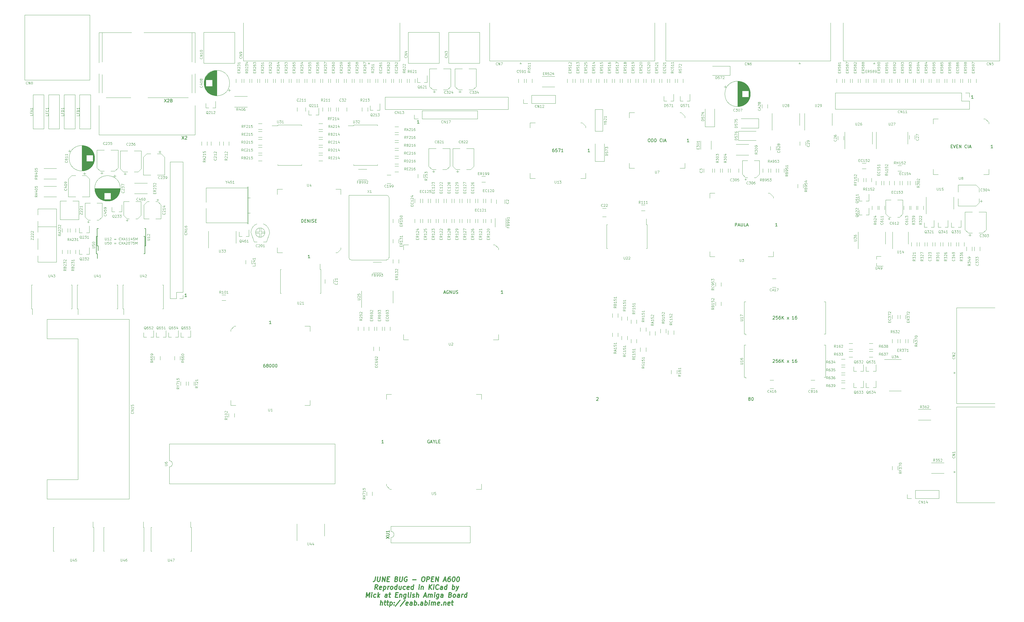
<source format=gto>
G04 #@! TF.GenerationSoftware,KiCad,Pcbnew,(5.1.0)-1*
G04 #@! TF.CreationDate,2020-01-29T23:37:04+00:00*
G04 #@! TF.ProjectId,Amiga600,416d6967-6136-4303-902e-6b696361645f,rev?*
G04 #@! TF.SameCoordinates,Original*
G04 #@! TF.FileFunction,Legend,Top*
G04 #@! TF.FilePolarity,Positive*
%FSLAX46Y46*%
G04 Gerber Fmt 4.6, Leading zero omitted, Abs format (unit mm)*
G04 Created by KiCad (PCBNEW (5.1.0)-1) date 2020-01-29 23:37:04*
%MOMM*%
%LPD*%
G04 APERTURE LIST*
%ADD10C,0.150000*%
%ADD11C,0.120000*%
%ADD12C,0.300000*%
%ADD13C,0.100000*%
G04 APERTURE END LIST*
D10*
X128270714Y-31452380D02*
X127699285Y-31452380D01*
X127985000Y-31452380D02*
X127985000Y-30452380D01*
X127889761Y-30595238D01*
X127794523Y-30690476D01*
X127699285Y-30738095D01*
X80535714Y-96202380D02*
X79964285Y-96202380D01*
X80250000Y-96202380D02*
X80250000Y-95202380D01*
X80154761Y-95345238D01*
X80059523Y-95440476D01*
X79964285Y-95488095D01*
X116785714Y-134702380D02*
X116214285Y-134702380D01*
X116500000Y-134702380D02*
X116500000Y-133702380D01*
X116404761Y-133845238D01*
X116309523Y-133940476D01*
X116214285Y-133988095D01*
X242392857Y-107797619D02*
X242440476Y-107750000D01*
X242535714Y-107702380D01*
X242773809Y-107702380D01*
X242869047Y-107750000D01*
X242916666Y-107797619D01*
X242964285Y-107892857D01*
X242964285Y-107988095D01*
X242916666Y-108130952D01*
X242345238Y-108702380D01*
X242964285Y-108702380D01*
X243869047Y-107702380D02*
X243392857Y-107702380D01*
X243345238Y-108178571D01*
X243392857Y-108130952D01*
X243488095Y-108083333D01*
X243726190Y-108083333D01*
X243821428Y-108130952D01*
X243869047Y-108178571D01*
X243916666Y-108273809D01*
X243916666Y-108511904D01*
X243869047Y-108607142D01*
X243821428Y-108654761D01*
X243726190Y-108702380D01*
X243488095Y-108702380D01*
X243392857Y-108654761D01*
X243345238Y-108607142D01*
X244773809Y-107702380D02*
X244583333Y-107702380D01*
X244488095Y-107750000D01*
X244440476Y-107797619D01*
X244345238Y-107940476D01*
X244297619Y-108130952D01*
X244297619Y-108511904D01*
X244345238Y-108607142D01*
X244392857Y-108654761D01*
X244488095Y-108702380D01*
X244678571Y-108702380D01*
X244773809Y-108654761D01*
X244821428Y-108607142D01*
X244869047Y-108511904D01*
X244869047Y-108273809D01*
X244821428Y-108178571D01*
X244773809Y-108130952D01*
X244678571Y-108083333D01*
X244488095Y-108083333D01*
X244392857Y-108130952D01*
X244345238Y-108178571D01*
X244297619Y-108273809D01*
X245297619Y-108702380D02*
X245297619Y-107702380D01*
X245869047Y-108702380D02*
X245440476Y-108130952D01*
X245869047Y-107702380D02*
X245297619Y-108273809D01*
X246964285Y-108702380D02*
X247488095Y-108035714D01*
X246964285Y-108035714D02*
X247488095Y-108702380D01*
X249154761Y-108702380D02*
X248583333Y-108702380D01*
X248869047Y-108702380D02*
X248869047Y-107702380D01*
X248773809Y-107845238D01*
X248678571Y-107940476D01*
X248583333Y-107988095D01*
X250011904Y-107702380D02*
X249821428Y-107702380D01*
X249726190Y-107750000D01*
X249678571Y-107797619D01*
X249583333Y-107940476D01*
X249535714Y-108130952D01*
X249535714Y-108511904D01*
X249583333Y-108607142D01*
X249630952Y-108654761D01*
X249726190Y-108702380D01*
X249916666Y-108702380D01*
X250011904Y-108654761D01*
X250059523Y-108607142D01*
X250107142Y-108511904D01*
X250107142Y-108273809D01*
X250059523Y-108178571D01*
X250011904Y-108130952D01*
X249916666Y-108083333D01*
X249726190Y-108083333D01*
X249630952Y-108130952D01*
X249583333Y-108178571D01*
X249535714Y-108273809D01*
X242392857Y-93797619D02*
X242440476Y-93750000D01*
X242535714Y-93702380D01*
X242773809Y-93702380D01*
X242869047Y-93750000D01*
X242916666Y-93797619D01*
X242964285Y-93892857D01*
X242964285Y-93988095D01*
X242916666Y-94130952D01*
X242345238Y-94702380D01*
X242964285Y-94702380D01*
X243869047Y-93702380D02*
X243392857Y-93702380D01*
X243345238Y-94178571D01*
X243392857Y-94130952D01*
X243488095Y-94083333D01*
X243726190Y-94083333D01*
X243821428Y-94130952D01*
X243869047Y-94178571D01*
X243916666Y-94273809D01*
X243916666Y-94511904D01*
X243869047Y-94607142D01*
X243821428Y-94654761D01*
X243726190Y-94702380D01*
X243488095Y-94702380D01*
X243392857Y-94654761D01*
X243345238Y-94607142D01*
X244773809Y-93702380D02*
X244583333Y-93702380D01*
X244488095Y-93750000D01*
X244440476Y-93797619D01*
X244345238Y-93940476D01*
X244297619Y-94130952D01*
X244297619Y-94511904D01*
X244345238Y-94607142D01*
X244392857Y-94654761D01*
X244488095Y-94702380D01*
X244678571Y-94702380D01*
X244773809Y-94654761D01*
X244821428Y-94607142D01*
X244869047Y-94511904D01*
X244869047Y-94273809D01*
X244821428Y-94178571D01*
X244773809Y-94130952D01*
X244678571Y-94083333D01*
X244488095Y-94083333D01*
X244392857Y-94130952D01*
X244345238Y-94178571D01*
X244297619Y-94273809D01*
X245297619Y-94702380D02*
X245297619Y-93702380D01*
X245869047Y-94702380D02*
X245440476Y-94130952D01*
X245869047Y-93702380D02*
X245297619Y-94273809D01*
X246964285Y-94702380D02*
X247488095Y-94035714D01*
X246964285Y-94035714D02*
X247488095Y-94702380D01*
X249154761Y-94702380D02*
X248583333Y-94702380D01*
X248869047Y-94702380D02*
X248869047Y-93702380D01*
X248773809Y-93845238D01*
X248678571Y-93940476D01*
X248583333Y-93988095D01*
X250011904Y-93702380D02*
X249821428Y-93702380D01*
X249726190Y-93750000D01*
X249678571Y-93797619D01*
X249583333Y-93940476D01*
X249535714Y-94130952D01*
X249535714Y-94511904D01*
X249583333Y-94607142D01*
X249630952Y-94654761D01*
X249726190Y-94702380D01*
X249916666Y-94702380D01*
X250011904Y-94654761D01*
X250059523Y-94607142D01*
X250107142Y-94511904D01*
X250107142Y-94273809D01*
X250059523Y-94178571D01*
X250011904Y-94130952D01*
X249916666Y-94083333D01*
X249726190Y-94083333D01*
X249630952Y-94130952D01*
X249583333Y-94178571D01*
X249535714Y-94273809D01*
X171761904Y-39702380D02*
X171571428Y-39702380D01*
X171476190Y-39750000D01*
X171428571Y-39797619D01*
X171333333Y-39940476D01*
X171285714Y-40130952D01*
X171285714Y-40511904D01*
X171333333Y-40607142D01*
X171380952Y-40654761D01*
X171476190Y-40702380D01*
X171666666Y-40702380D01*
X171761904Y-40654761D01*
X171809523Y-40607142D01*
X171857142Y-40511904D01*
X171857142Y-40273809D01*
X171809523Y-40178571D01*
X171761904Y-40130952D01*
X171666666Y-40083333D01*
X171476190Y-40083333D01*
X171380952Y-40130952D01*
X171333333Y-40178571D01*
X171285714Y-40273809D01*
X172761904Y-39702380D02*
X172285714Y-39702380D01*
X172238095Y-40178571D01*
X172285714Y-40130952D01*
X172380952Y-40083333D01*
X172619047Y-40083333D01*
X172714285Y-40130952D01*
X172761904Y-40178571D01*
X172809523Y-40273809D01*
X172809523Y-40511904D01*
X172761904Y-40607142D01*
X172714285Y-40654761D01*
X172619047Y-40702380D01*
X172380952Y-40702380D01*
X172285714Y-40654761D01*
X172238095Y-40607142D01*
X173142857Y-39702380D02*
X173809523Y-39702380D01*
X173380952Y-40702380D01*
X174714285Y-40702380D02*
X174142857Y-40702380D01*
X174428571Y-40702380D02*
X174428571Y-39702380D01*
X174333333Y-39845238D01*
X174238095Y-39940476D01*
X174142857Y-39988095D01*
X299833333Y-38928571D02*
X300166666Y-38928571D01*
X300309523Y-39452380D02*
X299833333Y-39452380D01*
X299833333Y-38452380D01*
X300309523Y-38452380D01*
X300595238Y-38452380D02*
X300928571Y-39452380D01*
X301261904Y-38452380D01*
X301595238Y-38928571D02*
X301928571Y-38928571D01*
X302071428Y-39452380D02*
X301595238Y-39452380D01*
X301595238Y-38452380D01*
X302071428Y-38452380D01*
X302500000Y-39452380D02*
X302500000Y-38452380D01*
X303071428Y-39452380D01*
X303071428Y-38452380D01*
X304880952Y-39357142D02*
X304833333Y-39404761D01*
X304690476Y-39452380D01*
X304595238Y-39452380D01*
X304452380Y-39404761D01*
X304357142Y-39309523D01*
X304309523Y-39214285D01*
X304261904Y-39023809D01*
X304261904Y-38880952D01*
X304309523Y-38690476D01*
X304357142Y-38595238D01*
X304452380Y-38500000D01*
X304595238Y-38452380D01*
X304690476Y-38452380D01*
X304833333Y-38500000D01*
X304880952Y-38547619D01*
X305309523Y-39452380D02*
X305309523Y-38452380D01*
X305738095Y-39166666D02*
X306214285Y-39166666D01*
X305642857Y-39452380D02*
X305976190Y-38452380D01*
X306309523Y-39452380D01*
X202357142Y-36452380D02*
X202547619Y-36452380D01*
X202642857Y-36500000D01*
X202738095Y-36595238D01*
X202785714Y-36785714D01*
X202785714Y-37119047D01*
X202738095Y-37309523D01*
X202642857Y-37404761D01*
X202547619Y-37452380D01*
X202357142Y-37452380D01*
X202261904Y-37404761D01*
X202166666Y-37309523D01*
X202119047Y-37119047D01*
X202119047Y-36785714D01*
X202166666Y-36595238D01*
X202261904Y-36500000D01*
X202357142Y-36452380D01*
X203214285Y-37452380D02*
X203214285Y-36452380D01*
X203452380Y-36452380D01*
X203595238Y-36500000D01*
X203690476Y-36595238D01*
X203738095Y-36690476D01*
X203785714Y-36880952D01*
X203785714Y-37023809D01*
X203738095Y-37214285D01*
X203690476Y-37309523D01*
X203595238Y-37404761D01*
X203452380Y-37452380D01*
X203214285Y-37452380D01*
X204214285Y-37452380D02*
X204214285Y-36452380D01*
X204452380Y-36452380D01*
X204595238Y-36500000D01*
X204690476Y-36595238D01*
X204738095Y-36690476D01*
X204785714Y-36880952D01*
X204785714Y-37023809D01*
X204738095Y-37214285D01*
X204690476Y-37309523D01*
X204595238Y-37404761D01*
X204452380Y-37452380D01*
X204214285Y-37452380D01*
X206547619Y-37357142D02*
X206500000Y-37404761D01*
X206357142Y-37452380D01*
X206261904Y-37452380D01*
X206119047Y-37404761D01*
X206023809Y-37309523D01*
X205976190Y-37214285D01*
X205928571Y-37023809D01*
X205928571Y-36880952D01*
X205976190Y-36690476D01*
X206023809Y-36595238D01*
X206119047Y-36500000D01*
X206261904Y-36452380D01*
X206357142Y-36452380D01*
X206500000Y-36500000D01*
X206547619Y-36547619D01*
X206976190Y-37452380D02*
X206976190Y-36452380D01*
X207404761Y-37166666D02*
X207880952Y-37166666D01*
X207309523Y-37452380D02*
X207642857Y-36452380D01*
X207976190Y-37452380D01*
X230202380Y-64702380D02*
X230202380Y-63702380D01*
X230583333Y-63702380D01*
X230678571Y-63750000D01*
X230726190Y-63797619D01*
X230773809Y-63892857D01*
X230773809Y-64035714D01*
X230726190Y-64130952D01*
X230678571Y-64178571D01*
X230583333Y-64226190D01*
X230202380Y-64226190D01*
X231154761Y-64416666D02*
X231630952Y-64416666D01*
X231059523Y-64702380D02*
X231392857Y-63702380D01*
X231726190Y-64702380D01*
X232059523Y-63702380D02*
X232059523Y-64511904D01*
X232107142Y-64607142D01*
X232154761Y-64654761D01*
X232250000Y-64702380D01*
X232440476Y-64702380D01*
X232535714Y-64654761D01*
X232583333Y-64607142D01*
X232630952Y-64511904D01*
X232630952Y-63702380D01*
X233583333Y-64702380D02*
X233107142Y-64702380D01*
X233107142Y-63702380D01*
X233869047Y-64416666D02*
X234345238Y-64416666D01*
X233773809Y-64702380D02*
X234107142Y-63702380D01*
X234440476Y-64702380D01*
X90345238Y-63452380D02*
X90345238Y-62452380D01*
X90583333Y-62452380D01*
X90726190Y-62500000D01*
X90821428Y-62595238D01*
X90869047Y-62690476D01*
X90916666Y-62880952D01*
X90916666Y-63023809D01*
X90869047Y-63214285D01*
X90821428Y-63309523D01*
X90726190Y-63404761D01*
X90583333Y-63452380D01*
X90345238Y-63452380D01*
X91345238Y-62928571D02*
X91678571Y-62928571D01*
X91821428Y-63452380D02*
X91345238Y-63452380D01*
X91345238Y-62452380D01*
X91821428Y-62452380D01*
X92250000Y-63452380D02*
X92250000Y-62452380D01*
X92821428Y-63452380D01*
X92821428Y-62452380D01*
X93297619Y-63452380D02*
X93297619Y-62452380D01*
X93726190Y-63404761D02*
X93869047Y-63452380D01*
X94107142Y-63452380D01*
X94202380Y-63404761D01*
X94250000Y-63357142D01*
X94297619Y-63261904D01*
X94297619Y-63166666D01*
X94250000Y-63071428D01*
X94202380Y-63023809D01*
X94107142Y-62976190D01*
X93916666Y-62928571D01*
X93821428Y-62880952D01*
X93773809Y-62833333D01*
X93726190Y-62738095D01*
X93726190Y-62642857D01*
X93773809Y-62547619D01*
X93821428Y-62500000D01*
X93916666Y-62452380D01*
X94154761Y-62452380D01*
X94297619Y-62500000D01*
X94726190Y-62928571D02*
X95059523Y-62928571D01*
X95202380Y-63452380D02*
X94726190Y-63452380D01*
X94726190Y-62452380D01*
X95202380Y-62452380D01*
X136238095Y-86166666D02*
X136714285Y-86166666D01*
X136142857Y-86452380D02*
X136476190Y-85452380D01*
X136809523Y-86452380D01*
X137666666Y-85500000D02*
X137571428Y-85452380D01*
X137428571Y-85452380D01*
X137285714Y-85500000D01*
X137190476Y-85595238D01*
X137142857Y-85690476D01*
X137095238Y-85880952D01*
X137095238Y-86023809D01*
X137142857Y-86214285D01*
X137190476Y-86309523D01*
X137285714Y-86404761D01*
X137428571Y-86452380D01*
X137523809Y-86452380D01*
X137666666Y-86404761D01*
X137714285Y-86357142D01*
X137714285Y-86023809D01*
X137523809Y-86023809D01*
X138142857Y-86452380D02*
X138142857Y-85452380D01*
X138714285Y-86452380D01*
X138714285Y-85452380D01*
X139190476Y-85452380D02*
X139190476Y-86261904D01*
X139238095Y-86357142D01*
X139285714Y-86404761D01*
X139380952Y-86452380D01*
X139571428Y-86452380D01*
X139666666Y-86404761D01*
X139714285Y-86357142D01*
X139761904Y-86261904D01*
X139761904Y-85452380D01*
X140190476Y-86404761D02*
X140333333Y-86452380D01*
X140571428Y-86452380D01*
X140666666Y-86404761D01*
X140714285Y-86357142D01*
X140761904Y-86261904D01*
X140761904Y-86166666D01*
X140714285Y-86071428D01*
X140666666Y-86023809D01*
X140571428Y-85976190D01*
X140380952Y-85928571D01*
X140285714Y-85880952D01*
X140238095Y-85833333D01*
X140190476Y-85738095D01*
X140190476Y-85642857D01*
X140238095Y-85547619D01*
X140285714Y-85500000D01*
X140380952Y-85452380D01*
X140619047Y-85452380D01*
X140761904Y-85500000D01*
X78535714Y-109202380D02*
X78345238Y-109202380D01*
X78250000Y-109250000D01*
X78202380Y-109297619D01*
X78107142Y-109440476D01*
X78059523Y-109630952D01*
X78059523Y-110011904D01*
X78107142Y-110107142D01*
X78154761Y-110154761D01*
X78250000Y-110202380D01*
X78440476Y-110202380D01*
X78535714Y-110154761D01*
X78583333Y-110107142D01*
X78630952Y-110011904D01*
X78630952Y-109773809D01*
X78583333Y-109678571D01*
X78535714Y-109630952D01*
X78440476Y-109583333D01*
X78250000Y-109583333D01*
X78154761Y-109630952D01*
X78107142Y-109678571D01*
X78059523Y-109773809D01*
X79202380Y-109630952D02*
X79107142Y-109583333D01*
X79059523Y-109535714D01*
X79011904Y-109440476D01*
X79011904Y-109392857D01*
X79059523Y-109297619D01*
X79107142Y-109250000D01*
X79202380Y-109202380D01*
X79392857Y-109202380D01*
X79488095Y-109250000D01*
X79535714Y-109297619D01*
X79583333Y-109392857D01*
X79583333Y-109440476D01*
X79535714Y-109535714D01*
X79488095Y-109583333D01*
X79392857Y-109630952D01*
X79202380Y-109630952D01*
X79107142Y-109678571D01*
X79059523Y-109726190D01*
X79011904Y-109821428D01*
X79011904Y-110011904D01*
X79059523Y-110107142D01*
X79107142Y-110154761D01*
X79202380Y-110202380D01*
X79392857Y-110202380D01*
X79488095Y-110154761D01*
X79535714Y-110107142D01*
X79583333Y-110011904D01*
X79583333Y-109821428D01*
X79535714Y-109726190D01*
X79488095Y-109678571D01*
X79392857Y-109630952D01*
X80202380Y-109202380D02*
X80297619Y-109202380D01*
X80392857Y-109250000D01*
X80440476Y-109297619D01*
X80488095Y-109392857D01*
X80535714Y-109583333D01*
X80535714Y-109821428D01*
X80488095Y-110011904D01*
X80440476Y-110107142D01*
X80392857Y-110154761D01*
X80297619Y-110202380D01*
X80202380Y-110202380D01*
X80107142Y-110154761D01*
X80059523Y-110107142D01*
X80011904Y-110011904D01*
X79964285Y-109821428D01*
X79964285Y-109583333D01*
X80011904Y-109392857D01*
X80059523Y-109297619D01*
X80107142Y-109250000D01*
X80202380Y-109202380D01*
X81154761Y-109202380D02*
X81250000Y-109202380D01*
X81345238Y-109250000D01*
X81392857Y-109297619D01*
X81440476Y-109392857D01*
X81488095Y-109583333D01*
X81488095Y-109821428D01*
X81440476Y-110011904D01*
X81392857Y-110107142D01*
X81345238Y-110154761D01*
X81250000Y-110202380D01*
X81154761Y-110202380D01*
X81059523Y-110154761D01*
X81011904Y-110107142D01*
X80964285Y-110011904D01*
X80916666Y-109821428D01*
X80916666Y-109583333D01*
X80964285Y-109392857D01*
X81011904Y-109297619D01*
X81059523Y-109250000D01*
X81154761Y-109202380D01*
X82107142Y-109202380D02*
X82202380Y-109202380D01*
X82297619Y-109250000D01*
X82345238Y-109297619D01*
X82392857Y-109392857D01*
X82440476Y-109583333D01*
X82440476Y-109821428D01*
X82392857Y-110011904D01*
X82345238Y-110107142D01*
X82297619Y-110154761D01*
X82202380Y-110202380D01*
X82107142Y-110202380D01*
X82011904Y-110154761D01*
X81964285Y-110107142D01*
X81916666Y-110011904D01*
X81869047Y-109821428D01*
X81869047Y-109583333D01*
X81916666Y-109392857D01*
X81964285Y-109297619D01*
X82011904Y-109250000D01*
X82107142Y-109202380D01*
X131547619Y-133750000D02*
X131452380Y-133702380D01*
X131309523Y-133702380D01*
X131166666Y-133750000D01*
X131071428Y-133845238D01*
X131023809Y-133940476D01*
X130976190Y-134130952D01*
X130976190Y-134273809D01*
X131023809Y-134464285D01*
X131071428Y-134559523D01*
X131166666Y-134654761D01*
X131309523Y-134702380D01*
X131404761Y-134702380D01*
X131547619Y-134654761D01*
X131595238Y-134607142D01*
X131595238Y-134273809D01*
X131404761Y-134273809D01*
X131976190Y-134416666D02*
X132452380Y-134416666D01*
X131880952Y-134702380D02*
X132214285Y-133702380D01*
X132547619Y-134702380D01*
X133071428Y-134226190D02*
X133071428Y-134702380D01*
X132738095Y-133702380D02*
X133071428Y-134226190D01*
X133404761Y-133702380D01*
X134214285Y-134702380D02*
X133738095Y-134702380D01*
X133738095Y-133702380D01*
X134547619Y-134178571D02*
X134880952Y-134178571D01*
X135023809Y-134702380D02*
X134547619Y-134702380D01*
X134547619Y-133702380D01*
X135023809Y-133702380D01*
X234713571Y-120380952D02*
X234618333Y-120333333D01*
X234570714Y-120285714D01*
X234523095Y-120190476D01*
X234523095Y-120142857D01*
X234570714Y-120047619D01*
X234618333Y-120000000D01*
X234713571Y-119952380D01*
X234904047Y-119952380D01*
X234999285Y-120000000D01*
X235046904Y-120047619D01*
X235094523Y-120142857D01*
X235094523Y-120190476D01*
X235046904Y-120285714D01*
X234999285Y-120333333D01*
X234904047Y-120380952D01*
X234713571Y-120380952D01*
X234618333Y-120428571D01*
X234570714Y-120476190D01*
X234523095Y-120571428D01*
X234523095Y-120761904D01*
X234570714Y-120857142D01*
X234618333Y-120904761D01*
X234713571Y-120952380D01*
X234904047Y-120952380D01*
X234999285Y-120904761D01*
X235046904Y-120857142D01*
X235094523Y-120761904D01*
X235094523Y-120571428D01*
X235046904Y-120476190D01*
X234999285Y-120428571D01*
X234904047Y-120380952D01*
X235713571Y-119952380D02*
X235808809Y-119952380D01*
X235904047Y-120000000D01*
X235951666Y-120047619D01*
X235999285Y-120142857D01*
X236046904Y-120333333D01*
X236046904Y-120571428D01*
X235999285Y-120761904D01*
X235951666Y-120857142D01*
X235904047Y-120904761D01*
X235808809Y-120952380D01*
X235713571Y-120952380D01*
X235618333Y-120904761D01*
X235570714Y-120857142D01*
X235523095Y-120761904D01*
X235475476Y-120571428D01*
X235475476Y-120333333D01*
X235523095Y-120142857D01*
X235570714Y-120047619D01*
X235618333Y-120000000D01*
X235713571Y-119952380D01*
X185469285Y-120047619D02*
X185516904Y-120000000D01*
X185612142Y-119952380D01*
X185850238Y-119952380D01*
X185945476Y-120000000D01*
X185993095Y-120047619D01*
X186040714Y-120142857D01*
X186040714Y-120238095D01*
X185993095Y-120380952D01*
X185421666Y-120952380D01*
X186040714Y-120952380D01*
X155285714Y-86452380D02*
X154714285Y-86452380D01*
X155000000Y-86452380D02*
X155000000Y-85452380D01*
X154904761Y-85595238D01*
X154809523Y-85690476D01*
X154714285Y-85738095D01*
X183285714Y-40702380D02*
X182714285Y-40702380D01*
X183000000Y-40702380D02*
X183000000Y-39702380D01*
X182904761Y-39845238D01*
X182809523Y-39940476D01*
X182714285Y-39988095D01*
X215285714Y-37452380D02*
X214714285Y-37452380D01*
X215000000Y-37452380D02*
X215000000Y-36452380D01*
X214904761Y-36595238D01*
X214809523Y-36690476D01*
X214714285Y-36738095D01*
X313285714Y-39452380D02*
X312714285Y-39452380D01*
X313000000Y-39452380D02*
X313000000Y-38452380D01*
X312904761Y-38595238D01*
X312809523Y-38690476D01*
X312714285Y-38738095D01*
X93035714Y-74952380D02*
X92464285Y-74952380D01*
X92750000Y-74952380D02*
X92750000Y-73952380D01*
X92654761Y-74095238D01*
X92559523Y-74190476D01*
X92464285Y-74238095D01*
X243785714Y-64702380D02*
X243214285Y-64702380D01*
X243500000Y-64702380D02*
X243500000Y-63702380D01*
X243404761Y-63845238D01*
X243309523Y-63940476D01*
X243214285Y-63988095D01*
X53285714Y-87452380D02*
X52714285Y-87452380D01*
X53000000Y-87452380D02*
X53000000Y-86452380D01*
X52904761Y-86595238D01*
X52809523Y-86690476D01*
X52714285Y-86738095D01*
X306995714Y-23452380D02*
X306424285Y-23452380D01*
X306710000Y-23452380D02*
X306710000Y-22452380D01*
X306614761Y-22595238D01*
X306519523Y-22690476D01*
X306424285Y-22738095D01*
D11*
X26925000Y-68401904D02*
X26925000Y-69049523D01*
X26963095Y-69125714D01*
X27001190Y-69163809D01*
X27077380Y-69201904D01*
X27229761Y-69201904D01*
X27305952Y-69163809D01*
X27344047Y-69125714D01*
X27382142Y-69049523D01*
X27382142Y-68401904D01*
X28182142Y-69201904D02*
X27725000Y-69201904D01*
X27953571Y-69201904D02*
X27953571Y-68401904D01*
X27877380Y-68516190D01*
X27801190Y-68592380D01*
X27725000Y-68630476D01*
X28486904Y-68478095D02*
X28525000Y-68440000D01*
X28601190Y-68401904D01*
X28791666Y-68401904D01*
X28867857Y-68440000D01*
X28905952Y-68478095D01*
X28944047Y-68554285D01*
X28944047Y-68630476D01*
X28905952Y-68744761D01*
X28448809Y-69201904D01*
X28944047Y-69201904D01*
X29896428Y-68782857D02*
X30505952Y-68782857D01*
X30505952Y-69011428D02*
X29896428Y-69011428D01*
X31953571Y-69125714D02*
X31915476Y-69163809D01*
X31801190Y-69201904D01*
X31725000Y-69201904D01*
X31610714Y-69163809D01*
X31534523Y-69087619D01*
X31496428Y-69011428D01*
X31458333Y-68859047D01*
X31458333Y-68744761D01*
X31496428Y-68592380D01*
X31534523Y-68516190D01*
X31610714Y-68440000D01*
X31725000Y-68401904D01*
X31801190Y-68401904D01*
X31915476Y-68440000D01*
X31953571Y-68478095D01*
X32220238Y-68401904D02*
X32753571Y-69201904D01*
X32753571Y-68401904D02*
X32220238Y-69201904D01*
X33020238Y-68973333D02*
X33401190Y-68973333D01*
X32944047Y-69201904D02*
X33210714Y-68401904D01*
X33477380Y-69201904D01*
X34163095Y-69201904D02*
X33705952Y-69201904D01*
X33934523Y-69201904D02*
X33934523Y-68401904D01*
X33858333Y-68516190D01*
X33782142Y-68592380D01*
X33705952Y-68630476D01*
X34925000Y-69201904D02*
X34467857Y-69201904D01*
X34696428Y-69201904D02*
X34696428Y-68401904D01*
X34620238Y-68516190D01*
X34544047Y-68592380D01*
X34467857Y-68630476D01*
X35610714Y-68668571D02*
X35610714Y-69201904D01*
X35420238Y-68363809D02*
X35229761Y-68935238D01*
X35725000Y-68935238D01*
X36410714Y-68401904D02*
X36029761Y-68401904D01*
X35991666Y-68782857D01*
X36029761Y-68744761D01*
X36105952Y-68706666D01*
X36296428Y-68706666D01*
X36372619Y-68744761D01*
X36410714Y-68782857D01*
X36448809Y-68859047D01*
X36448809Y-69049523D01*
X36410714Y-69125714D01*
X36372619Y-69163809D01*
X36296428Y-69201904D01*
X36105952Y-69201904D01*
X36029761Y-69163809D01*
X35991666Y-69125714D01*
X36791666Y-69201904D02*
X36791666Y-68401904D01*
X37058333Y-68973333D01*
X37325000Y-68401904D01*
X37325000Y-69201904D01*
X26925000Y-69721904D02*
X26925000Y-70369523D01*
X26963095Y-70445714D01*
X27001190Y-70483809D01*
X27077380Y-70521904D01*
X27229761Y-70521904D01*
X27305952Y-70483809D01*
X27344047Y-70445714D01*
X27382142Y-70369523D01*
X27382142Y-69721904D01*
X28144047Y-69721904D02*
X27763095Y-69721904D01*
X27725000Y-70102857D01*
X27763095Y-70064761D01*
X27839285Y-70026666D01*
X28029761Y-70026666D01*
X28105952Y-70064761D01*
X28144047Y-70102857D01*
X28182142Y-70179047D01*
X28182142Y-70369523D01*
X28144047Y-70445714D01*
X28105952Y-70483809D01*
X28029761Y-70521904D01*
X27839285Y-70521904D01*
X27763095Y-70483809D01*
X27725000Y-70445714D01*
X28677380Y-69721904D02*
X28753571Y-69721904D01*
X28829761Y-69760000D01*
X28867857Y-69798095D01*
X28905952Y-69874285D01*
X28944047Y-70026666D01*
X28944047Y-70217142D01*
X28905952Y-70369523D01*
X28867857Y-70445714D01*
X28829761Y-70483809D01*
X28753571Y-70521904D01*
X28677380Y-70521904D01*
X28601190Y-70483809D01*
X28563095Y-70445714D01*
X28525000Y-70369523D01*
X28486904Y-70217142D01*
X28486904Y-70026666D01*
X28525000Y-69874285D01*
X28563095Y-69798095D01*
X28601190Y-69760000D01*
X28677380Y-69721904D01*
X29896428Y-70102857D02*
X30505952Y-70102857D01*
X30505952Y-70331428D02*
X29896428Y-70331428D01*
X31953571Y-70445714D02*
X31915476Y-70483809D01*
X31801190Y-70521904D01*
X31725000Y-70521904D01*
X31610714Y-70483809D01*
X31534523Y-70407619D01*
X31496428Y-70331428D01*
X31458333Y-70179047D01*
X31458333Y-70064761D01*
X31496428Y-69912380D01*
X31534523Y-69836190D01*
X31610714Y-69760000D01*
X31725000Y-69721904D01*
X31801190Y-69721904D01*
X31915476Y-69760000D01*
X31953571Y-69798095D01*
X32220238Y-69721904D02*
X32753571Y-70521904D01*
X32753571Y-69721904D02*
X32220238Y-70521904D01*
X33020238Y-70293333D02*
X33401190Y-70293333D01*
X32944047Y-70521904D02*
X33210714Y-69721904D01*
X33477380Y-70521904D01*
X33705952Y-69798095D02*
X33744047Y-69760000D01*
X33820238Y-69721904D01*
X34010714Y-69721904D01*
X34086904Y-69760000D01*
X34125000Y-69798095D01*
X34163095Y-69874285D01*
X34163095Y-69950476D01*
X34125000Y-70064761D01*
X33667857Y-70521904D01*
X34163095Y-70521904D01*
X34658333Y-69721904D02*
X34734523Y-69721904D01*
X34810714Y-69760000D01*
X34848809Y-69798095D01*
X34886904Y-69874285D01*
X34925000Y-70026666D01*
X34925000Y-70217142D01*
X34886904Y-70369523D01*
X34848809Y-70445714D01*
X34810714Y-70483809D01*
X34734523Y-70521904D01*
X34658333Y-70521904D01*
X34582142Y-70483809D01*
X34544047Y-70445714D01*
X34505952Y-70369523D01*
X34467857Y-70217142D01*
X34467857Y-70026666D01*
X34505952Y-69874285D01*
X34544047Y-69798095D01*
X34582142Y-69760000D01*
X34658333Y-69721904D01*
X35191666Y-69721904D02*
X35725000Y-69721904D01*
X35382142Y-70521904D01*
X36410714Y-69721904D02*
X36029761Y-69721904D01*
X35991666Y-70102857D01*
X36029761Y-70064761D01*
X36105952Y-70026666D01*
X36296428Y-70026666D01*
X36372619Y-70064761D01*
X36410714Y-70102857D01*
X36448809Y-70179047D01*
X36448809Y-70369523D01*
X36410714Y-70445714D01*
X36372619Y-70483809D01*
X36296428Y-70521904D01*
X36105952Y-70521904D01*
X36029761Y-70483809D01*
X35991666Y-70445714D01*
X36791666Y-70521904D02*
X36791666Y-69721904D01*
X37058333Y-70293333D01*
X37325000Y-69721904D01*
X37325000Y-70521904D01*
D12*
X114209999Y-177853571D02*
X114076071Y-178925000D01*
X113977857Y-179139285D01*
X113817142Y-179282142D01*
X113593928Y-179353571D01*
X113451071Y-179353571D01*
X114924285Y-177853571D02*
X114772499Y-179067857D01*
X114826071Y-179210714D01*
X114888571Y-179282142D01*
X115022499Y-179353571D01*
X115308214Y-179353571D01*
X115459999Y-179282142D01*
X115540357Y-179210714D01*
X115629642Y-179067857D01*
X115781428Y-177853571D01*
X116308214Y-179353571D02*
X116495714Y-177853571D01*
X117165357Y-179353571D01*
X117352857Y-177853571D01*
X117977857Y-178567857D02*
X118477857Y-178567857D01*
X118593928Y-179353571D02*
X117879642Y-179353571D01*
X118067142Y-177853571D01*
X118781428Y-177853571D01*
X120977857Y-178567857D02*
X121183214Y-178639285D01*
X121245714Y-178710714D01*
X121299285Y-178853571D01*
X121272499Y-179067857D01*
X121183214Y-179210714D01*
X121102857Y-179282142D01*
X120951071Y-179353571D01*
X120379642Y-179353571D01*
X120567142Y-177853571D01*
X121067142Y-177853571D01*
X121201071Y-177925000D01*
X121263571Y-177996428D01*
X121317142Y-178139285D01*
X121299285Y-178282142D01*
X121209999Y-178425000D01*
X121129642Y-178496428D01*
X120977857Y-178567857D01*
X120477857Y-178567857D01*
X122067142Y-177853571D02*
X121915357Y-179067857D01*
X121968928Y-179210714D01*
X122031428Y-179282142D01*
X122165357Y-179353571D01*
X122451071Y-179353571D01*
X122602857Y-179282142D01*
X122683214Y-179210714D01*
X122772499Y-179067857D01*
X122924285Y-177853571D01*
X124415357Y-177925000D02*
X124281428Y-177853571D01*
X124067142Y-177853571D01*
X123843928Y-177925000D01*
X123683214Y-178067857D01*
X123593928Y-178210714D01*
X123486785Y-178496428D01*
X123459999Y-178710714D01*
X123495714Y-178996428D01*
X123549285Y-179139285D01*
X123674285Y-179282142D01*
X123879642Y-179353571D01*
X124022499Y-179353571D01*
X124245714Y-179282142D01*
X124326071Y-179210714D01*
X124388571Y-178710714D01*
X124102857Y-178710714D01*
X126165357Y-178782142D02*
X127308214Y-178782142D01*
X129567142Y-177853571D02*
X129852857Y-177853571D01*
X129986785Y-177925000D01*
X130111785Y-178067857D01*
X130147499Y-178353571D01*
X130084999Y-178853571D01*
X129977857Y-179139285D01*
X129817142Y-179282142D01*
X129665357Y-179353571D01*
X129379642Y-179353571D01*
X129245714Y-179282142D01*
X129120714Y-179139285D01*
X129084999Y-178853571D01*
X129147499Y-178353571D01*
X129254642Y-178067857D01*
X129415357Y-177925000D01*
X129567142Y-177853571D01*
X130665357Y-179353571D02*
X130852857Y-177853571D01*
X131424285Y-177853571D01*
X131558214Y-177925000D01*
X131620714Y-177996428D01*
X131674285Y-178139285D01*
X131647499Y-178353571D01*
X131558214Y-178496428D01*
X131477857Y-178567857D01*
X131326071Y-178639285D01*
X130754642Y-178639285D01*
X132263571Y-178567857D02*
X132763571Y-178567857D01*
X132879642Y-179353571D02*
X132165357Y-179353571D01*
X132352857Y-177853571D01*
X133067142Y-177853571D01*
X133522500Y-179353571D02*
X133710000Y-177853571D01*
X134379642Y-179353571D01*
X134567142Y-177853571D01*
X136218928Y-178925000D02*
X136933214Y-178925000D01*
X136022500Y-179353571D02*
X136710000Y-177853571D01*
X137022500Y-179353571D01*
X138352857Y-177853571D02*
X138067142Y-177853571D01*
X137915357Y-177925000D01*
X137835000Y-177996428D01*
X137665357Y-178210714D01*
X137558214Y-178496428D01*
X137486785Y-179067857D01*
X137540357Y-179210714D01*
X137602857Y-179282142D01*
X137736785Y-179353571D01*
X138022500Y-179353571D01*
X138174285Y-179282142D01*
X138254642Y-179210714D01*
X138343928Y-179067857D01*
X138388571Y-178710714D01*
X138335000Y-178567857D01*
X138272500Y-178496428D01*
X138138571Y-178425000D01*
X137852857Y-178425000D01*
X137701071Y-178496428D01*
X137620714Y-178567857D01*
X137531428Y-178710714D01*
X139424285Y-177853571D02*
X139567142Y-177853571D01*
X139701071Y-177925000D01*
X139763571Y-177996428D01*
X139817142Y-178139285D01*
X139852857Y-178425000D01*
X139808214Y-178782142D01*
X139701071Y-179067857D01*
X139611785Y-179210714D01*
X139531428Y-179282142D01*
X139379642Y-179353571D01*
X139236785Y-179353571D01*
X139102857Y-179282142D01*
X139040357Y-179210714D01*
X138986785Y-179067857D01*
X138951071Y-178782142D01*
X138995714Y-178425000D01*
X139102857Y-178139285D01*
X139192142Y-177996428D01*
X139272500Y-177925000D01*
X139424285Y-177853571D01*
X140852857Y-177853571D02*
X140995714Y-177853571D01*
X141129642Y-177925000D01*
X141192142Y-177996428D01*
X141245714Y-178139285D01*
X141281428Y-178425000D01*
X141236785Y-178782142D01*
X141129642Y-179067857D01*
X141040357Y-179210714D01*
X140960000Y-179282142D01*
X140808214Y-179353571D01*
X140665357Y-179353571D01*
X140531428Y-179282142D01*
X140468928Y-179210714D01*
X140415357Y-179067857D01*
X140379642Y-178782142D01*
X140424285Y-178425000D01*
X140531428Y-178139285D01*
X140620714Y-177996428D01*
X140701071Y-177925000D01*
X140852857Y-177853571D01*
X114808214Y-181903571D02*
X114397500Y-181189285D01*
X113951071Y-181903571D02*
X114138571Y-180403571D01*
X114710000Y-180403571D01*
X114843928Y-180475000D01*
X114906428Y-180546428D01*
X114960000Y-180689285D01*
X114933214Y-180903571D01*
X114843928Y-181046428D01*
X114763571Y-181117857D01*
X114611785Y-181189285D01*
X114040357Y-181189285D01*
X116031428Y-181832142D02*
X115879642Y-181903571D01*
X115593928Y-181903571D01*
X115460000Y-181832142D01*
X115406428Y-181689285D01*
X115477857Y-181117857D01*
X115567142Y-180975000D01*
X115718928Y-180903571D01*
X116004642Y-180903571D01*
X116138571Y-180975000D01*
X116192142Y-181117857D01*
X116174285Y-181260714D01*
X115442142Y-181403571D01*
X116861785Y-180903571D02*
X116674285Y-182403571D01*
X116852857Y-180975000D02*
X117004642Y-180903571D01*
X117290357Y-180903571D01*
X117424285Y-180975000D01*
X117486785Y-181046428D01*
X117540357Y-181189285D01*
X117486785Y-181617857D01*
X117397500Y-181760714D01*
X117317142Y-181832142D01*
X117165357Y-181903571D01*
X116879642Y-181903571D01*
X116745714Y-181832142D01*
X118093928Y-181903571D02*
X118218928Y-180903571D01*
X118183214Y-181189285D02*
X118272500Y-181046428D01*
X118352857Y-180975000D01*
X118504642Y-180903571D01*
X118647500Y-180903571D01*
X119236785Y-181903571D02*
X119102857Y-181832142D01*
X119040357Y-181760714D01*
X118986785Y-181617857D01*
X119040357Y-181189285D01*
X119129642Y-181046428D01*
X119210000Y-180975000D01*
X119361785Y-180903571D01*
X119576071Y-180903571D01*
X119710000Y-180975000D01*
X119772500Y-181046428D01*
X119826071Y-181189285D01*
X119772500Y-181617857D01*
X119683214Y-181760714D01*
X119602857Y-181832142D01*
X119451071Y-181903571D01*
X119236785Y-181903571D01*
X121022500Y-181903571D02*
X121210000Y-180403571D01*
X121031428Y-181832142D02*
X120879642Y-181903571D01*
X120593928Y-181903571D01*
X120460000Y-181832142D01*
X120397500Y-181760714D01*
X120343928Y-181617857D01*
X120397500Y-181189285D01*
X120486785Y-181046428D01*
X120567142Y-180975000D01*
X120718928Y-180903571D01*
X121004642Y-180903571D01*
X121138571Y-180975000D01*
X122504642Y-180903571D02*
X122379642Y-181903571D01*
X121861785Y-180903571D02*
X121763571Y-181689285D01*
X121817142Y-181832142D01*
X121951071Y-181903571D01*
X122165357Y-181903571D01*
X122317142Y-181832142D01*
X122397500Y-181760714D01*
X123745714Y-181832142D02*
X123593928Y-181903571D01*
X123308214Y-181903571D01*
X123174285Y-181832142D01*
X123111785Y-181760714D01*
X123058214Y-181617857D01*
X123111785Y-181189285D01*
X123201071Y-181046428D01*
X123281428Y-180975000D01*
X123433214Y-180903571D01*
X123718928Y-180903571D01*
X123852857Y-180975000D01*
X124960000Y-181832142D02*
X124808214Y-181903571D01*
X124522500Y-181903571D01*
X124388571Y-181832142D01*
X124335000Y-181689285D01*
X124406428Y-181117857D01*
X124495714Y-180975000D01*
X124647500Y-180903571D01*
X124933214Y-180903571D01*
X125067142Y-180975000D01*
X125120714Y-181117857D01*
X125102857Y-181260714D01*
X124370714Y-181403571D01*
X126308214Y-181903571D02*
X126495714Y-180403571D01*
X126317142Y-181832142D02*
X126165357Y-181903571D01*
X125879642Y-181903571D01*
X125745714Y-181832142D01*
X125683214Y-181760714D01*
X125629642Y-181617857D01*
X125683214Y-181189285D01*
X125772500Y-181046428D01*
X125852857Y-180975000D01*
X126004642Y-180903571D01*
X126290357Y-180903571D01*
X126424285Y-180975000D01*
X128165357Y-181903571D02*
X128290357Y-180903571D01*
X128352857Y-180403571D02*
X128272500Y-180475000D01*
X128335000Y-180546428D01*
X128415357Y-180475000D01*
X128352857Y-180403571D01*
X128335000Y-180546428D01*
X129004642Y-180903571D02*
X128879642Y-181903571D01*
X128986785Y-181046428D02*
X129067142Y-180975000D01*
X129218928Y-180903571D01*
X129433214Y-180903571D01*
X129567142Y-180975000D01*
X129620714Y-181117857D01*
X129522500Y-181903571D01*
X131379642Y-181903571D02*
X131567142Y-180403571D01*
X132236785Y-181903571D02*
X131701071Y-181046428D01*
X132424285Y-180403571D02*
X131460000Y-181260714D01*
X132879642Y-181903571D02*
X133004642Y-180903571D01*
X133067142Y-180403571D02*
X132986785Y-180475000D01*
X133049285Y-180546428D01*
X133129642Y-180475000D01*
X133067142Y-180403571D01*
X133049285Y-180546428D01*
X134468928Y-181760714D02*
X134388571Y-181832142D01*
X134165357Y-181903571D01*
X134022500Y-181903571D01*
X133817142Y-181832142D01*
X133692142Y-181689285D01*
X133638571Y-181546428D01*
X133602857Y-181260714D01*
X133629642Y-181046428D01*
X133736785Y-180760714D01*
X133826071Y-180617857D01*
X133986785Y-180475000D01*
X134210000Y-180403571D01*
X134352857Y-180403571D01*
X134558214Y-180475000D01*
X134620714Y-180546428D01*
X135736785Y-181903571D02*
X135835000Y-181117857D01*
X135781428Y-180975000D01*
X135647500Y-180903571D01*
X135361785Y-180903571D01*
X135210000Y-180975000D01*
X135745714Y-181832142D02*
X135593928Y-181903571D01*
X135236785Y-181903571D01*
X135102857Y-181832142D01*
X135049285Y-181689285D01*
X135067142Y-181546428D01*
X135156428Y-181403571D01*
X135308214Y-181332142D01*
X135665357Y-181332142D01*
X135817142Y-181260714D01*
X137093928Y-181903571D02*
X137281428Y-180403571D01*
X137102857Y-181832142D02*
X136951071Y-181903571D01*
X136665357Y-181903571D01*
X136531428Y-181832142D01*
X136468928Y-181760714D01*
X136415357Y-181617857D01*
X136468928Y-181189285D01*
X136558214Y-181046428D01*
X136638571Y-180975000D01*
X136790357Y-180903571D01*
X137076071Y-180903571D01*
X137210000Y-180975000D01*
X138951071Y-181903571D02*
X139138571Y-180403571D01*
X139067142Y-180975000D02*
X139218928Y-180903571D01*
X139504642Y-180903571D01*
X139638571Y-180975000D01*
X139701071Y-181046428D01*
X139754642Y-181189285D01*
X139701071Y-181617857D01*
X139611785Y-181760714D01*
X139531428Y-181832142D01*
X139379642Y-181903571D01*
X139093928Y-181903571D01*
X138960000Y-181832142D01*
X140290357Y-180903571D02*
X140522500Y-181903571D01*
X141004642Y-180903571D02*
X140522500Y-181903571D01*
X140335000Y-182260714D01*
X140254642Y-182332142D01*
X140102857Y-182403571D01*
X111165357Y-184453571D02*
X111352857Y-182953571D01*
X111718928Y-184025000D01*
X112352857Y-182953571D01*
X112165357Y-184453571D01*
X112879642Y-184453571D02*
X113004642Y-183453571D01*
X113067142Y-182953571D02*
X112986785Y-183025000D01*
X113049285Y-183096428D01*
X113129642Y-183025000D01*
X113067142Y-182953571D01*
X113049285Y-183096428D01*
X114245714Y-184382142D02*
X114093928Y-184453571D01*
X113808214Y-184453571D01*
X113674285Y-184382142D01*
X113611785Y-184310714D01*
X113558214Y-184167857D01*
X113611785Y-183739285D01*
X113701071Y-183596428D01*
X113781428Y-183525000D01*
X113933214Y-183453571D01*
X114218928Y-183453571D01*
X114352857Y-183525000D01*
X114879642Y-184453571D02*
X115067142Y-182953571D01*
X115093928Y-183882142D02*
X115451071Y-184453571D01*
X115576071Y-183453571D02*
X114933214Y-184025000D01*
X117879642Y-184453571D02*
X117977857Y-183667857D01*
X117924285Y-183525000D01*
X117790357Y-183453571D01*
X117504642Y-183453571D01*
X117352857Y-183525000D01*
X117888571Y-184382142D02*
X117736785Y-184453571D01*
X117379642Y-184453571D01*
X117245714Y-184382142D01*
X117192142Y-184239285D01*
X117209999Y-184096428D01*
X117299285Y-183953571D01*
X117451071Y-183882142D01*
X117808214Y-183882142D01*
X117959999Y-183810714D01*
X118504642Y-183453571D02*
X119076071Y-183453571D01*
X118781428Y-182953571D02*
X118620714Y-184239285D01*
X118674285Y-184382142D01*
X118808214Y-184453571D01*
X118951071Y-184453571D01*
X120692142Y-183667857D02*
X121192142Y-183667857D01*
X121308214Y-184453571D02*
X120593928Y-184453571D01*
X120781428Y-182953571D01*
X121495714Y-182953571D01*
X122076071Y-183453571D02*
X121951071Y-184453571D01*
X122058214Y-183596428D02*
X122138571Y-183525000D01*
X122290357Y-183453571D01*
X122504642Y-183453571D01*
X122638571Y-183525000D01*
X122692142Y-183667857D01*
X122593928Y-184453571D01*
X124076071Y-183453571D02*
X123924285Y-184667857D01*
X123834999Y-184810714D01*
X123754642Y-184882142D01*
X123602857Y-184953571D01*
X123388571Y-184953571D01*
X123254642Y-184882142D01*
X123959999Y-184382142D02*
X123808214Y-184453571D01*
X123522499Y-184453571D01*
X123388571Y-184382142D01*
X123326071Y-184310714D01*
X123272499Y-184167857D01*
X123326071Y-183739285D01*
X123415357Y-183596428D01*
X123495714Y-183525000D01*
X123647499Y-183453571D01*
X123933214Y-183453571D01*
X124067142Y-183525000D01*
X124879642Y-184453571D02*
X124745714Y-184382142D01*
X124692142Y-184239285D01*
X124852857Y-182953571D01*
X125451071Y-184453571D02*
X125576071Y-183453571D01*
X125638571Y-182953571D02*
X125558214Y-183025000D01*
X125620714Y-183096428D01*
X125701071Y-183025000D01*
X125638571Y-182953571D01*
X125620714Y-183096428D01*
X126102857Y-184382142D02*
X126236785Y-184453571D01*
X126522499Y-184453571D01*
X126674285Y-184382142D01*
X126763571Y-184239285D01*
X126772499Y-184167857D01*
X126718928Y-184025000D01*
X126584999Y-183953571D01*
X126370714Y-183953571D01*
X126236785Y-183882142D01*
X126183214Y-183739285D01*
X126192142Y-183667857D01*
X126281428Y-183525000D01*
X126433214Y-183453571D01*
X126647499Y-183453571D01*
X126781428Y-183525000D01*
X127379642Y-184453571D02*
X127567142Y-182953571D01*
X128022499Y-184453571D02*
X128120714Y-183667857D01*
X128067142Y-183525000D01*
X127933214Y-183453571D01*
X127718928Y-183453571D01*
X127567142Y-183525000D01*
X127486785Y-183596428D01*
X129861785Y-184025000D02*
X130576071Y-184025000D01*
X129665357Y-184453571D02*
X130352857Y-182953571D01*
X130665357Y-184453571D01*
X131165357Y-184453571D02*
X131290357Y-183453571D01*
X131272499Y-183596428D02*
X131352857Y-183525000D01*
X131504642Y-183453571D01*
X131718928Y-183453571D01*
X131852857Y-183525000D01*
X131906428Y-183667857D01*
X131808214Y-184453571D01*
X131906428Y-183667857D02*
X131995714Y-183525000D01*
X132147499Y-183453571D01*
X132361785Y-183453571D01*
X132495714Y-183525000D01*
X132549285Y-183667857D01*
X132451071Y-184453571D01*
X133165357Y-184453571D02*
X133290357Y-183453571D01*
X133352857Y-182953571D02*
X133272499Y-183025000D01*
X133334999Y-183096428D01*
X133415357Y-183025000D01*
X133352857Y-182953571D01*
X133334999Y-183096428D01*
X134647500Y-183453571D02*
X134495714Y-184667857D01*
X134406428Y-184810714D01*
X134326071Y-184882142D01*
X134174285Y-184953571D01*
X133959999Y-184953571D01*
X133826071Y-184882142D01*
X134531428Y-184382142D02*
X134379642Y-184453571D01*
X134093928Y-184453571D01*
X133959999Y-184382142D01*
X133897499Y-184310714D01*
X133843928Y-184167857D01*
X133897499Y-183739285D01*
X133986785Y-183596428D01*
X134067142Y-183525000D01*
X134218928Y-183453571D01*
X134504642Y-183453571D01*
X134638571Y-183525000D01*
X135879642Y-184453571D02*
X135977857Y-183667857D01*
X135924285Y-183525000D01*
X135790357Y-183453571D01*
X135504642Y-183453571D01*
X135352857Y-183525000D01*
X135888571Y-184382142D02*
X135736785Y-184453571D01*
X135379642Y-184453571D01*
X135245714Y-184382142D01*
X135192142Y-184239285D01*
X135210000Y-184096428D01*
X135299285Y-183953571D01*
X135451071Y-183882142D01*
X135808214Y-183882142D01*
X135960000Y-183810714D01*
X138335000Y-183667857D02*
X138540357Y-183739285D01*
X138602857Y-183810714D01*
X138656428Y-183953571D01*
X138629642Y-184167857D01*
X138540357Y-184310714D01*
X138460000Y-184382142D01*
X138308214Y-184453571D01*
X137736785Y-184453571D01*
X137924285Y-182953571D01*
X138424285Y-182953571D01*
X138558214Y-183025000D01*
X138620714Y-183096428D01*
X138674285Y-183239285D01*
X138656428Y-183382142D01*
X138567142Y-183525000D01*
X138486785Y-183596428D01*
X138335000Y-183667857D01*
X137835000Y-183667857D01*
X139451071Y-184453571D02*
X139317142Y-184382142D01*
X139254642Y-184310714D01*
X139201071Y-184167857D01*
X139254642Y-183739285D01*
X139343928Y-183596428D01*
X139424285Y-183525000D01*
X139576071Y-183453571D01*
X139790357Y-183453571D01*
X139924285Y-183525000D01*
X139986785Y-183596428D01*
X140040357Y-183739285D01*
X139986785Y-184167857D01*
X139897500Y-184310714D01*
X139817142Y-184382142D01*
X139665357Y-184453571D01*
X139451071Y-184453571D01*
X141236785Y-184453571D02*
X141335000Y-183667857D01*
X141281428Y-183525000D01*
X141147500Y-183453571D01*
X140861785Y-183453571D01*
X140710000Y-183525000D01*
X141245714Y-184382142D02*
X141093928Y-184453571D01*
X140736785Y-184453571D01*
X140602857Y-184382142D01*
X140549285Y-184239285D01*
X140567142Y-184096428D01*
X140656428Y-183953571D01*
X140808214Y-183882142D01*
X141165357Y-183882142D01*
X141317142Y-183810714D01*
X141951071Y-184453571D02*
X142076071Y-183453571D01*
X142040357Y-183739285D02*
X142129642Y-183596428D01*
X142210000Y-183525000D01*
X142361785Y-183453571D01*
X142504642Y-183453571D01*
X143522500Y-184453571D02*
X143710000Y-182953571D01*
X143531428Y-184382142D02*
X143379642Y-184453571D01*
X143093928Y-184453571D01*
X142960000Y-184382142D01*
X142897500Y-184310714D01*
X142843928Y-184167857D01*
X142897500Y-183739285D01*
X142986785Y-183596428D01*
X143067142Y-183525000D01*
X143218928Y-183453571D01*
X143504642Y-183453571D01*
X143638571Y-183525000D01*
X115736785Y-187003571D02*
X115924285Y-185503571D01*
X116379642Y-187003571D02*
X116477857Y-186217857D01*
X116424285Y-186075000D01*
X116290357Y-186003571D01*
X116076071Y-186003571D01*
X115924285Y-186075000D01*
X115843928Y-186146428D01*
X117004642Y-186003571D02*
X117576071Y-186003571D01*
X117281428Y-185503571D02*
X117120714Y-186789285D01*
X117174285Y-186932142D01*
X117308214Y-187003571D01*
X117451071Y-187003571D01*
X117861785Y-186003571D02*
X118433214Y-186003571D01*
X118138571Y-185503571D02*
X117977857Y-186789285D01*
X118031428Y-186932142D01*
X118165357Y-187003571D01*
X118308214Y-187003571D01*
X118933214Y-186003571D02*
X118745714Y-187503571D01*
X118924285Y-186075000D02*
X119076071Y-186003571D01*
X119361785Y-186003571D01*
X119495714Y-186075000D01*
X119558214Y-186146428D01*
X119611785Y-186289285D01*
X119558214Y-186717857D01*
X119468928Y-186860714D01*
X119388571Y-186932142D01*
X119236785Y-187003571D01*
X118951071Y-187003571D01*
X118817142Y-186932142D01*
X120183214Y-186860714D02*
X120245714Y-186932142D01*
X120165357Y-187003571D01*
X120102857Y-186932142D01*
X120183214Y-186860714D01*
X120165357Y-187003571D01*
X120281428Y-186075000D02*
X120343928Y-186146428D01*
X120263571Y-186217857D01*
X120201071Y-186146428D01*
X120281428Y-186075000D01*
X120263571Y-186217857D01*
X122147500Y-185432142D02*
X120620714Y-187360714D01*
X123718928Y-185432142D02*
X122192142Y-187360714D01*
X124602857Y-186932142D02*
X124451071Y-187003571D01*
X124165357Y-187003571D01*
X124031428Y-186932142D01*
X123977857Y-186789285D01*
X124049285Y-186217857D01*
X124138571Y-186075000D01*
X124290357Y-186003571D01*
X124576071Y-186003571D01*
X124710000Y-186075000D01*
X124763571Y-186217857D01*
X124745714Y-186360714D01*
X124013571Y-186503571D01*
X125951071Y-187003571D02*
X126049285Y-186217857D01*
X125995714Y-186075000D01*
X125861785Y-186003571D01*
X125576071Y-186003571D01*
X125424285Y-186075000D01*
X125960000Y-186932142D02*
X125808214Y-187003571D01*
X125451071Y-187003571D01*
X125317142Y-186932142D01*
X125263571Y-186789285D01*
X125281428Y-186646428D01*
X125370714Y-186503571D01*
X125522500Y-186432142D01*
X125879642Y-186432142D01*
X126031428Y-186360714D01*
X126665357Y-187003571D02*
X126852857Y-185503571D01*
X126781428Y-186075000D02*
X126933214Y-186003571D01*
X127218928Y-186003571D01*
X127352857Y-186075000D01*
X127415357Y-186146428D01*
X127468928Y-186289285D01*
X127415357Y-186717857D01*
X127326071Y-186860714D01*
X127245714Y-186932142D01*
X127093928Y-187003571D01*
X126808214Y-187003571D01*
X126674285Y-186932142D01*
X128040357Y-186860714D02*
X128102857Y-186932142D01*
X128022500Y-187003571D01*
X127960000Y-186932142D01*
X128040357Y-186860714D01*
X128022500Y-187003571D01*
X129379642Y-187003571D02*
X129477857Y-186217857D01*
X129424285Y-186075000D01*
X129290357Y-186003571D01*
X129004642Y-186003571D01*
X128852857Y-186075000D01*
X129388571Y-186932142D02*
X129236785Y-187003571D01*
X128879642Y-187003571D01*
X128745714Y-186932142D01*
X128692142Y-186789285D01*
X128710000Y-186646428D01*
X128799285Y-186503571D01*
X128951071Y-186432142D01*
X129308214Y-186432142D01*
X129460000Y-186360714D01*
X130093928Y-187003571D02*
X130281428Y-185503571D01*
X130210000Y-186075000D02*
X130361785Y-186003571D01*
X130647500Y-186003571D01*
X130781428Y-186075000D01*
X130843928Y-186146428D01*
X130897500Y-186289285D01*
X130843928Y-186717857D01*
X130754642Y-186860714D01*
X130674285Y-186932142D01*
X130522500Y-187003571D01*
X130236785Y-187003571D01*
X130102857Y-186932142D01*
X131451071Y-187003571D02*
X131576071Y-186003571D01*
X131638571Y-185503571D02*
X131558214Y-185575000D01*
X131620714Y-185646428D01*
X131701071Y-185575000D01*
X131638571Y-185503571D01*
X131620714Y-185646428D01*
X132165357Y-187003571D02*
X132290357Y-186003571D01*
X132272500Y-186146428D02*
X132352857Y-186075000D01*
X132504642Y-186003571D01*
X132718928Y-186003571D01*
X132852857Y-186075000D01*
X132906428Y-186217857D01*
X132808214Y-187003571D01*
X132906428Y-186217857D02*
X132995714Y-186075000D01*
X133147500Y-186003571D01*
X133361785Y-186003571D01*
X133495714Y-186075000D01*
X133549285Y-186217857D01*
X133451071Y-187003571D01*
X134745714Y-186932142D02*
X134593928Y-187003571D01*
X134308214Y-187003571D01*
X134174285Y-186932142D01*
X134120714Y-186789285D01*
X134192142Y-186217857D01*
X134281428Y-186075000D01*
X134433214Y-186003571D01*
X134718928Y-186003571D01*
X134852857Y-186075000D01*
X134906428Y-186217857D01*
X134888571Y-186360714D01*
X134156428Y-186503571D01*
X135468928Y-186860714D02*
X135531428Y-186932142D01*
X135451071Y-187003571D01*
X135388571Y-186932142D01*
X135468928Y-186860714D01*
X135451071Y-187003571D01*
X136290357Y-186003571D02*
X136165357Y-187003571D01*
X136272500Y-186146428D02*
X136352857Y-186075000D01*
X136504642Y-186003571D01*
X136718928Y-186003571D01*
X136852857Y-186075000D01*
X136906428Y-186217857D01*
X136808214Y-187003571D01*
X138102857Y-186932142D02*
X137951071Y-187003571D01*
X137665357Y-187003571D01*
X137531428Y-186932142D01*
X137477857Y-186789285D01*
X137549285Y-186217857D01*
X137638571Y-186075000D01*
X137790357Y-186003571D01*
X138076071Y-186003571D01*
X138210000Y-186075000D01*
X138263571Y-186217857D01*
X138245714Y-186360714D01*
X137513571Y-186503571D01*
X138718928Y-186003571D02*
X139290357Y-186003571D01*
X138995714Y-185503571D02*
X138835000Y-186789285D01*
X138888571Y-186932142D01*
X139022500Y-187003571D01*
X139165357Y-187003571D01*
D11*
X77250000Y-66500000D02*
X77250000Y-65275000D01*
X76750000Y-66500000D02*
X76750000Y-65275000D01*
X76750000Y-67000000D02*
X76750000Y-68225000D01*
X77250000Y-67000000D02*
X77250000Y-68225000D01*
X77250000Y-66500000D02*
X78475000Y-66500000D01*
X76750000Y-66500000D02*
X75525000Y-66500000D01*
X76750000Y-67000000D02*
X75525000Y-67000000D01*
X78475000Y-67000000D02*
X77250000Y-67000000D01*
X78012417Y-63925994D02*
G75*
G02X80000000Y-66750000I-1012417J-2824006D01*
G01*
X78500000Y-66750000D02*
G75*
G03X78500000Y-66750000I-1500000J0D01*
G01*
X80000000Y-66750000D02*
X79000000Y-69750000D01*
X74000000Y-66750000D02*
X75000000Y-69750000D01*
X75987583Y-63925994D02*
G75*
G03X74000000Y-66750000I1012417J-2824006D01*
G01*
X75000000Y-69750000D02*
X76000000Y-69750000D01*
X79000000Y-69750000D02*
X78000000Y-69750000D01*
X56000000Y-25700000D02*
X56000000Y-35200000D01*
X25000000Y-25700000D02*
X25000000Y-35200000D01*
X26000000Y-2200000D02*
X26000000Y-11700000D01*
X55000000Y-15700000D02*
X55000000Y-21700000D01*
X27250000Y-23200000D02*
X35250000Y-23200000D01*
X39500000Y-2200000D02*
X56000000Y-2200000D01*
X55000000Y-2200000D02*
X55000000Y-11700000D01*
X25000000Y-2200000D02*
X35500000Y-2200000D01*
X25000000Y-35200000D02*
X56000000Y-35200000D01*
X56000000Y-2200000D02*
X56000000Y-11950000D01*
X25000000Y-2200000D02*
X25000000Y-11950000D01*
X26000000Y-15700000D02*
X26000000Y-21700000D01*
X53750000Y-23200000D02*
X40750000Y-23200000D01*
X25000000Y-15450000D02*
X25000000Y-21700000D01*
X56000000Y-15450000D02*
X56000000Y-21700000D01*
X7250000Y-22250000D02*
X3750000Y-22250000D01*
X3750000Y-22250000D02*
X3750000Y-33250000D01*
X3750000Y-33250000D02*
X7250000Y-33250000D01*
X7250000Y-33250000D02*
X7250000Y-22250000D01*
X12250000Y-22250000D02*
X8750000Y-22250000D01*
X8750000Y-22250000D02*
X8750000Y-33250000D01*
X8750000Y-33250000D02*
X12250000Y-33250000D01*
X12250000Y-33250000D02*
X12250000Y-22250000D01*
X17250000Y-22250000D02*
X13750000Y-22250000D01*
X13750000Y-22250000D02*
X13750000Y-33250000D01*
X13750000Y-33250000D02*
X17250000Y-33250000D01*
X17250000Y-33250000D02*
X17250000Y-22250000D01*
X22250000Y-22250000D02*
X18750000Y-22250000D01*
X18750000Y-22250000D02*
X18750000Y-33250000D01*
X18750000Y-33250000D02*
X22250000Y-33250000D01*
X22250000Y-33250000D02*
X22250000Y-22250000D01*
X18250000Y-100955000D02*
X18250000Y-146455000D01*
X8250000Y-146455000D02*
X18250000Y-146455000D01*
X8250000Y-152705000D02*
X8250000Y-146455000D01*
X8250000Y-100955000D02*
X18250000Y-100955000D01*
X8250000Y-94705000D02*
X8250000Y-100955000D01*
X34750000Y-94705000D02*
X34750000Y-152705000D01*
X34750000Y-152705000D02*
X8250000Y-152705000D01*
X34750000Y-94705000D02*
X8250000Y-94705000D01*
X117250000Y-27000000D02*
X157000000Y-27000000D01*
X117250000Y-23000000D02*
X157000000Y-23000000D01*
X157000000Y-23000000D02*
X157000000Y-27000000D01*
X117250000Y-23000000D02*
X117250000Y-27000000D01*
X59550000Y-58950000D02*
X59550000Y-63600000D01*
X72950000Y-63950000D02*
X72950000Y-51950000D01*
X73070000Y-63950000D02*
X72950000Y-63950000D01*
X73070000Y-51950000D02*
X73070000Y-63950000D01*
X72950000Y-51950000D02*
X73070000Y-51950000D01*
X73800000Y-60400000D02*
X73800000Y-60400000D01*
X72950000Y-60400000D02*
X73800000Y-60400000D01*
X73800000Y-55500000D02*
X73800000Y-55500000D01*
X72950000Y-55500000D02*
X73800000Y-55500000D01*
X72950000Y-63600000D02*
X72950000Y-52300000D01*
X59550000Y-63600000D02*
X72950000Y-63600000D01*
X59550000Y-52300000D02*
X59550000Y-56950000D01*
X72950000Y-52300000D02*
X59550000Y-52300000D01*
X14500000Y-56550000D02*
X12500000Y-56550000D01*
X18500000Y-56550000D02*
X18500000Y-62550000D01*
X12500000Y-62550000D02*
X12500000Y-56550000D01*
X18500000Y-56550000D02*
X16500000Y-56550000D01*
X18500000Y-62550000D02*
X12500000Y-62550000D01*
X11300000Y-64850000D02*
X5300000Y-64850000D01*
X5300000Y-68650000D02*
X5300000Y-72250000D01*
X5300000Y-63050000D02*
X5300000Y-66650000D01*
X5300000Y-59050000D02*
X5300000Y-61050000D01*
X5300000Y-59050000D02*
X11300000Y-59050000D01*
X11300000Y-76250000D02*
X5300000Y-76250000D01*
X5300000Y-74250000D02*
X5300000Y-76250000D01*
X11300000Y-59050000D02*
X11300000Y-76250000D01*
X242065000Y-30250000D02*
X242065000Y-33700000D01*
X242065000Y-30250000D02*
X242065000Y-28300000D01*
X250935000Y-30250000D02*
X250935000Y-32200000D01*
X250935000Y-30250000D02*
X250935000Y-28300000D01*
D10*
X24460000Y-73525000D02*
X24460000Y-75050000D01*
X39815000Y-73525000D02*
X39815000Y-67975000D01*
X24185000Y-73525000D02*
X24185000Y-67975000D01*
X39815000Y-73525000D02*
X39460000Y-73525000D01*
X39815000Y-67975000D02*
X39460000Y-67975000D01*
X24185000Y-67975000D02*
X24540000Y-67975000D01*
X24185000Y-73525000D02*
X24460000Y-73525000D01*
X24710000Y-71025000D02*
X24710000Y-72550000D01*
X40065000Y-71025000D02*
X40065000Y-65475000D01*
X24435000Y-71025000D02*
X24435000Y-65475000D01*
X40065000Y-71025000D02*
X39710000Y-71025000D01*
X40065000Y-65475000D02*
X39710000Y-65475000D01*
X24435000Y-65475000D02*
X24790000Y-65475000D01*
X24435000Y-71025000D02*
X24710000Y-71025000D01*
D11*
X22000000Y-17500000D02*
X22000000Y3500000D01*
X1000000Y-17500000D02*
X1000000Y3500000D01*
X22000000Y-17500000D02*
X1000000Y-17500000D01*
X1000000Y3500000D02*
X22000000Y3500000D01*
X68750000Y-12125000D02*
X58750000Y-12125000D01*
X58750000Y-12125000D02*
X58750000Y-2125000D01*
X58750000Y-2125000D02*
X68750000Y-2125000D01*
X68750000Y-12125000D02*
X68750000Y-2125000D01*
X134750000Y-12125000D02*
X124750000Y-12125000D01*
X124750000Y-12125000D02*
X124750000Y-2125000D01*
X124750000Y-2125000D02*
X134750000Y-2125000D01*
X134750000Y-12125000D02*
X134750000Y-2125000D01*
X147750000Y-12125000D02*
X137750000Y-12125000D01*
X137750000Y-12125000D02*
X137750000Y-2125000D01*
X137750000Y-2125000D02*
X147750000Y-2125000D01*
X147750000Y-12125000D02*
X147750000Y-2125000D01*
X72330000Y-75647936D02*
X72330000Y-76852064D01*
X74150000Y-75647936D02*
X74150000Y-76852064D01*
X112000000Y-11821325D02*
X112250000Y-12254338D01*
X111750000Y-12254338D02*
X112000000Y-11821325D01*
X112250000Y-12254338D02*
X111750000Y-12254338D01*
X71540000Y-11360000D02*
X71540000Y980000D01*
X121990000Y-11360000D02*
X71540000Y-11360000D01*
X121990000Y980000D02*
X121990000Y-11360000D01*
X161000000Y-11821325D02*
X161250000Y-12254338D01*
X160750000Y-12254338D02*
X161000000Y-11821325D01*
X161250000Y-12254338D02*
X160750000Y-12254338D01*
X151010000Y-11360000D02*
X151010000Y980000D01*
X204230000Y-11360000D02*
X151010000Y-11360000D01*
X204230000Y980000D02*
X204230000Y-11360000D01*
X275000000Y-11821325D02*
X275250000Y-12254338D01*
X274750000Y-12254338D02*
X275000000Y-11821325D01*
X275250000Y-12254338D02*
X274750000Y-12254338D01*
X265010000Y-11360000D02*
X265010000Y980000D01*
X315460000Y-11360000D02*
X265010000Y-11360000D01*
X315460000Y980000D02*
X315460000Y-11360000D01*
X269815000Y-68500000D02*
X269815000Y-71950000D01*
X269815000Y-68500000D02*
X269815000Y-66550000D01*
X278685000Y-68500000D02*
X278685000Y-70450000D01*
X278685000Y-68500000D02*
X278685000Y-66550000D01*
X187500000Y-27000000D02*
X185000000Y-27000000D01*
X187500000Y-34000000D02*
X185000000Y-34000000D01*
X187500000Y-27000000D02*
X187500000Y-34000000D01*
X185000000Y-34000000D02*
X185000000Y-27000000D01*
D13*
X148325000Y-118925000D02*
X146675000Y-118925000D01*
X148325000Y-120575000D02*
X148325000Y-118925000D01*
X148325000Y-149575000D02*
X146675000Y-149575000D01*
X148325000Y-147925000D02*
X148325000Y-149575000D01*
X117675000Y-118925000D02*
X119325000Y-118925000D01*
X117675000Y-120575000D02*
X117675000Y-118925000D01*
X118825000Y-149575000D02*
X119325000Y-149575000D01*
X117675000Y-148425000D02*
X118825000Y-149575000D01*
X117675000Y-147925000D02*
X117675000Y-148425000D01*
D11*
X275690000Y-36250000D02*
X275690000Y-39700000D01*
X275690000Y-36250000D02*
X275690000Y-34300000D01*
X285810000Y-36250000D02*
X285810000Y-38200000D01*
X285810000Y-36250000D02*
X285810000Y-34300000D01*
X155860000Y-57352064D02*
X155860000Y-56147936D01*
X153140000Y-57352064D02*
X153140000Y-56147936D01*
X222820000Y-47352064D02*
X222820000Y-46147936D01*
X220100000Y-47352064D02*
X220100000Y-46147936D01*
X97890000Y-81897936D02*
X97890000Y-83102064D01*
X100610000Y-81897936D02*
X100610000Y-83102064D01*
X187397936Y-61610000D02*
X188602064Y-61610000D01*
X187397936Y-58890000D02*
X188602064Y-58890000D01*
X263340000Y-35647936D02*
X263340000Y-36852064D01*
X265160000Y-35647936D02*
X265160000Y-36852064D01*
X286340000Y-35397936D02*
X286340000Y-36602064D01*
X288160000Y-35397936D02*
X288160000Y-36602064D01*
X251090000Y-37397936D02*
X251090000Y-38602064D01*
X252910000Y-37397936D02*
X252910000Y-38602064D01*
X104960000Y-27602064D02*
X104960000Y-26397936D01*
X102240000Y-27602064D02*
X102240000Y-26397936D01*
X117897936Y-50860000D02*
X119102064Y-50860000D01*
X117897936Y-48140000D02*
X119102064Y-48140000D01*
X91620000Y-27602064D02*
X91620000Y-26397936D01*
X88900000Y-27602064D02*
X88900000Y-26397936D01*
X61140000Y-37397936D02*
X61140000Y-38602064D01*
X63860000Y-37397936D02*
X63860000Y-38602064D01*
X231360000Y-47352064D02*
X231360000Y-46147936D01*
X228640000Y-47352064D02*
X228640000Y-46147936D01*
X293920000Y-71102064D02*
X293920000Y-69897936D01*
X292100000Y-71102064D02*
X292100000Y-69897936D01*
X307340000Y-71397936D02*
X307340000Y-72602064D01*
X309160000Y-71397936D02*
X309160000Y-72602064D01*
X301540000Y-71102064D02*
X301540000Y-69897936D01*
X299720000Y-71102064D02*
X299720000Y-69897936D01*
X162120000Y-18352064D02*
X162120000Y-17147936D01*
X160300000Y-18352064D02*
X160300000Y-17147936D01*
X278410000Y-59352064D02*
X278410000Y-58147936D01*
X276590000Y-59352064D02*
X276590000Y-58147936D01*
X286410000Y-59352064D02*
X286410000Y-58147936D01*
X284590000Y-59352064D02*
X284590000Y-58147936D01*
X241397936Y-117110000D02*
X242602064Y-117110000D01*
X241397936Y-114390000D02*
X242602064Y-114390000D01*
X243352064Y-81640000D02*
X242147936Y-81640000D01*
X243352064Y-84360000D02*
X242147936Y-84360000D01*
X240660000Y-26602064D02*
X240660000Y-25397936D01*
X238840000Y-26602064D02*
X238840000Y-25397936D01*
X255852064Y-114390000D02*
X254647936Y-114390000D01*
X255852064Y-117110000D02*
X254647936Y-117110000D01*
X241590000Y-38897936D02*
X241590000Y-40102064D01*
X243410000Y-38897936D02*
X243410000Y-40102064D01*
X301178675Y-144000000D02*
X300745662Y-144250000D01*
X300745662Y-143750000D02*
X301178675Y-144000000D01*
X300745662Y-144250000D02*
X300745662Y-143750000D01*
X301640000Y-122975000D02*
X313980000Y-122975000D01*
X301640000Y-153945000D02*
X301640000Y-122975000D01*
X313980000Y-153945000D02*
X301640000Y-153945000D01*
X301178675Y-112000000D02*
X300745662Y-112250000D01*
X300745662Y-111750000D02*
X301178675Y-112000000D01*
X300745662Y-112250000D02*
X300745662Y-111750000D01*
X301640000Y-90975000D02*
X313980000Y-90975000D01*
X301640000Y-121945000D02*
X301640000Y-90975000D01*
X313980000Y-121945000D02*
X301640000Y-121945000D01*
X251000000Y-11821325D02*
X251250000Y-12254338D01*
X250750000Y-12254338D02*
X251000000Y-11821325D01*
X251250000Y-12254338D02*
X250750000Y-12254338D01*
X207770000Y-11360000D02*
X207770000Y980000D01*
X260990000Y-11360000D02*
X207770000Y-11360000D01*
X260990000Y980000D02*
X260990000Y-11360000D01*
X305790000Y-21670000D02*
X305790000Y-23000000D01*
X304460000Y-21670000D02*
X305790000Y-21670000D01*
X305790000Y-24270000D02*
X305790000Y-26870000D01*
X303190000Y-24270000D02*
X305790000Y-24270000D01*
X303190000Y-21670000D02*
X303190000Y-24270000D01*
X305790000Y-26870000D02*
X262490000Y-26870000D01*
X303190000Y-21670000D02*
X262490000Y-21670000D01*
X262490000Y-21670000D02*
X262490000Y-26870000D01*
X172200000Y-25080000D02*
X172200000Y-22420000D01*
X164520000Y-25080000D02*
X172200000Y-25080000D01*
X164520000Y-22420000D02*
X172200000Y-22420000D01*
X164520000Y-25080000D02*
X164520000Y-22420000D01*
X163250000Y-25080000D02*
X161920000Y-25080000D01*
X161920000Y-25080000D02*
X161920000Y-23750000D01*
X52060000Y-88060000D02*
X51000000Y-88060000D01*
X52060000Y-87000000D02*
X52060000Y-88060000D01*
X50000000Y-88060000D02*
X47940000Y-88060000D01*
X50000000Y-86000000D02*
X50000000Y-88060000D01*
X52060000Y-86000000D02*
X50000000Y-86000000D01*
X47940000Y-88060000D02*
X47940000Y-43940000D01*
X52060000Y-86000000D02*
X52060000Y-43940000D01*
X52060000Y-43940000D02*
X47940000Y-43940000D01*
X222460000Y-39886252D02*
X222460000Y-37113748D01*
X219040000Y-39886252D02*
X219040000Y-37113748D01*
X149700000Y-55897936D02*
X149700000Y-57102064D01*
X151520000Y-55897936D02*
X151520000Y-57102064D01*
X147160000Y-55897936D02*
X147160000Y-57102064D01*
X148980000Y-55897936D02*
X148980000Y-57102064D01*
X134460000Y-55897936D02*
X134460000Y-57102064D01*
X136280000Y-55897936D02*
X136280000Y-57102064D01*
X131920000Y-55897936D02*
X131920000Y-57102064D01*
X133740000Y-55897936D02*
X133740000Y-57102064D01*
X126840000Y-55897936D02*
X126840000Y-57102064D01*
X128660000Y-55897936D02*
X128660000Y-57102064D01*
X129380000Y-55897936D02*
X129380000Y-57102064D01*
X131200000Y-55897936D02*
X131200000Y-57102064D01*
X144620000Y-55897936D02*
X144620000Y-57102064D01*
X146440000Y-55897936D02*
X146440000Y-57102064D01*
X142080000Y-55897936D02*
X142080000Y-57102064D01*
X143900000Y-55897936D02*
X143900000Y-57102064D01*
X137000000Y-55897936D02*
X137000000Y-57102064D01*
X138820000Y-55897936D02*
X138820000Y-57102064D01*
X139540000Y-55897936D02*
X139540000Y-57102064D01*
X141360000Y-55897936D02*
X141360000Y-57102064D01*
X275590000Y-50147936D02*
X275590000Y-51352064D01*
X277410000Y-50147936D02*
X277410000Y-51352064D01*
X272352064Y-44340000D02*
X271147936Y-44340000D01*
X272352064Y-46160000D02*
X271147936Y-46160000D01*
X281530000Y-50147936D02*
X281530000Y-51352064D01*
X283350000Y-50147936D02*
X283350000Y-51352064D01*
X284070000Y-50147936D02*
X284070000Y-51352064D01*
X285890000Y-50147936D02*
X285890000Y-51352064D01*
X114930000Y-17147936D02*
X114930000Y-18352064D01*
X116750000Y-17147936D02*
X116750000Y-18352064D01*
X120010000Y-17147936D02*
X120010000Y-18352064D01*
X121830000Y-17147936D02*
X121830000Y-18352064D01*
X282660000Y-94602064D02*
X282660000Y-93397936D01*
X280840000Y-94602064D02*
X280840000Y-93397936D01*
X201430000Y-17147936D02*
X201430000Y-18352064D01*
X203250000Y-17147936D02*
X203250000Y-18352064D01*
X206510000Y-17147936D02*
X206510000Y-18352064D01*
X208330000Y-17147936D02*
X208330000Y-18352064D01*
X302830000Y-18352064D02*
X302830000Y-17147936D01*
X301010000Y-18352064D02*
X301010000Y-17147936D01*
X115410000Y-104852064D02*
X115410000Y-103647936D01*
X113590000Y-104852064D02*
X113590000Y-103647936D01*
X117090000Y-97147936D02*
X117090000Y-98352064D01*
X118910000Y-97147936D02*
X118910000Y-98352064D01*
X148397936Y-50410000D02*
X149602064Y-50410000D01*
X148397936Y-48590000D02*
X149602064Y-48590000D01*
X109130000Y-18352064D02*
X109130000Y-17147936D01*
X107310000Y-18352064D02*
X107310000Y-17147936D01*
X104050000Y-18352064D02*
X104050000Y-17147936D01*
X102230000Y-18352064D02*
X102230000Y-17147936D01*
X101510000Y-18352064D02*
X101510000Y-17147936D01*
X99690000Y-18352064D02*
X99690000Y-17147936D01*
X74290000Y-17147936D02*
X74290000Y-18352064D01*
X76110000Y-17147936D02*
X76110000Y-18352064D01*
X81910000Y-17147936D02*
X81910000Y-18352064D01*
X83730000Y-17147936D02*
X83730000Y-18352064D01*
X86990000Y-17147936D02*
X86990000Y-18352064D01*
X88810000Y-17147936D02*
X88810000Y-18352064D01*
X151520000Y-63602064D02*
X151520000Y-62397936D01*
X149700000Y-63602064D02*
X149700000Y-62397936D01*
X148980000Y-63602064D02*
X148980000Y-62397936D01*
X147160000Y-63602064D02*
X147160000Y-62397936D01*
X136280000Y-63602064D02*
X136280000Y-62397936D01*
X134460000Y-63602064D02*
X134460000Y-62397936D01*
X133740000Y-63602064D02*
X133740000Y-62397936D01*
X131920000Y-63602064D02*
X131920000Y-62397936D01*
X128660000Y-63602064D02*
X128660000Y-62397936D01*
X126840000Y-63602064D02*
X126840000Y-62397936D01*
X131200000Y-63602064D02*
X131200000Y-62397936D01*
X129380000Y-63602064D02*
X129380000Y-62397936D01*
X146440000Y-63602064D02*
X146440000Y-62397936D01*
X144620000Y-63602064D02*
X144620000Y-62397936D01*
X143900000Y-63602064D02*
X143900000Y-62397936D01*
X142080000Y-63602064D02*
X142080000Y-62397936D01*
X138820000Y-63602064D02*
X138820000Y-62397936D01*
X137000000Y-63602064D02*
X137000000Y-62397936D01*
X141360000Y-63602064D02*
X141360000Y-62397936D01*
X139540000Y-63602064D02*
X139540000Y-62397936D01*
X121660000Y-70102064D02*
X121660000Y-68897936D01*
X119840000Y-70102064D02*
X119840000Y-68897936D01*
X121660000Y-76602064D02*
X121660000Y-75397936D01*
X119840000Y-76602064D02*
X119840000Y-75397936D01*
X121660000Y-63602064D02*
X121660000Y-62397936D01*
X119840000Y-63602064D02*
X119840000Y-62397936D01*
X78650000Y-18352064D02*
X78650000Y-17147936D01*
X76830000Y-18352064D02*
X76830000Y-17147936D01*
X81190000Y-18352064D02*
X81190000Y-17147936D01*
X79370000Y-18352064D02*
X79370000Y-17147936D01*
X86270000Y-18352064D02*
X86270000Y-17147936D01*
X84450000Y-18352064D02*
X84450000Y-17147936D01*
X91350000Y-18352064D02*
X91350000Y-17147936D01*
X89530000Y-18352064D02*
X89530000Y-17147936D01*
X93890000Y-18352064D02*
X93890000Y-17147936D01*
X92070000Y-18352064D02*
X92070000Y-17147936D01*
X96430000Y-18352064D02*
X96430000Y-17147936D01*
X94610000Y-18352064D02*
X94610000Y-17147936D01*
X98970000Y-18352064D02*
X98970000Y-17147936D01*
X97150000Y-18352064D02*
X97150000Y-17147936D01*
X119290000Y-18352064D02*
X119290000Y-17147936D01*
X117470000Y-18352064D02*
X117470000Y-17147936D01*
X104770000Y-17147936D02*
X104770000Y-18352064D01*
X106590000Y-17147936D02*
X106590000Y-18352064D01*
X109850000Y-17147936D02*
X109850000Y-18352064D01*
X111670000Y-17147936D02*
X111670000Y-18352064D01*
X285200000Y-102352064D02*
X285200000Y-101147936D01*
X283380000Y-102352064D02*
X283380000Y-101147936D01*
X285200000Y-94602064D02*
X285200000Y-93397936D01*
X283380000Y-94602064D02*
X283380000Y-93397936D01*
X177850000Y-18352064D02*
X177850000Y-17147936D01*
X176030000Y-18352064D02*
X176030000Y-17147936D01*
X180390000Y-18352064D02*
X180390000Y-17147936D01*
X178570000Y-18352064D02*
X178570000Y-17147936D01*
X185470000Y-18352064D02*
X185470000Y-17147936D01*
X183650000Y-18352064D02*
X183650000Y-17147936D01*
X188010000Y-18352064D02*
X188010000Y-17147936D01*
X186190000Y-18352064D02*
X186190000Y-17147936D01*
X190550000Y-18352064D02*
X190550000Y-17147936D01*
X188730000Y-18352064D02*
X188730000Y-17147936D01*
X193090000Y-18352064D02*
X193090000Y-17147936D01*
X191270000Y-18352064D02*
X191270000Y-17147936D01*
X195630000Y-18352064D02*
X195630000Y-17147936D01*
X193810000Y-18352064D02*
X193810000Y-17147936D01*
X198170000Y-18352064D02*
X198170000Y-17147936D01*
X196350000Y-18352064D02*
X196350000Y-17147936D01*
X198890000Y-17147936D02*
X198890000Y-18352064D01*
X200710000Y-17147936D02*
X200710000Y-18352064D01*
X205790000Y-18352064D02*
X205790000Y-17147936D01*
X203970000Y-18352064D02*
X203970000Y-17147936D01*
X171992064Y-16290000D02*
X167887936Y-16290000D01*
X171992064Y-19710000D02*
X167887936Y-19710000D01*
X181110000Y-17147936D02*
X181110000Y-18352064D01*
X182930000Y-17147936D02*
X182930000Y-18352064D01*
X264730000Y-18352064D02*
X264730000Y-17147936D01*
X262910000Y-18352064D02*
X262910000Y-17147936D01*
X269810000Y-18352064D02*
X269810000Y-17147936D01*
X267990000Y-18352064D02*
X267990000Y-17147936D01*
X287590000Y-18352064D02*
X287590000Y-17147936D01*
X285770000Y-18352064D02*
X285770000Y-17147936D01*
X292670000Y-18352064D02*
X292670000Y-17147936D01*
X290850000Y-18352064D02*
X290850000Y-17147936D01*
X297750000Y-18352064D02*
X297750000Y-17147936D01*
X295930000Y-18352064D02*
X295930000Y-17147936D01*
X267270000Y-18352064D02*
X267270000Y-17147936D01*
X265450000Y-18352064D02*
X265450000Y-17147936D01*
X272350000Y-18352064D02*
X272350000Y-17147936D01*
X270530000Y-18352064D02*
X270530000Y-17147936D01*
X274890000Y-18352064D02*
X274890000Y-17147936D01*
X273070000Y-18352064D02*
X273070000Y-17147936D01*
X277430000Y-18352064D02*
X277430000Y-17147936D01*
X275610000Y-18352064D02*
X275610000Y-17147936D01*
X279970000Y-18352064D02*
X279970000Y-17147936D01*
X278150000Y-18352064D02*
X278150000Y-17147936D01*
X282510000Y-18352064D02*
X282510000Y-17147936D01*
X280690000Y-18352064D02*
X280690000Y-17147936D01*
X285050000Y-18352064D02*
X285050000Y-17147936D01*
X283230000Y-18352064D02*
X283230000Y-17147936D01*
X290130000Y-18352064D02*
X290130000Y-17147936D01*
X288310000Y-18352064D02*
X288310000Y-17147936D01*
X295210000Y-18352064D02*
X295210000Y-17147936D01*
X293390000Y-18352064D02*
X293390000Y-17147936D01*
X300290000Y-18352064D02*
X300290000Y-17147936D01*
X298470000Y-18352064D02*
X298470000Y-17147936D01*
X307910000Y-18352064D02*
X307910000Y-17147936D01*
X306090000Y-18352064D02*
X306090000Y-17147936D01*
X305370000Y-18352064D02*
X305370000Y-17147936D01*
X303550000Y-18352064D02*
X303550000Y-17147936D01*
X112010000Y-97147936D02*
X112010000Y-98352064D01*
X113830000Y-97147936D02*
X113830000Y-98352064D01*
X114550000Y-97147936D02*
X114550000Y-98352064D01*
X116370000Y-97147936D02*
X116370000Y-98352064D01*
X71030000Y-18352064D02*
X71030000Y-17147936D01*
X69210000Y-18352064D02*
X69210000Y-17147936D01*
X152790000Y-62113748D02*
X152790000Y-64886252D01*
X156210000Y-62113748D02*
X156210000Y-64886252D01*
X108613748Y-49710000D02*
X111386252Y-49710000D01*
X108613748Y-46290000D02*
X111386252Y-46290000D01*
X113363748Y-79710000D02*
X116136252Y-79710000D01*
X113363748Y-76290000D02*
X116136252Y-76290000D01*
X92670000Y-28760000D02*
X92670000Y-27300000D01*
X95830000Y-28760000D02*
X95830000Y-26600000D01*
X95830000Y-28760000D02*
X94900000Y-28760000D01*
X92670000Y-28760000D02*
X93600000Y-28760000D01*
X59420000Y-26510000D02*
X59420000Y-25050000D01*
X62580000Y-26510000D02*
X62580000Y-24350000D01*
X62580000Y-26510000D02*
X61650000Y-26510000D01*
X59420000Y-26510000D02*
X60350000Y-26510000D01*
X112420000Y-27260000D02*
X112420000Y-25800000D01*
X115580000Y-27260000D02*
X115580000Y-25100000D01*
X115580000Y-27260000D02*
X114650000Y-27260000D01*
X112420000Y-27260000D02*
X113350000Y-27260000D01*
X18670000Y-66760000D02*
X18670000Y-65300000D01*
X21830000Y-66760000D02*
X21830000Y-64600000D01*
X21830000Y-66760000D02*
X20900000Y-66760000D01*
X18670000Y-66760000D02*
X19600000Y-66760000D01*
X18670000Y-73760000D02*
X18670000Y-72300000D01*
X21830000Y-73760000D02*
X21830000Y-71600000D01*
X21830000Y-73760000D02*
X20900000Y-73760000D01*
X18670000Y-73760000D02*
X19600000Y-73760000D01*
X29170000Y-60010000D02*
X29170000Y-58550000D01*
X32330000Y-60010000D02*
X32330000Y-57850000D01*
X32330000Y-60010000D02*
X31400000Y-60010000D01*
X29170000Y-60010000D02*
X30100000Y-60010000D01*
X291170000Y-65010000D02*
X291170000Y-63550000D01*
X294330000Y-65010000D02*
X294330000Y-62850000D01*
X294330000Y-65010000D02*
X293400000Y-65010000D01*
X291170000Y-65010000D02*
X292100000Y-65010000D01*
X299920000Y-65010000D02*
X299920000Y-63550000D01*
X303080000Y-65010000D02*
X303080000Y-62850000D01*
X303080000Y-65010000D02*
X302150000Y-65010000D01*
X299920000Y-65010000D02*
X300850000Y-65010000D01*
X295670000Y-65010000D02*
X295670000Y-63550000D01*
X298830000Y-65010000D02*
X298830000Y-62850000D01*
X298830000Y-65010000D02*
X297900000Y-65010000D01*
X295670000Y-65010000D02*
X296600000Y-65010000D01*
X70170000Y-68010000D02*
X70170000Y-66550000D01*
X73330000Y-68010000D02*
X73330000Y-65850000D01*
X73330000Y-68010000D02*
X72400000Y-68010000D01*
X70170000Y-68010000D02*
X71100000Y-68010000D01*
X270170000Y-56510000D02*
X270170000Y-55050000D01*
X273330000Y-56510000D02*
X273330000Y-54350000D01*
X273330000Y-56510000D02*
X272400000Y-56510000D01*
X270170000Y-56510000D02*
X271100000Y-56510000D01*
X212420000Y-24260000D02*
X212420000Y-22800000D01*
X215580000Y-24260000D02*
X215580000Y-22100000D01*
X215580000Y-24260000D02*
X214650000Y-24260000D01*
X212420000Y-24260000D02*
X213350000Y-24260000D01*
X127670000Y-18260000D02*
X127670000Y-16800000D01*
X130830000Y-18260000D02*
X130830000Y-16100000D01*
X130830000Y-18260000D02*
X129900000Y-18260000D01*
X127670000Y-18260000D02*
X128600000Y-18260000D01*
X270170000Y-61010000D02*
X270170000Y-59550000D01*
X273330000Y-61010000D02*
X273330000Y-58850000D01*
X273330000Y-61010000D02*
X272400000Y-61010000D01*
X270170000Y-61010000D02*
X271100000Y-61010000D01*
X272420000Y-111510000D02*
X272420000Y-110050000D01*
X275580000Y-111510000D02*
X275580000Y-109350000D01*
X275580000Y-111510000D02*
X274650000Y-111510000D01*
X272420000Y-111510000D02*
X273350000Y-111510000D01*
X268420000Y-111510000D02*
X268420000Y-110050000D01*
X271580000Y-111510000D02*
X271580000Y-109350000D01*
X271580000Y-111510000D02*
X270650000Y-111510000D01*
X268420000Y-111510000D02*
X269350000Y-111510000D01*
X268420000Y-116760000D02*
X268420000Y-115300000D01*
X271580000Y-116760000D02*
X271580000Y-114600000D01*
X271580000Y-116760000D02*
X270650000Y-116760000D01*
X268420000Y-116760000D02*
X269350000Y-116760000D01*
X272420000Y-116760000D02*
X272420000Y-115300000D01*
X275580000Y-116760000D02*
X275580000Y-114600000D01*
X275580000Y-116760000D02*
X274650000Y-116760000D01*
X272420000Y-116760000D02*
X273350000Y-116760000D01*
X43420000Y-100510000D02*
X43420000Y-99050000D01*
X46580000Y-100510000D02*
X46580000Y-98350000D01*
X46580000Y-100510000D02*
X45650000Y-100510000D01*
X43420000Y-100510000D02*
X44350000Y-100510000D01*
X39420000Y-100510000D02*
X39420000Y-99050000D01*
X42580000Y-100510000D02*
X42580000Y-98350000D01*
X42580000Y-100510000D02*
X41650000Y-100510000D01*
X39420000Y-100510000D02*
X40350000Y-100510000D01*
X51420000Y-100510000D02*
X51420000Y-99050000D01*
X54580000Y-100510000D02*
X54580000Y-98350000D01*
X54580000Y-100510000D02*
X53650000Y-100510000D01*
X51420000Y-100510000D02*
X52350000Y-100510000D01*
X47420000Y-100510000D02*
X47420000Y-99050000D01*
X50580000Y-100510000D02*
X50580000Y-98350000D01*
X50580000Y-100510000D02*
X49650000Y-100510000D01*
X47420000Y-100510000D02*
X48350000Y-100510000D01*
X64647936Y-88660000D02*
X65852064Y-88660000D01*
X64647936Y-86840000D02*
X65852064Y-86840000D01*
X66840000Y-125147936D02*
X66840000Y-126352064D01*
X68660000Y-125147936D02*
X68660000Y-126352064D01*
X201102064Y-57840000D02*
X199897936Y-57840000D01*
X201102064Y-59660000D02*
X199897936Y-59660000D01*
X211410000Y-112352064D02*
X211410000Y-111147936D01*
X209590000Y-112352064D02*
X209590000Y-111147936D01*
X98970000Y-27602064D02*
X98970000Y-26397936D01*
X97150000Y-27602064D02*
X97150000Y-26397936D01*
X66910000Y-38602064D02*
X66910000Y-37397936D01*
X65090000Y-38602064D02*
X65090000Y-37397936D01*
X111670000Y-27602064D02*
X111670000Y-26397936D01*
X109850000Y-27602064D02*
X109850000Y-26397936D01*
X114210000Y-18352064D02*
X114210000Y-17147936D01*
X112390000Y-18352064D02*
X112390000Y-17147936D01*
X108590000Y-97147936D02*
X108590000Y-98352064D01*
X110410000Y-97147936D02*
X110410000Y-98352064D01*
X127840000Y-47897936D02*
X127840000Y-49102064D01*
X129660000Y-47897936D02*
X129660000Y-49102064D01*
X296460000Y-71102064D02*
X296460000Y-69897936D01*
X294640000Y-71102064D02*
X294640000Y-69897936D01*
X288430000Y-51352064D02*
X288430000Y-50147936D01*
X286610000Y-51352064D02*
X286610000Y-50147936D01*
X223550000Y-46147936D02*
X223550000Y-47352064D01*
X225370000Y-46147936D02*
X225370000Y-47352064D01*
X227910000Y-47352064D02*
X227910000Y-46147936D01*
X226090000Y-47352064D02*
X226090000Y-46147936D01*
X234552064Y-38290000D02*
X230447936Y-38290000D01*
X234552064Y-41710000D02*
X230447936Y-41710000D01*
X287020000Y-69897936D02*
X287020000Y-71102064D01*
X288840000Y-69897936D02*
X288840000Y-71102064D01*
X289090000Y-58147936D02*
X289090000Y-59352064D01*
X290910000Y-58147936D02*
X290910000Y-59352064D01*
X299000000Y-71102064D02*
X299000000Y-69897936D01*
X297180000Y-71102064D02*
X297180000Y-69897936D01*
X291380000Y-71102064D02*
X291380000Y-69897936D01*
X289560000Y-71102064D02*
X289560000Y-69897936D01*
X304080000Y-71102064D02*
X304080000Y-69897936D01*
X302260000Y-71102064D02*
X302260000Y-69897936D01*
X286840000Y-58147936D02*
X286840000Y-59352064D01*
X288660000Y-58147936D02*
X288660000Y-59352064D01*
X304800000Y-71397936D02*
X304800000Y-72602064D01*
X306620000Y-71397936D02*
X306620000Y-72602064D01*
X293447936Y-144460000D02*
X297552064Y-144460000D01*
X293447936Y-141040000D02*
X297552064Y-141040000D01*
X289197936Y-127210000D02*
X293302064Y-127210000D01*
X289197936Y-123790000D02*
X293302064Y-123790000D01*
X72802064Y-22790000D02*
X68697936Y-22790000D01*
X72802064Y-26210000D02*
X68697936Y-26210000D01*
X211590000Y-17147936D02*
X211590000Y-18352064D01*
X213410000Y-17147936D02*
X213410000Y-18352064D01*
X126910000Y-18352064D02*
X126910000Y-17147936D01*
X125090000Y-18352064D02*
X125090000Y-17147936D01*
X124370000Y-18352064D02*
X124370000Y-17147936D01*
X122550000Y-18352064D02*
X122550000Y-17147936D01*
X274340000Y-58147936D02*
X274340000Y-59352064D01*
X276160000Y-58147936D02*
X276160000Y-59352064D01*
X280840000Y-101147936D02*
X280840000Y-102352064D01*
X282660000Y-101147936D02*
X282660000Y-102352064D01*
X268102064Y-105090000D02*
X266897936Y-105090000D01*
X268102064Y-106910000D02*
X266897936Y-106910000D01*
X264397936Y-109450000D02*
X265602064Y-109450000D01*
X264397936Y-107630000D02*
X265602064Y-107630000D01*
X264397936Y-111990000D02*
X265602064Y-111990000D01*
X264397936Y-110170000D02*
X265602064Y-110170000D01*
X264397936Y-114530000D02*
X265602064Y-114530000D01*
X264397936Y-112710000D02*
X265602064Y-112710000D01*
X274602064Y-105090000D02*
X273397936Y-105090000D01*
X274602064Y-106910000D02*
X273397936Y-106910000D01*
X273397936Y-104370000D02*
X274602064Y-104370000D01*
X273397936Y-102550000D02*
X274602064Y-102550000D01*
X264397936Y-117070000D02*
X265602064Y-117070000D01*
X264397936Y-115250000D02*
X265602064Y-115250000D01*
X44710000Y-107852064D02*
X44710000Y-106647936D01*
X42890000Y-107852064D02*
X42890000Y-106647936D01*
X49340000Y-106647936D02*
X49340000Y-107852064D01*
X51160000Y-106647936D02*
X51160000Y-107852064D01*
X55660000Y-116102064D02*
X55660000Y-114897936D01*
X53840000Y-116102064D02*
X53840000Y-114897936D01*
X190590000Y-99147936D02*
X190590000Y-100352064D01*
X192410000Y-99147936D02*
X192410000Y-100352064D01*
X202590000Y-98647936D02*
X202590000Y-99852064D01*
X204410000Y-98647936D02*
X204410000Y-99852064D01*
X95897936Y-33410000D02*
X97102064Y-33410000D01*
X95897936Y-31590000D02*
X97102064Y-31590000D01*
X58090000Y-37397936D02*
X58090000Y-38602064D01*
X59910000Y-37397936D02*
X59910000Y-38602064D01*
X120397936Y-34410000D02*
X121602064Y-34410000D01*
X120397936Y-32590000D02*
X121602064Y-32590000D01*
X15670000Y-65397936D02*
X15670000Y-66602064D01*
X17490000Y-65397936D02*
X17490000Y-66602064D01*
X13130000Y-65397936D02*
X13130000Y-66602064D01*
X14950000Y-65397936D02*
X14950000Y-66602064D01*
X287740000Y-102352064D02*
X287740000Y-101147936D01*
X285920000Y-102352064D02*
X285920000Y-101147936D01*
X11302064Y-51790000D02*
X7197936Y-51790000D01*
X11302064Y-55210000D02*
X7197936Y-55210000D01*
X243450000Y-47352064D02*
X243450000Y-46147936D01*
X241630000Y-47352064D02*
X241630000Y-46147936D01*
X190590000Y-92897936D02*
X190590000Y-94102064D01*
X192410000Y-92897936D02*
X192410000Y-94102064D01*
X223840000Y-89147936D02*
X223840000Y-90352064D01*
X225660000Y-89147936D02*
X225660000Y-90352064D01*
X95897936Y-35950000D02*
X97102064Y-35950000D01*
X95897936Y-34130000D02*
X97102064Y-34130000D01*
X77602064Y-41750000D02*
X76397936Y-41750000D01*
X77602064Y-43570000D02*
X76397936Y-43570000D01*
X120397936Y-39490000D02*
X121602064Y-39490000D01*
X120397936Y-37670000D02*
X121602064Y-37670000D01*
X17490000Y-73602064D02*
X17490000Y-72397936D01*
X15670000Y-73602064D02*
X15670000Y-72397936D01*
X14950000Y-73602064D02*
X14950000Y-72397936D01*
X13130000Y-73602064D02*
X13130000Y-72397936D01*
X11302064Y-46040000D02*
X7197936Y-46040000D01*
X11302064Y-49460000D02*
X7197936Y-49460000D01*
X245990000Y-47352064D02*
X245990000Y-46147936D01*
X244170000Y-47352064D02*
X244170000Y-46147936D01*
X240910000Y-47352064D02*
X240910000Y-46147936D01*
X239090000Y-47352064D02*
X239090000Y-46147936D01*
X250340000Y-51147936D02*
X250340000Y-52352064D01*
X252160000Y-51147936D02*
X252160000Y-52352064D01*
X193590000Y-100147936D02*
X193590000Y-101352064D01*
X195410000Y-100147936D02*
X195410000Y-101352064D01*
X208590000Y-98397936D02*
X208590000Y-99602064D01*
X210410000Y-98397936D02*
X210410000Y-99602064D01*
X95897936Y-38490000D02*
X97102064Y-38490000D01*
X95897936Y-36670000D02*
X97102064Y-36670000D01*
X77602064Y-39210000D02*
X76397936Y-39210000D01*
X77602064Y-41030000D02*
X76397936Y-41030000D01*
X120397936Y-42030000D02*
X121602064Y-42030000D01*
X120397936Y-40210000D02*
X121602064Y-40210000D01*
X209050000Y-17147936D02*
X209050000Y-18352064D01*
X210870000Y-17147936D02*
X210870000Y-18352064D01*
X225660000Y-84102064D02*
X225660000Y-82897936D01*
X223840000Y-84102064D02*
X223840000Y-82897936D01*
X193590000Y-93897936D02*
X193590000Y-95102064D01*
X195410000Y-93897936D02*
X195410000Y-95102064D01*
X206090000Y-97897936D02*
X206090000Y-99102064D01*
X207910000Y-97897936D02*
X207910000Y-99102064D01*
X95897936Y-41030000D02*
X97102064Y-41030000D01*
X95897936Y-39210000D02*
X97102064Y-39210000D01*
X77602064Y-36670000D02*
X76397936Y-36670000D01*
X77602064Y-38490000D02*
X76397936Y-38490000D01*
X120397936Y-44570000D02*
X121602064Y-44570000D01*
X120397936Y-42750000D02*
X121602064Y-42750000D01*
X71750000Y-17147936D02*
X71750000Y-18352064D01*
X73570000Y-17147936D02*
X73570000Y-18352064D01*
X196590000Y-101147936D02*
X196590000Y-102352064D01*
X198410000Y-101147936D02*
X198410000Y-102352064D01*
X272380000Y-49147936D02*
X272380000Y-50352064D01*
X274200000Y-49147936D02*
X274200000Y-50352064D01*
X95897936Y-43570000D02*
X97102064Y-43570000D01*
X95897936Y-41750000D02*
X97102064Y-41750000D01*
X77602064Y-34130000D02*
X76397936Y-34130000D01*
X77602064Y-35950000D02*
X76397936Y-35950000D01*
X120397936Y-47110000D02*
X121602064Y-47110000D01*
X120397936Y-45290000D02*
X121602064Y-45290000D01*
X196590000Y-94897936D02*
X196590000Y-96102064D01*
X198410000Y-94897936D02*
X198410000Y-96102064D01*
X269840000Y-49147936D02*
X269840000Y-50352064D01*
X271660000Y-49147936D02*
X271660000Y-50352064D01*
X99690000Y-26397936D02*
X99690000Y-27602064D01*
X101510000Y-26397936D02*
X101510000Y-27602064D01*
X77602064Y-31590000D02*
X76397936Y-31590000D01*
X77602064Y-33410000D02*
X76397936Y-33410000D01*
X120397936Y-36950000D02*
X121602064Y-36950000D01*
X120397936Y-35130000D02*
X121602064Y-35130000D01*
X282660000Y-143352064D02*
X282660000Y-142147936D01*
X280840000Y-143352064D02*
X280840000Y-142147936D01*
X199590000Y-103897936D02*
X199590000Y-105102064D01*
X201410000Y-103897936D02*
X201410000Y-105102064D01*
X278130000Y-50147936D02*
X278130000Y-51352064D01*
X279950000Y-50147936D02*
X279950000Y-51352064D01*
X199590000Y-97397936D02*
X199590000Y-98602064D01*
X201410000Y-97397936D02*
X201410000Y-98602064D01*
X282647936Y-46910000D02*
X283852064Y-46910000D01*
X282647936Y-45090000D02*
X283852064Y-45090000D01*
X164660000Y-18352064D02*
X164660000Y-17147936D01*
X162840000Y-18352064D02*
X162840000Y-17147936D01*
X111340000Y-150397936D02*
X111340000Y-151602064D01*
X113160000Y-150397936D02*
X113160000Y-151602064D01*
X53120000Y-116102064D02*
X53120000Y-114897936D01*
X51300000Y-116102064D02*
X51300000Y-114897936D01*
D13*
X93035000Y-122535000D02*
X93035000Y-120885000D01*
X91385000Y-122535000D02*
X93035000Y-122535000D01*
X67465000Y-122535000D02*
X67465000Y-120885000D01*
X69115000Y-122535000D02*
X67465000Y-122535000D01*
X93035000Y-96965000D02*
X93035000Y-98615000D01*
X91385000Y-96965000D02*
X93035000Y-96965000D01*
X67465000Y-98115000D02*
X67465000Y-98615000D01*
X68615000Y-96965000D02*
X67465000Y-98115000D01*
X69115000Y-96965000D02*
X68615000Y-96965000D01*
X123175000Y-101325000D02*
X124825000Y-101325000D01*
X123175000Y-99675000D02*
X123175000Y-101325000D01*
X123175000Y-70675000D02*
X124825000Y-70675000D01*
X123175000Y-72325000D02*
X123175000Y-70675000D01*
X153825000Y-101325000D02*
X152175000Y-101325000D01*
X153825000Y-99675000D02*
X153825000Y-101325000D01*
X152675000Y-70675000D02*
X152175000Y-70675000D01*
X153825000Y-71825000D02*
X152675000Y-70675000D01*
X153825000Y-72325000D02*
X153825000Y-71825000D01*
X222005000Y-74495000D02*
X223655000Y-74495000D01*
X222005000Y-72845000D02*
X222005000Y-74495000D01*
X222005000Y-54005000D02*
X223655000Y-54005000D01*
X222005000Y-55655000D02*
X222005000Y-54005000D01*
X242495000Y-74495000D02*
X240845000Y-74495000D01*
X242495000Y-72845000D02*
X242495000Y-74495000D01*
X241345000Y-54005000D02*
X240845000Y-54005000D01*
X242495000Y-55155000D02*
X241345000Y-54005000D01*
X242495000Y-55655000D02*
X242495000Y-55155000D01*
X82505000Y-52755000D02*
X82505000Y-54405000D01*
X84155000Y-52755000D02*
X82505000Y-52755000D01*
X102995000Y-52755000D02*
X102995000Y-54405000D01*
X101345000Y-52755000D02*
X102995000Y-52755000D01*
X82505000Y-73245000D02*
X82505000Y-71595000D01*
X84155000Y-73245000D02*
X82505000Y-73245000D01*
X102995000Y-72095000D02*
X102995000Y-71595000D01*
X101845000Y-73245000D02*
X102995000Y-72095000D01*
X101345000Y-73245000D02*
X101845000Y-73245000D01*
D11*
X47670000Y-134920000D02*
X47670000Y-140380000D01*
X101130000Y-134920000D02*
X47670000Y-134920000D01*
X101130000Y-147840000D02*
X101130000Y-134920000D01*
X47670000Y-147840000D02*
X101130000Y-147840000D01*
X47670000Y-142380000D02*
X47670000Y-147840000D01*
X47670000Y-140380000D02*
G75*
G02X47670000Y-142380000I0J-1000000D01*
G01*
D13*
X196025000Y-45975000D02*
X197675000Y-45975000D01*
X196025000Y-44325000D02*
X196025000Y-45975000D01*
X196025000Y-28025000D02*
X197675000Y-28025000D01*
X196025000Y-29675000D02*
X196025000Y-28025000D01*
X213975000Y-45975000D02*
X212325000Y-45975000D01*
X213975000Y-44325000D02*
X213975000Y-45975000D01*
X212825000Y-28025000D02*
X212325000Y-28025000D01*
X213975000Y-29175000D02*
X212825000Y-28025000D01*
X213975000Y-29675000D02*
X213975000Y-29175000D01*
X294025000Y-47975000D02*
X295675000Y-47975000D01*
X294025000Y-46325000D02*
X294025000Y-47975000D01*
X294025000Y-30025000D02*
X295675000Y-30025000D01*
X294025000Y-31675000D02*
X294025000Y-30025000D01*
X311975000Y-47975000D02*
X310325000Y-47975000D01*
X311975000Y-46325000D02*
X311975000Y-47975000D01*
X310825000Y-30025000D02*
X310325000Y-30025000D01*
X311975000Y-31175000D02*
X310825000Y-30025000D01*
X311975000Y-31675000D02*
X311975000Y-31175000D01*
X164025000Y-49225000D02*
X165675000Y-49225000D01*
X164025000Y-47575000D02*
X164025000Y-49225000D01*
X164025000Y-31275000D02*
X165675000Y-31275000D01*
X164025000Y-32925000D02*
X164025000Y-31275000D01*
X181975000Y-49225000D02*
X180325000Y-49225000D01*
X181975000Y-47575000D02*
X181975000Y-49225000D01*
X180825000Y-31275000D02*
X180325000Y-31275000D01*
X181975000Y-32425000D02*
X180825000Y-31275000D01*
X181975000Y-32925000D02*
X181975000Y-32425000D01*
D11*
X280940000Y-68500000D02*
X280940000Y-71950000D01*
X280940000Y-68500000D02*
X280940000Y-66550000D01*
X286060000Y-68500000D02*
X286060000Y-70450000D01*
X286060000Y-68500000D02*
X286060000Y-66550000D01*
X291815000Y-57250000D02*
X291815000Y-60700000D01*
X291815000Y-57250000D02*
X291815000Y-55300000D01*
X300685000Y-57250000D02*
X300685000Y-59200000D01*
X300685000Y-57250000D02*
X300685000Y-55300000D01*
X233625000Y-113440000D02*
X233625000Y-113800000D01*
X233125000Y-113440000D02*
X233625000Y-113440000D01*
X233125000Y-108250000D02*
X233125000Y-113440000D01*
X233125000Y-103060000D02*
X233625000Y-103060000D01*
X233125000Y-108250000D02*
X233125000Y-103060000D01*
X259375000Y-113440000D02*
X258875000Y-113440000D01*
X259375000Y-108250000D02*
X259375000Y-113440000D01*
X259375000Y-103060000D02*
X258875000Y-103060000D01*
X259375000Y-108250000D02*
X259375000Y-103060000D01*
X233625000Y-99440000D02*
X233625000Y-99800000D01*
X233125000Y-99440000D02*
X233625000Y-99440000D01*
X233125000Y-94250000D02*
X233125000Y-99440000D01*
X233125000Y-89060000D02*
X233625000Y-89060000D01*
X233125000Y-94250000D02*
X233125000Y-89060000D01*
X259375000Y-99440000D02*
X258875000Y-99440000D01*
X259375000Y-94250000D02*
X259375000Y-99440000D01*
X259375000Y-89060000D02*
X258875000Y-89060000D01*
X259375000Y-94250000D02*
X259375000Y-89060000D01*
X96275000Y-78640000D02*
X96275000Y-76825000D01*
X96510000Y-78640000D02*
X96275000Y-78640000D01*
X96510000Y-82500000D02*
X96510000Y-78640000D01*
X96510000Y-86360000D02*
X96275000Y-86360000D01*
X96510000Y-82500000D02*
X96510000Y-86360000D01*
X83490000Y-78640000D02*
X83725000Y-78640000D01*
X83490000Y-82500000D02*
X83490000Y-78640000D01*
X83490000Y-86360000D02*
X83725000Y-86360000D01*
X83490000Y-82500000D02*
X83490000Y-86360000D01*
X201525000Y-64140000D02*
X201525000Y-62325000D01*
X201760000Y-64140000D02*
X201525000Y-64140000D01*
X201760000Y-68000000D02*
X201760000Y-64140000D01*
X201760000Y-71860000D02*
X201525000Y-71860000D01*
X201760000Y-68000000D02*
X201760000Y-71860000D01*
X188740000Y-64140000D02*
X188975000Y-64140000D01*
X188740000Y-68000000D02*
X188740000Y-64140000D01*
X188740000Y-71860000D02*
X188975000Y-71860000D01*
X188740000Y-68000000D02*
X188740000Y-71860000D01*
X109690000Y-87500000D02*
X109690000Y-90950000D01*
X109690000Y-87500000D02*
X109690000Y-85550000D01*
X119810000Y-87500000D02*
X119810000Y-89450000D01*
X119810000Y-87500000D02*
X119810000Y-85550000D01*
X265565000Y-36250000D02*
X265565000Y-39700000D01*
X265565000Y-36250000D02*
X265565000Y-34300000D01*
X274435000Y-36250000D02*
X274435000Y-38200000D01*
X274435000Y-36250000D02*
X274435000Y-34300000D01*
X252565000Y-30250000D02*
X252565000Y-33700000D01*
X252565000Y-30250000D02*
X252565000Y-28300000D01*
X261435000Y-30250000D02*
X261435000Y-32200000D01*
X261435000Y-30250000D02*
X261435000Y-28300000D01*
X82640000Y-32225000D02*
X80825000Y-32225000D01*
X82640000Y-31990000D02*
X82640000Y-32225000D01*
X86500000Y-31990000D02*
X82640000Y-31990000D01*
X90360000Y-31990000D02*
X90360000Y-32225000D01*
X86500000Y-31990000D02*
X90360000Y-31990000D01*
X82640000Y-45010000D02*
X82640000Y-44775000D01*
X86500000Y-45010000D02*
X82640000Y-45010000D01*
X90360000Y-45010000D02*
X90360000Y-44775000D01*
X86500000Y-45010000D02*
X90360000Y-45010000D01*
X107140000Y-32225000D02*
X105325000Y-32225000D01*
X107140000Y-31990000D02*
X107140000Y-32225000D01*
X111000000Y-31990000D02*
X107140000Y-31990000D01*
X114860000Y-31990000D02*
X114860000Y-32225000D01*
X111000000Y-31990000D02*
X114860000Y-31990000D01*
X107140000Y-45010000D02*
X107140000Y-44775000D01*
X111000000Y-45010000D02*
X107140000Y-45010000D01*
X114860000Y-45010000D02*
X114860000Y-44775000D01*
X111000000Y-45010000D02*
X114860000Y-45010000D01*
X60315000Y-68250000D02*
X60315000Y-71700000D01*
X60315000Y-68250000D02*
X60315000Y-66300000D01*
X69185000Y-68250000D02*
X69185000Y-70200000D01*
X69185000Y-68250000D02*
X69185000Y-66300000D01*
X281750000Y-107690000D02*
X278300000Y-107690000D01*
X281750000Y-107690000D02*
X283700000Y-107690000D01*
X281750000Y-117810000D02*
X279800000Y-117810000D01*
X281750000Y-117810000D02*
X283700000Y-117810000D01*
X18225000Y-91360000D02*
X18225000Y-93175000D01*
X17990000Y-91360000D02*
X18225000Y-91360000D01*
X17990000Y-87500000D02*
X17990000Y-91360000D01*
X17990000Y-83640000D02*
X18225000Y-83640000D01*
X17990000Y-87500000D02*
X17990000Y-83640000D01*
X31010000Y-91360000D02*
X30775000Y-91360000D01*
X31010000Y-87500000D02*
X31010000Y-91360000D01*
X31010000Y-83640000D02*
X30775000Y-83640000D01*
X31010000Y-87500000D02*
X31010000Y-83640000D01*
X32975000Y-91360000D02*
X32975000Y-93175000D01*
X32740000Y-91360000D02*
X32975000Y-91360000D01*
X32740000Y-87500000D02*
X32740000Y-91360000D01*
X32740000Y-83640000D02*
X32975000Y-83640000D01*
X32740000Y-87500000D02*
X32740000Y-83640000D01*
X45760000Y-91360000D02*
X45525000Y-91360000D01*
X45760000Y-87500000D02*
X45760000Y-91360000D01*
X45760000Y-83640000D02*
X45525000Y-83640000D01*
X45760000Y-87500000D02*
X45760000Y-83640000D01*
X3475000Y-91360000D02*
X3475000Y-93175000D01*
X3240000Y-91360000D02*
X3475000Y-91360000D01*
X3240000Y-87500000D02*
X3240000Y-91360000D01*
X3240000Y-83640000D02*
X3475000Y-83640000D01*
X3240000Y-87500000D02*
X3240000Y-83640000D01*
X16260000Y-91360000D02*
X16025000Y-91360000D01*
X16260000Y-87500000D02*
X16260000Y-91360000D01*
X16260000Y-83640000D02*
X16025000Y-83640000D01*
X16260000Y-87500000D02*
X16260000Y-83640000D01*
X88815000Y-162750000D02*
X88815000Y-166200000D01*
X88815000Y-162750000D02*
X88815000Y-160800000D01*
X97685000Y-162750000D02*
X97685000Y-164700000D01*
X97685000Y-162750000D02*
X97685000Y-160800000D01*
X23025000Y-161890000D02*
X23025000Y-160075000D01*
X23260000Y-161890000D02*
X23025000Y-161890000D01*
X23260000Y-165750000D02*
X23260000Y-161890000D01*
X23260000Y-169610000D02*
X23025000Y-169610000D01*
X23260000Y-165750000D02*
X23260000Y-169610000D01*
X10240000Y-161890000D02*
X10475000Y-161890000D01*
X10240000Y-165750000D02*
X10240000Y-161890000D01*
X10240000Y-169610000D02*
X10475000Y-169610000D01*
X10240000Y-165750000D02*
X10240000Y-169610000D01*
X39275000Y-161890000D02*
X39275000Y-160075000D01*
X39510000Y-161890000D02*
X39275000Y-161890000D01*
X39510000Y-165750000D02*
X39510000Y-161890000D01*
X39510000Y-169610000D02*
X39275000Y-169610000D01*
X39510000Y-165750000D02*
X39510000Y-169610000D01*
X26490000Y-161890000D02*
X26725000Y-161890000D01*
X26490000Y-165750000D02*
X26490000Y-161890000D01*
X26490000Y-169610000D02*
X26725000Y-169610000D01*
X26490000Y-165750000D02*
X26490000Y-169610000D01*
X54525000Y-161890000D02*
X54525000Y-160075000D01*
X54760000Y-161890000D02*
X54525000Y-161890000D01*
X54760000Y-165750000D02*
X54760000Y-161890000D01*
X54760000Y-169610000D02*
X54525000Y-169610000D01*
X54760000Y-165750000D02*
X54760000Y-169610000D01*
X41740000Y-161890000D02*
X41975000Y-161890000D01*
X41740000Y-165750000D02*
X41740000Y-161890000D01*
X41740000Y-169610000D02*
X41975000Y-169610000D01*
X41740000Y-165750000D02*
X41740000Y-169610000D01*
X275740000Y-74420000D02*
X277200000Y-74420000D01*
X275740000Y-77580000D02*
X277900000Y-77580000D01*
X275740000Y-77580000D02*
X275740000Y-76650000D01*
X275740000Y-74420000D02*
X275740000Y-75350000D01*
X118510000Y-55420000D02*
G75*
G03X117760000Y-54670000I-750000J0D01*
G01*
X117760000Y-75570000D02*
G75*
G03X118510000Y-74820000I0J750000D01*
G01*
X105610000Y-74820000D02*
G75*
G03X106360000Y-75570000I750000J0D01*
G01*
X105610000Y-54670000D02*
X105610000Y-74820000D01*
X106360000Y-75570000D02*
X117760000Y-75570000D01*
X118510000Y-74820000D02*
X118510000Y-55420000D01*
X117760000Y-54670000D02*
X105610000Y-54670000D01*
X285670000Y-152580000D02*
X285670000Y-151250000D01*
X287000000Y-152580000D02*
X285670000Y-152580000D01*
X288270000Y-152580000D02*
X288270000Y-149920000D01*
X288270000Y-149920000D02*
X295950000Y-149920000D01*
X288270000Y-152580000D02*
X295950000Y-152580000D01*
X295950000Y-152580000D02*
X295950000Y-149920000D01*
X305508750Y-67543750D02*
X306296250Y-67543750D01*
X305902500Y-67937500D02*
X305902500Y-67150000D01*
X310095563Y-66910000D02*
X311160000Y-65845563D01*
X305404437Y-66910000D02*
X304340000Y-65845563D01*
X305404437Y-66910000D02*
X306690000Y-66910000D01*
X310095563Y-66910000D02*
X308810000Y-66910000D01*
X311160000Y-65845563D02*
X311160000Y-60090000D01*
X304340000Y-65845563D02*
X304340000Y-60090000D01*
X304340000Y-60090000D02*
X306690000Y-60090000D01*
X311160000Y-60090000D02*
X308810000Y-60090000D01*
X309543750Y-56991250D02*
X309543750Y-56203750D01*
X309937500Y-56597500D02*
X309150000Y-56597500D01*
X308910000Y-52404437D02*
X307845563Y-51340000D01*
X308910000Y-57095563D02*
X307845563Y-58160000D01*
X308910000Y-57095563D02*
X308910000Y-55810000D01*
X308910000Y-52404437D02*
X308910000Y-53690000D01*
X307845563Y-51340000D02*
X302090000Y-51340000D01*
X307845563Y-58160000D02*
X302090000Y-58160000D01*
X302090000Y-58160000D02*
X302090000Y-55810000D01*
X302090000Y-51340000D02*
X302090000Y-53690000D01*
X233252500Y-49562500D02*
X233877500Y-49562500D01*
X233565000Y-49875000D02*
X233565000Y-49250000D01*
X236945563Y-49010000D02*
X238010000Y-47945563D01*
X233554437Y-49010000D02*
X232490000Y-47945563D01*
X233554437Y-49010000D02*
X234190000Y-49010000D01*
X236945563Y-49010000D02*
X236310000Y-49010000D01*
X238010000Y-47945563D02*
X238010000Y-43490000D01*
X232490000Y-47945563D02*
X232490000Y-43490000D01*
X232490000Y-43490000D02*
X234190000Y-43490000D01*
X238010000Y-43490000D02*
X236310000Y-43490000D01*
X132758750Y-21293750D02*
X133546250Y-21293750D01*
X133152500Y-21687500D02*
X133152500Y-20900000D01*
X137345563Y-20660000D02*
X138410000Y-19595563D01*
X132654437Y-20660000D02*
X131590000Y-19595563D01*
X132654437Y-20660000D02*
X133940000Y-20660000D01*
X137345563Y-20660000D02*
X136060000Y-20660000D01*
X138410000Y-19595563D02*
X138410000Y-13840000D01*
X131590000Y-19595563D02*
X131590000Y-13840000D01*
X131590000Y-13840000D02*
X133940000Y-13840000D01*
X138410000Y-13840000D02*
X136060000Y-13840000D01*
X141008750Y-21293750D02*
X141796250Y-21293750D01*
X141402500Y-21687500D02*
X141402500Y-20900000D01*
X145595563Y-20660000D02*
X146660000Y-19595563D01*
X140904437Y-20660000D02*
X139840000Y-19595563D01*
X140904437Y-20660000D02*
X142190000Y-20660000D01*
X145595563Y-20660000D02*
X144310000Y-20660000D01*
X146660000Y-19595563D02*
X146660000Y-13840000D01*
X139840000Y-19595563D02*
X139840000Y-13840000D01*
X139840000Y-13840000D02*
X142190000Y-13840000D01*
X146660000Y-13840000D02*
X144310000Y-13840000D01*
X20741250Y-47706250D02*
X19953750Y-47706250D01*
X20347500Y-47312500D02*
X20347500Y-48100000D01*
X16154437Y-48340000D02*
X15090000Y-49404437D01*
X20845563Y-48340000D02*
X21910000Y-49404437D01*
X20845563Y-48340000D02*
X19560000Y-48340000D01*
X16154437Y-48340000D02*
X17440000Y-48340000D01*
X15090000Y-49404437D02*
X15090000Y-55160000D01*
X21910000Y-49404437D02*
X21910000Y-55160000D01*
X21910000Y-55160000D02*
X19560000Y-55160000D01*
X15090000Y-55160000D02*
X17440000Y-55160000D01*
X279502500Y-62312500D02*
X280127500Y-62312500D01*
X279815000Y-62625000D02*
X279815000Y-62000000D01*
X283195563Y-61760000D02*
X284260000Y-60695563D01*
X279804437Y-61760000D02*
X278740000Y-60695563D01*
X279804437Y-61760000D02*
X280440000Y-61760000D01*
X283195563Y-61760000D02*
X282560000Y-61760000D01*
X284260000Y-60695563D02*
X284260000Y-56240000D01*
X278740000Y-60695563D02*
X278740000Y-56240000D01*
X278740000Y-56240000D02*
X280440000Y-56240000D01*
X284260000Y-56240000D02*
X282560000Y-56240000D01*
X132508750Y-47043750D02*
X133296250Y-47043750D01*
X132902500Y-47437500D02*
X132902500Y-46650000D01*
X137095563Y-46410000D02*
X138160000Y-45345563D01*
X132404437Y-46410000D02*
X131340000Y-45345563D01*
X132404437Y-46410000D02*
X133690000Y-46410000D01*
X137095563Y-46410000D02*
X135810000Y-46410000D01*
X138160000Y-45345563D02*
X138160000Y-39590000D01*
X131340000Y-45345563D02*
X131340000Y-39590000D01*
X131340000Y-39590000D02*
X133690000Y-39590000D01*
X138160000Y-39590000D02*
X135810000Y-39590000D01*
X140258750Y-47043750D02*
X141046250Y-47043750D01*
X140652500Y-47437500D02*
X140652500Y-46650000D01*
X144845563Y-46410000D02*
X145910000Y-45345563D01*
X140154437Y-46410000D02*
X139090000Y-45345563D01*
X140154437Y-46410000D02*
X141440000Y-46410000D01*
X144845563Y-46410000D02*
X143560000Y-46410000D01*
X145910000Y-45345563D02*
X145910000Y-39590000D01*
X139090000Y-45345563D02*
X139090000Y-39590000D01*
X139090000Y-39590000D02*
X141440000Y-39590000D01*
X145910000Y-39590000D02*
X143560000Y-39590000D01*
X33752500Y-62812500D02*
X34377500Y-62812500D01*
X34065000Y-63125000D02*
X34065000Y-62500000D01*
X37445563Y-62260000D02*
X38510000Y-61195563D01*
X34054437Y-62260000D02*
X32990000Y-61195563D01*
X34054437Y-62260000D02*
X34690000Y-62260000D01*
X37445563Y-62260000D02*
X36810000Y-62260000D01*
X38510000Y-61195563D02*
X38510000Y-56740000D01*
X32990000Y-61195563D02*
X32990000Y-56740000D01*
X32990000Y-56740000D02*
X34690000Y-56740000D01*
X38510000Y-56740000D02*
X36810000Y-56740000D01*
X268102064Y-102550000D02*
X266897936Y-102550000D01*
X268102064Y-104370000D02*
X266897936Y-104370000D01*
X44247500Y-56187500D02*
X43622500Y-56187500D01*
X43935000Y-55875000D02*
X43935000Y-56500000D01*
X40554437Y-56740000D02*
X39490000Y-57804437D01*
X43945563Y-56740000D02*
X45010000Y-57804437D01*
X43945563Y-56740000D02*
X43310000Y-56740000D01*
X40554437Y-56740000D02*
X41190000Y-56740000D01*
X39490000Y-57804437D02*
X39490000Y-62260000D01*
X45010000Y-57804437D02*
X45010000Y-62260000D01*
X45010000Y-62260000D02*
X43310000Y-62260000D01*
X39490000Y-62260000D02*
X41190000Y-62260000D01*
X25508750Y-47543750D02*
X26296250Y-47543750D01*
X25902500Y-47937500D02*
X25902500Y-47150000D01*
X30095563Y-46910000D02*
X31160000Y-45845563D01*
X25404437Y-46910000D02*
X24340000Y-45845563D01*
X25404437Y-46910000D02*
X26690000Y-46910000D01*
X30095563Y-46910000D02*
X28810000Y-46910000D01*
X31160000Y-45845563D02*
X31160000Y-40090000D01*
X24340000Y-45845563D02*
X24340000Y-40090000D01*
X24340000Y-40090000D02*
X26690000Y-40090000D01*
X31160000Y-40090000D02*
X28810000Y-40090000D01*
X33008750Y-47793750D02*
X33796250Y-47793750D01*
X33402500Y-48187500D02*
X33402500Y-47400000D01*
X37595563Y-47160000D02*
X38660000Y-46095563D01*
X32904437Y-47160000D02*
X31840000Y-46095563D01*
X32904437Y-47160000D02*
X34190000Y-47160000D01*
X37595563Y-47160000D02*
X36310000Y-47160000D01*
X38660000Y-46095563D02*
X38660000Y-40340000D01*
X31840000Y-46095563D02*
X31840000Y-40340000D01*
X31840000Y-40340000D02*
X34190000Y-40340000D01*
X38660000Y-40340000D02*
X36310000Y-40340000D01*
X44991250Y-40706250D02*
X44203750Y-40706250D01*
X44597500Y-40312500D02*
X44597500Y-41100000D01*
X40404437Y-41340000D02*
X39340000Y-42404437D01*
X45095563Y-41340000D02*
X46160000Y-42404437D01*
X45095563Y-41340000D02*
X43810000Y-41340000D01*
X40404437Y-41340000D02*
X41690000Y-41340000D01*
X39340000Y-42404437D02*
X39340000Y-48160000D01*
X46160000Y-42404437D02*
X46160000Y-48160000D01*
X46160000Y-48160000D02*
X43810000Y-48160000D01*
X39340000Y-48160000D02*
X41690000Y-48160000D01*
X228550000Y-13000000D02*
X222850000Y-13000000D01*
X228550000Y-16000000D02*
X228550000Y-13000000D01*
X222850000Y-16000000D02*
X228550000Y-16000000D01*
X188000000Y-43800000D02*
X188000000Y-38100000D01*
X185000000Y-43800000D02*
X188000000Y-43800000D01*
X185000000Y-38100000D02*
X185000000Y-43800000D01*
X223500000Y-32550000D02*
X223500000Y-26850000D01*
X220500000Y-32550000D02*
X223500000Y-32550000D01*
X220500000Y-26850000D02*
X220500000Y-32550000D01*
X237800000Y-30000000D02*
X232100000Y-30000000D01*
X237800000Y-33000000D02*
X237800000Y-30000000D01*
X232100000Y-33000000D02*
X237800000Y-33000000D01*
X231200000Y-37000000D02*
X236900000Y-37000000D01*
X231200000Y-34000000D02*
X231200000Y-37000000D01*
X236900000Y-34000000D02*
X231200000Y-34000000D01*
X36447936Y-54210000D02*
X40552064Y-54210000D01*
X36447936Y-50790000D02*
X40552064Y-50790000D01*
X30465000Y-48490302D02*
X29665000Y-48490302D01*
X30065000Y-48090302D02*
X30065000Y-48890302D01*
X28283000Y-56581000D02*
X27217000Y-56581000D01*
X28518000Y-56541000D02*
X26982000Y-56541000D01*
X28698000Y-56501000D02*
X26802000Y-56501000D01*
X28848000Y-56461000D02*
X26652000Y-56461000D01*
X28979000Y-56421000D02*
X26521000Y-56421000D01*
X29096000Y-56381000D02*
X26404000Y-56381000D01*
X29203000Y-56341000D02*
X26297000Y-56341000D01*
X29302000Y-56301000D02*
X26198000Y-56301000D01*
X29395000Y-56261000D02*
X26105000Y-56261000D01*
X29481000Y-56221000D02*
X26019000Y-56221000D01*
X29563000Y-56181000D02*
X25937000Y-56181000D01*
X29640000Y-56141000D02*
X25860000Y-56141000D01*
X29714000Y-56101000D02*
X25786000Y-56101000D01*
X29784000Y-56061000D02*
X25716000Y-56061000D01*
X26710000Y-56021000D02*
X25648000Y-56021000D01*
X29852000Y-56021000D02*
X28790000Y-56021000D01*
X26710000Y-55981000D02*
X25584000Y-55981000D01*
X29916000Y-55981000D02*
X28790000Y-55981000D01*
X26710000Y-55941000D02*
X25522000Y-55941000D01*
X29978000Y-55941000D02*
X28790000Y-55941000D01*
X26710000Y-55901000D02*
X25463000Y-55901000D01*
X30037000Y-55901000D02*
X28790000Y-55901000D01*
X26710000Y-55861000D02*
X25405000Y-55861000D01*
X30095000Y-55861000D02*
X28790000Y-55861000D01*
X26710000Y-55821000D02*
X25350000Y-55821000D01*
X30150000Y-55821000D02*
X28790000Y-55821000D01*
X26710000Y-55781000D02*
X25296000Y-55781000D01*
X30204000Y-55781000D02*
X28790000Y-55781000D01*
X26710000Y-55741000D02*
X25245000Y-55741000D01*
X30255000Y-55741000D02*
X28790000Y-55741000D01*
X26710000Y-55701000D02*
X25194000Y-55701000D01*
X30306000Y-55701000D02*
X28790000Y-55701000D01*
X26710000Y-55661000D02*
X25146000Y-55661000D01*
X30354000Y-55661000D02*
X28790000Y-55661000D01*
X26710000Y-55621000D02*
X25099000Y-55621000D01*
X30401000Y-55621000D02*
X28790000Y-55621000D01*
X26710000Y-55581000D02*
X25053000Y-55581000D01*
X30447000Y-55581000D02*
X28790000Y-55581000D01*
X26710000Y-55541000D02*
X25009000Y-55541000D01*
X30491000Y-55541000D02*
X28790000Y-55541000D01*
X26710000Y-55501000D02*
X24966000Y-55501000D01*
X30534000Y-55501000D02*
X28790000Y-55501000D01*
X26710000Y-55461000D02*
X24924000Y-55461000D01*
X30576000Y-55461000D02*
X28790000Y-55461000D01*
X26710000Y-55421000D02*
X24883000Y-55421000D01*
X30617000Y-55421000D02*
X28790000Y-55421000D01*
X26710000Y-55381000D02*
X24843000Y-55381000D01*
X30657000Y-55381000D02*
X28790000Y-55381000D01*
X26710000Y-55341000D02*
X24805000Y-55341000D01*
X30695000Y-55341000D02*
X28790000Y-55341000D01*
X26710000Y-55301000D02*
X24767000Y-55301000D01*
X30733000Y-55301000D02*
X28790000Y-55301000D01*
X26710000Y-55261000D02*
X24731000Y-55261000D01*
X30769000Y-55261000D02*
X28790000Y-55261000D01*
X26710000Y-55221000D02*
X24695000Y-55221000D01*
X30805000Y-55221000D02*
X28790000Y-55221000D01*
X26710000Y-55181000D02*
X24660000Y-55181000D01*
X30840000Y-55181000D02*
X28790000Y-55181000D01*
X26710000Y-55141000D02*
X24626000Y-55141000D01*
X30874000Y-55141000D02*
X28790000Y-55141000D01*
X26710000Y-55101000D02*
X24594000Y-55101000D01*
X30906000Y-55101000D02*
X28790000Y-55101000D01*
X26710000Y-55061000D02*
X24561000Y-55061000D01*
X30939000Y-55061000D02*
X28790000Y-55061000D01*
X26710000Y-55021000D02*
X24530000Y-55021000D01*
X30970000Y-55021000D02*
X28790000Y-55021000D01*
X26710000Y-54981000D02*
X24500000Y-54981000D01*
X31000000Y-54981000D02*
X28790000Y-54981000D01*
X26710000Y-54941000D02*
X24470000Y-54941000D01*
X31030000Y-54941000D02*
X28790000Y-54941000D01*
X26710000Y-54901000D02*
X24441000Y-54901000D01*
X31059000Y-54901000D02*
X28790000Y-54901000D01*
X26710000Y-54861000D02*
X24412000Y-54861000D01*
X31088000Y-54861000D02*
X28790000Y-54861000D01*
X26710000Y-54821000D02*
X24385000Y-54821000D01*
X31115000Y-54821000D02*
X28790000Y-54821000D01*
X26710000Y-54781000D02*
X24358000Y-54781000D01*
X31142000Y-54781000D02*
X28790000Y-54781000D01*
X26710000Y-54741000D02*
X24332000Y-54741000D01*
X31168000Y-54741000D02*
X28790000Y-54741000D01*
X26710000Y-54701000D02*
X24306000Y-54701000D01*
X31194000Y-54701000D02*
X28790000Y-54701000D01*
X26710000Y-54661000D02*
X24281000Y-54661000D01*
X31219000Y-54661000D02*
X28790000Y-54661000D01*
X26710000Y-54621000D02*
X24257000Y-54621000D01*
X31243000Y-54621000D02*
X28790000Y-54621000D01*
X26710000Y-54581000D02*
X24233000Y-54581000D01*
X31267000Y-54581000D02*
X28790000Y-54581000D01*
X26710000Y-54541000D02*
X24210000Y-54541000D01*
X31290000Y-54541000D02*
X28790000Y-54541000D01*
X26710000Y-54501000D02*
X24188000Y-54501000D01*
X31312000Y-54501000D02*
X28790000Y-54501000D01*
X26710000Y-54461000D02*
X24166000Y-54461000D01*
X31334000Y-54461000D02*
X28790000Y-54461000D01*
X26710000Y-54421000D02*
X24144000Y-54421000D01*
X31356000Y-54421000D02*
X28790000Y-54421000D01*
X26710000Y-54381000D02*
X24123000Y-54381000D01*
X31377000Y-54381000D02*
X28790000Y-54381000D01*
X26710000Y-54341000D02*
X24103000Y-54341000D01*
X31397000Y-54341000D02*
X28790000Y-54341000D01*
X26710000Y-54301000D02*
X24084000Y-54301000D01*
X31416000Y-54301000D02*
X28790000Y-54301000D01*
X26710000Y-54261000D02*
X24064000Y-54261000D01*
X31436000Y-54261000D02*
X28790000Y-54261000D01*
X26710000Y-54221000D02*
X24046000Y-54221000D01*
X31454000Y-54221000D02*
X28790000Y-54221000D01*
X26710000Y-54181000D02*
X24028000Y-54181000D01*
X31472000Y-54181000D02*
X28790000Y-54181000D01*
X26710000Y-54141000D02*
X24010000Y-54141000D01*
X31490000Y-54141000D02*
X28790000Y-54141000D01*
X26710000Y-54101000D02*
X23993000Y-54101000D01*
X31507000Y-54101000D02*
X28790000Y-54101000D01*
X26710000Y-54061000D02*
X23976000Y-54061000D01*
X31524000Y-54061000D02*
X28790000Y-54061000D01*
X26710000Y-54021000D02*
X23960000Y-54021000D01*
X31540000Y-54021000D02*
X28790000Y-54021000D01*
X26710000Y-53981000D02*
X23945000Y-53981000D01*
X31555000Y-53981000D02*
X28790000Y-53981000D01*
X31571000Y-53941000D02*
X23929000Y-53941000D01*
X31585000Y-53901000D02*
X23915000Y-53901000D01*
X31600000Y-53861000D02*
X23900000Y-53861000D01*
X31613000Y-53821000D02*
X23887000Y-53821000D01*
X31627000Y-53781000D02*
X23873000Y-53781000D01*
X31639000Y-53741000D02*
X23861000Y-53741000D01*
X31652000Y-53701000D02*
X23848000Y-53701000D01*
X31664000Y-53661000D02*
X23836000Y-53661000D01*
X31675000Y-53621000D02*
X23825000Y-53621000D01*
X31686000Y-53581000D02*
X23814000Y-53581000D01*
X31697000Y-53541000D02*
X23803000Y-53541000D01*
X31707000Y-53501000D02*
X23793000Y-53501000D01*
X31717000Y-53461000D02*
X23783000Y-53461000D01*
X31726000Y-53421000D02*
X23774000Y-53421000D01*
X31735000Y-53381000D02*
X23765000Y-53381000D01*
X31744000Y-53341000D02*
X23756000Y-53341000D01*
X31752000Y-53301000D02*
X23748000Y-53301000D01*
X31760000Y-53261000D02*
X23740000Y-53261000D01*
X31767000Y-53221000D02*
X23733000Y-53221000D01*
X31774000Y-53180000D02*
X23726000Y-53180000D01*
X31780000Y-53140000D02*
X23720000Y-53140000D01*
X31787000Y-53100000D02*
X23713000Y-53100000D01*
X31792000Y-53060000D02*
X23708000Y-53060000D01*
X31798000Y-53020000D02*
X23702000Y-53020000D01*
X31802000Y-52980000D02*
X23698000Y-52980000D01*
X31807000Y-52940000D02*
X23693000Y-52940000D01*
X31811000Y-52900000D02*
X23689000Y-52900000D01*
X31815000Y-52860000D02*
X23685000Y-52860000D01*
X31818000Y-52820000D02*
X23682000Y-52820000D01*
X31821000Y-52780000D02*
X23679000Y-52780000D01*
X31824000Y-52740000D02*
X23676000Y-52740000D01*
X31826000Y-52700000D02*
X23674000Y-52700000D01*
X31827000Y-52660000D02*
X23673000Y-52660000D01*
X31829000Y-52620000D02*
X23671000Y-52620000D01*
X31830000Y-52580000D02*
X23670000Y-52580000D01*
X31830000Y-52540000D02*
X23670000Y-52540000D01*
X31830000Y-52500000D02*
X23670000Y-52500000D01*
X31870000Y-52500000D02*
G75*
G03X31870000Y-52500000I-4120000J0D01*
G01*
X226990302Y-19285000D02*
X226990302Y-20085000D01*
X226590302Y-19685000D02*
X227390302Y-19685000D01*
X235081000Y-21467000D02*
X235081000Y-22533000D01*
X235041000Y-21232000D02*
X235041000Y-22768000D01*
X235001000Y-21052000D02*
X235001000Y-22948000D01*
X234961000Y-20902000D02*
X234961000Y-23098000D01*
X234921000Y-20771000D02*
X234921000Y-23229000D01*
X234881000Y-20654000D02*
X234881000Y-23346000D01*
X234841000Y-20547000D02*
X234841000Y-23453000D01*
X234801000Y-20448000D02*
X234801000Y-23552000D01*
X234761000Y-20355000D02*
X234761000Y-23645000D01*
X234721000Y-20269000D02*
X234721000Y-23731000D01*
X234681000Y-20187000D02*
X234681000Y-23813000D01*
X234641000Y-20110000D02*
X234641000Y-23890000D01*
X234601000Y-20036000D02*
X234601000Y-23964000D01*
X234561000Y-19966000D02*
X234561000Y-24034000D01*
X234521000Y-23040000D02*
X234521000Y-24102000D01*
X234521000Y-19898000D02*
X234521000Y-20960000D01*
X234481000Y-23040000D02*
X234481000Y-24166000D01*
X234481000Y-19834000D02*
X234481000Y-20960000D01*
X234441000Y-23040000D02*
X234441000Y-24228000D01*
X234441000Y-19772000D02*
X234441000Y-20960000D01*
X234401000Y-23040000D02*
X234401000Y-24287000D01*
X234401000Y-19713000D02*
X234401000Y-20960000D01*
X234361000Y-23040000D02*
X234361000Y-24345000D01*
X234361000Y-19655000D02*
X234361000Y-20960000D01*
X234321000Y-23040000D02*
X234321000Y-24400000D01*
X234321000Y-19600000D02*
X234321000Y-20960000D01*
X234281000Y-23040000D02*
X234281000Y-24454000D01*
X234281000Y-19546000D02*
X234281000Y-20960000D01*
X234241000Y-23040000D02*
X234241000Y-24505000D01*
X234241000Y-19495000D02*
X234241000Y-20960000D01*
X234201000Y-23040000D02*
X234201000Y-24556000D01*
X234201000Y-19444000D02*
X234201000Y-20960000D01*
X234161000Y-23040000D02*
X234161000Y-24604000D01*
X234161000Y-19396000D02*
X234161000Y-20960000D01*
X234121000Y-23040000D02*
X234121000Y-24651000D01*
X234121000Y-19349000D02*
X234121000Y-20960000D01*
X234081000Y-23040000D02*
X234081000Y-24697000D01*
X234081000Y-19303000D02*
X234081000Y-20960000D01*
X234041000Y-23040000D02*
X234041000Y-24741000D01*
X234041000Y-19259000D02*
X234041000Y-20960000D01*
X234001000Y-23040000D02*
X234001000Y-24784000D01*
X234001000Y-19216000D02*
X234001000Y-20960000D01*
X233961000Y-23040000D02*
X233961000Y-24826000D01*
X233961000Y-19174000D02*
X233961000Y-20960000D01*
X233921000Y-23040000D02*
X233921000Y-24867000D01*
X233921000Y-19133000D02*
X233921000Y-20960000D01*
X233881000Y-23040000D02*
X233881000Y-24907000D01*
X233881000Y-19093000D02*
X233881000Y-20960000D01*
X233841000Y-23040000D02*
X233841000Y-24945000D01*
X233841000Y-19055000D02*
X233841000Y-20960000D01*
X233801000Y-23040000D02*
X233801000Y-24983000D01*
X233801000Y-19017000D02*
X233801000Y-20960000D01*
X233761000Y-23040000D02*
X233761000Y-25019000D01*
X233761000Y-18981000D02*
X233761000Y-20960000D01*
X233721000Y-23040000D02*
X233721000Y-25055000D01*
X233721000Y-18945000D02*
X233721000Y-20960000D01*
X233681000Y-23040000D02*
X233681000Y-25090000D01*
X233681000Y-18910000D02*
X233681000Y-20960000D01*
X233641000Y-23040000D02*
X233641000Y-25124000D01*
X233641000Y-18876000D02*
X233641000Y-20960000D01*
X233601000Y-23040000D02*
X233601000Y-25156000D01*
X233601000Y-18844000D02*
X233601000Y-20960000D01*
X233561000Y-23040000D02*
X233561000Y-25189000D01*
X233561000Y-18811000D02*
X233561000Y-20960000D01*
X233521000Y-23040000D02*
X233521000Y-25220000D01*
X233521000Y-18780000D02*
X233521000Y-20960000D01*
X233481000Y-23040000D02*
X233481000Y-25250000D01*
X233481000Y-18750000D02*
X233481000Y-20960000D01*
X233441000Y-23040000D02*
X233441000Y-25280000D01*
X233441000Y-18720000D02*
X233441000Y-20960000D01*
X233401000Y-23040000D02*
X233401000Y-25309000D01*
X233401000Y-18691000D02*
X233401000Y-20960000D01*
X233361000Y-23040000D02*
X233361000Y-25338000D01*
X233361000Y-18662000D02*
X233361000Y-20960000D01*
X233321000Y-23040000D02*
X233321000Y-25365000D01*
X233321000Y-18635000D02*
X233321000Y-20960000D01*
X233281000Y-23040000D02*
X233281000Y-25392000D01*
X233281000Y-18608000D02*
X233281000Y-20960000D01*
X233241000Y-23040000D02*
X233241000Y-25418000D01*
X233241000Y-18582000D02*
X233241000Y-20960000D01*
X233201000Y-23040000D02*
X233201000Y-25444000D01*
X233201000Y-18556000D02*
X233201000Y-20960000D01*
X233161000Y-23040000D02*
X233161000Y-25469000D01*
X233161000Y-18531000D02*
X233161000Y-20960000D01*
X233121000Y-23040000D02*
X233121000Y-25493000D01*
X233121000Y-18507000D02*
X233121000Y-20960000D01*
X233081000Y-23040000D02*
X233081000Y-25517000D01*
X233081000Y-18483000D02*
X233081000Y-20960000D01*
X233041000Y-23040000D02*
X233041000Y-25540000D01*
X233041000Y-18460000D02*
X233041000Y-20960000D01*
X233001000Y-23040000D02*
X233001000Y-25562000D01*
X233001000Y-18438000D02*
X233001000Y-20960000D01*
X232961000Y-23040000D02*
X232961000Y-25584000D01*
X232961000Y-18416000D02*
X232961000Y-20960000D01*
X232921000Y-23040000D02*
X232921000Y-25606000D01*
X232921000Y-18394000D02*
X232921000Y-20960000D01*
X232881000Y-23040000D02*
X232881000Y-25627000D01*
X232881000Y-18373000D02*
X232881000Y-20960000D01*
X232841000Y-23040000D02*
X232841000Y-25647000D01*
X232841000Y-18353000D02*
X232841000Y-20960000D01*
X232801000Y-23040000D02*
X232801000Y-25666000D01*
X232801000Y-18334000D02*
X232801000Y-20960000D01*
X232761000Y-23040000D02*
X232761000Y-25686000D01*
X232761000Y-18314000D02*
X232761000Y-20960000D01*
X232721000Y-23040000D02*
X232721000Y-25704000D01*
X232721000Y-18296000D02*
X232721000Y-20960000D01*
X232681000Y-23040000D02*
X232681000Y-25722000D01*
X232681000Y-18278000D02*
X232681000Y-20960000D01*
X232641000Y-23040000D02*
X232641000Y-25740000D01*
X232641000Y-18260000D02*
X232641000Y-20960000D01*
X232601000Y-23040000D02*
X232601000Y-25757000D01*
X232601000Y-18243000D02*
X232601000Y-20960000D01*
X232561000Y-23040000D02*
X232561000Y-25774000D01*
X232561000Y-18226000D02*
X232561000Y-20960000D01*
X232521000Y-23040000D02*
X232521000Y-25790000D01*
X232521000Y-18210000D02*
X232521000Y-20960000D01*
X232481000Y-23040000D02*
X232481000Y-25805000D01*
X232481000Y-18195000D02*
X232481000Y-20960000D01*
X232441000Y-18179000D02*
X232441000Y-25821000D01*
X232401000Y-18165000D02*
X232401000Y-25835000D01*
X232361000Y-18150000D02*
X232361000Y-25850000D01*
X232321000Y-18137000D02*
X232321000Y-25863000D01*
X232281000Y-18123000D02*
X232281000Y-25877000D01*
X232241000Y-18111000D02*
X232241000Y-25889000D01*
X232201000Y-18098000D02*
X232201000Y-25902000D01*
X232161000Y-18086000D02*
X232161000Y-25914000D01*
X232121000Y-18075000D02*
X232121000Y-25925000D01*
X232081000Y-18064000D02*
X232081000Y-25936000D01*
X232041000Y-18053000D02*
X232041000Y-25947000D01*
X232001000Y-18043000D02*
X232001000Y-25957000D01*
X231961000Y-18033000D02*
X231961000Y-25967000D01*
X231921000Y-18024000D02*
X231921000Y-25976000D01*
X231881000Y-18015000D02*
X231881000Y-25985000D01*
X231841000Y-18006000D02*
X231841000Y-25994000D01*
X231801000Y-17998000D02*
X231801000Y-26002000D01*
X231761000Y-17990000D02*
X231761000Y-26010000D01*
X231721000Y-17983000D02*
X231721000Y-26017000D01*
X231680000Y-17976000D02*
X231680000Y-26024000D01*
X231640000Y-17970000D02*
X231640000Y-26030000D01*
X231600000Y-17963000D02*
X231600000Y-26037000D01*
X231560000Y-17958000D02*
X231560000Y-26042000D01*
X231520000Y-17952000D02*
X231520000Y-26048000D01*
X231480000Y-17948000D02*
X231480000Y-26052000D01*
X231440000Y-17943000D02*
X231440000Y-26057000D01*
X231400000Y-17939000D02*
X231400000Y-26061000D01*
X231360000Y-17935000D02*
X231360000Y-26065000D01*
X231320000Y-17932000D02*
X231320000Y-26068000D01*
X231280000Y-17929000D02*
X231280000Y-26071000D01*
X231240000Y-17926000D02*
X231240000Y-26074000D01*
X231200000Y-17924000D02*
X231200000Y-26076000D01*
X231160000Y-17923000D02*
X231160000Y-26077000D01*
X231120000Y-17921000D02*
X231120000Y-26079000D01*
X231080000Y-17920000D02*
X231080000Y-26080000D01*
X231040000Y-17920000D02*
X231040000Y-26080000D01*
X231000000Y-17920000D02*
X231000000Y-26080000D01*
X235120000Y-22000000D02*
G75*
G03X235120000Y-22000000I-4120000J0D01*
G01*
X67009698Y-21215000D02*
X67009698Y-20415000D01*
X67409698Y-20815000D02*
X66609698Y-20815000D01*
X58919000Y-19033000D02*
X58919000Y-17967000D01*
X58959000Y-19268000D02*
X58959000Y-17732000D01*
X58999000Y-19448000D02*
X58999000Y-17552000D01*
X59039000Y-19598000D02*
X59039000Y-17402000D01*
X59079000Y-19729000D02*
X59079000Y-17271000D01*
X59119000Y-19846000D02*
X59119000Y-17154000D01*
X59159000Y-19953000D02*
X59159000Y-17047000D01*
X59199000Y-20052000D02*
X59199000Y-16948000D01*
X59239000Y-20145000D02*
X59239000Y-16855000D01*
X59279000Y-20231000D02*
X59279000Y-16769000D01*
X59319000Y-20313000D02*
X59319000Y-16687000D01*
X59359000Y-20390000D02*
X59359000Y-16610000D01*
X59399000Y-20464000D02*
X59399000Y-16536000D01*
X59439000Y-20534000D02*
X59439000Y-16466000D01*
X59479000Y-17460000D02*
X59479000Y-16398000D01*
X59479000Y-20602000D02*
X59479000Y-19540000D01*
X59519000Y-17460000D02*
X59519000Y-16334000D01*
X59519000Y-20666000D02*
X59519000Y-19540000D01*
X59559000Y-17460000D02*
X59559000Y-16272000D01*
X59559000Y-20728000D02*
X59559000Y-19540000D01*
X59599000Y-17460000D02*
X59599000Y-16213000D01*
X59599000Y-20787000D02*
X59599000Y-19540000D01*
X59639000Y-17460000D02*
X59639000Y-16155000D01*
X59639000Y-20845000D02*
X59639000Y-19540000D01*
X59679000Y-17460000D02*
X59679000Y-16100000D01*
X59679000Y-20900000D02*
X59679000Y-19540000D01*
X59719000Y-17460000D02*
X59719000Y-16046000D01*
X59719000Y-20954000D02*
X59719000Y-19540000D01*
X59759000Y-17460000D02*
X59759000Y-15995000D01*
X59759000Y-21005000D02*
X59759000Y-19540000D01*
X59799000Y-17460000D02*
X59799000Y-15944000D01*
X59799000Y-21056000D02*
X59799000Y-19540000D01*
X59839000Y-17460000D02*
X59839000Y-15896000D01*
X59839000Y-21104000D02*
X59839000Y-19540000D01*
X59879000Y-17460000D02*
X59879000Y-15849000D01*
X59879000Y-21151000D02*
X59879000Y-19540000D01*
X59919000Y-17460000D02*
X59919000Y-15803000D01*
X59919000Y-21197000D02*
X59919000Y-19540000D01*
X59959000Y-17460000D02*
X59959000Y-15759000D01*
X59959000Y-21241000D02*
X59959000Y-19540000D01*
X59999000Y-17460000D02*
X59999000Y-15716000D01*
X59999000Y-21284000D02*
X59999000Y-19540000D01*
X60039000Y-17460000D02*
X60039000Y-15674000D01*
X60039000Y-21326000D02*
X60039000Y-19540000D01*
X60079000Y-17460000D02*
X60079000Y-15633000D01*
X60079000Y-21367000D02*
X60079000Y-19540000D01*
X60119000Y-17460000D02*
X60119000Y-15593000D01*
X60119000Y-21407000D02*
X60119000Y-19540000D01*
X60159000Y-17460000D02*
X60159000Y-15555000D01*
X60159000Y-21445000D02*
X60159000Y-19540000D01*
X60199000Y-17460000D02*
X60199000Y-15517000D01*
X60199000Y-21483000D02*
X60199000Y-19540000D01*
X60239000Y-17460000D02*
X60239000Y-15481000D01*
X60239000Y-21519000D02*
X60239000Y-19540000D01*
X60279000Y-17460000D02*
X60279000Y-15445000D01*
X60279000Y-21555000D02*
X60279000Y-19540000D01*
X60319000Y-17460000D02*
X60319000Y-15410000D01*
X60319000Y-21590000D02*
X60319000Y-19540000D01*
X60359000Y-17460000D02*
X60359000Y-15376000D01*
X60359000Y-21624000D02*
X60359000Y-19540000D01*
X60399000Y-17460000D02*
X60399000Y-15344000D01*
X60399000Y-21656000D02*
X60399000Y-19540000D01*
X60439000Y-17460000D02*
X60439000Y-15311000D01*
X60439000Y-21689000D02*
X60439000Y-19540000D01*
X60479000Y-17460000D02*
X60479000Y-15280000D01*
X60479000Y-21720000D02*
X60479000Y-19540000D01*
X60519000Y-17460000D02*
X60519000Y-15250000D01*
X60519000Y-21750000D02*
X60519000Y-19540000D01*
X60559000Y-17460000D02*
X60559000Y-15220000D01*
X60559000Y-21780000D02*
X60559000Y-19540000D01*
X60599000Y-17460000D02*
X60599000Y-15191000D01*
X60599000Y-21809000D02*
X60599000Y-19540000D01*
X60639000Y-17460000D02*
X60639000Y-15162000D01*
X60639000Y-21838000D02*
X60639000Y-19540000D01*
X60679000Y-17460000D02*
X60679000Y-15135000D01*
X60679000Y-21865000D02*
X60679000Y-19540000D01*
X60719000Y-17460000D02*
X60719000Y-15108000D01*
X60719000Y-21892000D02*
X60719000Y-19540000D01*
X60759000Y-17460000D02*
X60759000Y-15082000D01*
X60759000Y-21918000D02*
X60759000Y-19540000D01*
X60799000Y-17460000D02*
X60799000Y-15056000D01*
X60799000Y-21944000D02*
X60799000Y-19540000D01*
X60839000Y-17460000D02*
X60839000Y-15031000D01*
X60839000Y-21969000D02*
X60839000Y-19540000D01*
X60879000Y-17460000D02*
X60879000Y-15007000D01*
X60879000Y-21993000D02*
X60879000Y-19540000D01*
X60919000Y-17460000D02*
X60919000Y-14983000D01*
X60919000Y-22017000D02*
X60919000Y-19540000D01*
X60959000Y-17460000D02*
X60959000Y-14960000D01*
X60959000Y-22040000D02*
X60959000Y-19540000D01*
X60999000Y-17460000D02*
X60999000Y-14938000D01*
X60999000Y-22062000D02*
X60999000Y-19540000D01*
X61039000Y-17460000D02*
X61039000Y-14916000D01*
X61039000Y-22084000D02*
X61039000Y-19540000D01*
X61079000Y-17460000D02*
X61079000Y-14894000D01*
X61079000Y-22106000D02*
X61079000Y-19540000D01*
X61119000Y-17460000D02*
X61119000Y-14873000D01*
X61119000Y-22127000D02*
X61119000Y-19540000D01*
X61159000Y-17460000D02*
X61159000Y-14853000D01*
X61159000Y-22147000D02*
X61159000Y-19540000D01*
X61199000Y-17460000D02*
X61199000Y-14834000D01*
X61199000Y-22166000D02*
X61199000Y-19540000D01*
X61239000Y-17460000D02*
X61239000Y-14814000D01*
X61239000Y-22186000D02*
X61239000Y-19540000D01*
X61279000Y-17460000D02*
X61279000Y-14796000D01*
X61279000Y-22204000D02*
X61279000Y-19540000D01*
X61319000Y-17460000D02*
X61319000Y-14778000D01*
X61319000Y-22222000D02*
X61319000Y-19540000D01*
X61359000Y-17460000D02*
X61359000Y-14760000D01*
X61359000Y-22240000D02*
X61359000Y-19540000D01*
X61399000Y-17460000D02*
X61399000Y-14743000D01*
X61399000Y-22257000D02*
X61399000Y-19540000D01*
X61439000Y-17460000D02*
X61439000Y-14726000D01*
X61439000Y-22274000D02*
X61439000Y-19540000D01*
X61479000Y-17460000D02*
X61479000Y-14710000D01*
X61479000Y-22290000D02*
X61479000Y-19540000D01*
X61519000Y-17460000D02*
X61519000Y-14695000D01*
X61519000Y-22305000D02*
X61519000Y-19540000D01*
X61559000Y-22321000D02*
X61559000Y-14679000D01*
X61599000Y-22335000D02*
X61599000Y-14665000D01*
X61639000Y-22350000D02*
X61639000Y-14650000D01*
X61679000Y-22363000D02*
X61679000Y-14637000D01*
X61719000Y-22377000D02*
X61719000Y-14623000D01*
X61759000Y-22389000D02*
X61759000Y-14611000D01*
X61799000Y-22402000D02*
X61799000Y-14598000D01*
X61839000Y-22414000D02*
X61839000Y-14586000D01*
X61879000Y-22425000D02*
X61879000Y-14575000D01*
X61919000Y-22436000D02*
X61919000Y-14564000D01*
X61959000Y-22447000D02*
X61959000Y-14553000D01*
X61999000Y-22457000D02*
X61999000Y-14543000D01*
X62039000Y-22467000D02*
X62039000Y-14533000D01*
X62079000Y-22476000D02*
X62079000Y-14524000D01*
X62119000Y-22485000D02*
X62119000Y-14515000D01*
X62159000Y-22494000D02*
X62159000Y-14506000D01*
X62199000Y-22502000D02*
X62199000Y-14498000D01*
X62239000Y-22510000D02*
X62239000Y-14490000D01*
X62279000Y-22517000D02*
X62279000Y-14483000D01*
X62320000Y-22524000D02*
X62320000Y-14476000D01*
X62360000Y-22530000D02*
X62360000Y-14470000D01*
X62400000Y-22537000D02*
X62400000Y-14463000D01*
X62440000Y-22542000D02*
X62440000Y-14458000D01*
X62480000Y-22548000D02*
X62480000Y-14452000D01*
X62520000Y-22552000D02*
X62520000Y-14448000D01*
X62560000Y-22557000D02*
X62560000Y-14443000D01*
X62600000Y-22561000D02*
X62600000Y-14439000D01*
X62640000Y-22565000D02*
X62640000Y-14435000D01*
X62680000Y-22568000D02*
X62680000Y-14432000D01*
X62720000Y-22571000D02*
X62720000Y-14429000D01*
X62760000Y-22574000D02*
X62760000Y-14426000D01*
X62800000Y-22576000D02*
X62800000Y-14424000D01*
X62840000Y-22577000D02*
X62840000Y-14423000D01*
X62880000Y-22579000D02*
X62880000Y-14421000D01*
X62920000Y-22580000D02*
X62920000Y-14420000D01*
X62960000Y-22580000D02*
X62960000Y-14420000D01*
X63000000Y-22580000D02*
X63000000Y-14420000D01*
X67120000Y-18500000D02*
G75*
G03X67120000Y-18500000I-4120000J0D01*
G01*
X15490302Y-40035000D02*
X15490302Y-40835000D01*
X15090302Y-40435000D02*
X15890302Y-40435000D01*
X23581000Y-42217000D02*
X23581000Y-43283000D01*
X23541000Y-41982000D02*
X23541000Y-43518000D01*
X23501000Y-41802000D02*
X23501000Y-43698000D01*
X23461000Y-41652000D02*
X23461000Y-43848000D01*
X23421000Y-41521000D02*
X23421000Y-43979000D01*
X23381000Y-41404000D02*
X23381000Y-44096000D01*
X23341000Y-41297000D02*
X23341000Y-44203000D01*
X23301000Y-41198000D02*
X23301000Y-44302000D01*
X23261000Y-41105000D02*
X23261000Y-44395000D01*
X23221000Y-41019000D02*
X23221000Y-44481000D01*
X23181000Y-40937000D02*
X23181000Y-44563000D01*
X23141000Y-40860000D02*
X23141000Y-44640000D01*
X23101000Y-40786000D02*
X23101000Y-44714000D01*
X23061000Y-40716000D02*
X23061000Y-44784000D01*
X23021000Y-43790000D02*
X23021000Y-44852000D01*
X23021000Y-40648000D02*
X23021000Y-41710000D01*
X22981000Y-43790000D02*
X22981000Y-44916000D01*
X22981000Y-40584000D02*
X22981000Y-41710000D01*
X22941000Y-43790000D02*
X22941000Y-44978000D01*
X22941000Y-40522000D02*
X22941000Y-41710000D01*
X22901000Y-43790000D02*
X22901000Y-45037000D01*
X22901000Y-40463000D02*
X22901000Y-41710000D01*
X22861000Y-43790000D02*
X22861000Y-45095000D01*
X22861000Y-40405000D02*
X22861000Y-41710000D01*
X22821000Y-43790000D02*
X22821000Y-45150000D01*
X22821000Y-40350000D02*
X22821000Y-41710000D01*
X22781000Y-43790000D02*
X22781000Y-45204000D01*
X22781000Y-40296000D02*
X22781000Y-41710000D01*
X22741000Y-43790000D02*
X22741000Y-45255000D01*
X22741000Y-40245000D02*
X22741000Y-41710000D01*
X22701000Y-43790000D02*
X22701000Y-45306000D01*
X22701000Y-40194000D02*
X22701000Y-41710000D01*
X22661000Y-43790000D02*
X22661000Y-45354000D01*
X22661000Y-40146000D02*
X22661000Y-41710000D01*
X22621000Y-43790000D02*
X22621000Y-45401000D01*
X22621000Y-40099000D02*
X22621000Y-41710000D01*
X22581000Y-43790000D02*
X22581000Y-45447000D01*
X22581000Y-40053000D02*
X22581000Y-41710000D01*
X22541000Y-43790000D02*
X22541000Y-45491000D01*
X22541000Y-40009000D02*
X22541000Y-41710000D01*
X22501000Y-43790000D02*
X22501000Y-45534000D01*
X22501000Y-39966000D02*
X22501000Y-41710000D01*
X22461000Y-43790000D02*
X22461000Y-45576000D01*
X22461000Y-39924000D02*
X22461000Y-41710000D01*
X22421000Y-43790000D02*
X22421000Y-45617000D01*
X22421000Y-39883000D02*
X22421000Y-41710000D01*
X22381000Y-43790000D02*
X22381000Y-45657000D01*
X22381000Y-39843000D02*
X22381000Y-41710000D01*
X22341000Y-43790000D02*
X22341000Y-45695000D01*
X22341000Y-39805000D02*
X22341000Y-41710000D01*
X22301000Y-43790000D02*
X22301000Y-45733000D01*
X22301000Y-39767000D02*
X22301000Y-41710000D01*
X22261000Y-43790000D02*
X22261000Y-45769000D01*
X22261000Y-39731000D02*
X22261000Y-41710000D01*
X22221000Y-43790000D02*
X22221000Y-45805000D01*
X22221000Y-39695000D02*
X22221000Y-41710000D01*
X22181000Y-43790000D02*
X22181000Y-45840000D01*
X22181000Y-39660000D02*
X22181000Y-41710000D01*
X22141000Y-43790000D02*
X22141000Y-45874000D01*
X22141000Y-39626000D02*
X22141000Y-41710000D01*
X22101000Y-43790000D02*
X22101000Y-45906000D01*
X22101000Y-39594000D02*
X22101000Y-41710000D01*
X22061000Y-43790000D02*
X22061000Y-45939000D01*
X22061000Y-39561000D02*
X22061000Y-41710000D01*
X22021000Y-43790000D02*
X22021000Y-45970000D01*
X22021000Y-39530000D02*
X22021000Y-41710000D01*
X21981000Y-43790000D02*
X21981000Y-46000000D01*
X21981000Y-39500000D02*
X21981000Y-41710000D01*
X21941000Y-43790000D02*
X21941000Y-46030000D01*
X21941000Y-39470000D02*
X21941000Y-41710000D01*
X21901000Y-43790000D02*
X21901000Y-46059000D01*
X21901000Y-39441000D02*
X21901000Y-41710000D01*
X21861000Y-43790000D02*
X21861000Y-46088000D01*
X21861000Y-39412000D02*
X21861000Y-41710000D01*
X21821000Y-43790000D02*
X21821000Y-46115000D01*
X21821000Y-39385000D02*
X21821000Y-41710000D01*
X21781000Y-43790000D02*
X21781000Y-46142000D01*
X21781000Y-39358000D02*
X21781000Y-41710000D01*
X21741000Y-43790000D02*
X21741000Y-46168000D01*
X21741000Y-39332000D02*
X21741000Y-41710000D01*
X21701000Y-43790000D02*
X21701000Y-46194000D01*
X21701000Y-39306000D02*
X21701000Y-41710000D01*
X21661000Y-43790000D02*
X21661000Y-46219000D01*
X21661000Y-39281000D02*
X21661000Y-41710000D01*
X21621000Y-43790000D02*
X21621000Y-46243000D01*
X21621000Y-39257000D02*
X21621000Y-41710000D01*
X21581000Y-43790000D02*
X21581000Y-46267000D01*
X21581000Y-39233000D02*
X21581000Y-41710000D01*
X21541000Y-43790000D02*
X21541000Y-46290000D01*
X21541000Y-39210000D02*
X21541000Y-41710000D01*
X21501000Y-43790000D02*
X21501000Y-46312000D01*
X21501000Y-39188000D02*
X21501000Y-41710000D01*
X21461000Y-43790000D02*
X21461000Y-46334000D01*
X21461000Y-39166000D02*
X21461000Y-41710000D01*
X21421000Y-43790000D02*
X21421000Y-46356000D01*
X21421000Y-39144000D02*
X21421000Y-41710000D01*
X21381000Y-43790000D02*
X21381000Y-46377000D01*
X21381000Y-39123000D02*
X21381000Y-41710000D01*
X21341000Y-43790000D02*
X21341000Y-46397000D01*
X21341000Y-39103000D02*
X21341000Y-41710000D01*
X21301000Y-43790000D02*
X21301000Y-46416000D01*
X21301000Y-39084000D02*
X21301000Y-41710000D01*
X21261000Y-43790000D02*
X21261000Y-46436000D01*
X21261000Y-39064000D02*
X21261000Y-41710000D01*
X21221000Y-43790000D02*
X21221000Y-46454000D01*
X21221000Y-39046000D02*
X21221000Y-41710000D01*
X21181000Y-43790000D02*
X21181000Y-46472000D01*
X21181000Y-39028000D02*
X21181000Y-41710000D01*
X21141000Y-43790000D02*
X21141000Y-46490000D01*
X21141000Y-39010000D02*
X21141000Y-41710000D01*
X21101000Y-43790000D02*
X21101000Y-46507000D01*
X21101000Y-38993000D02*
X21101000Y-41710000D01*
X21061000Y-43790000D02*
X21061000Y-46524000D01*
X21061000Y-38976000D02*
X21061000Y-41710000D01*
X21021000Y-43790000D02*
X21021000Y-46540000D01*
X21021000Y-38960000D02*
X21021000Y-41710000D01*
X20981000Y-43790000D02*
X20981000Y-46555000D01*
X20981000Y-38945000D02*
X20981000Y-41710000D01*
X20941000Y-38929000D02*
X20941000Y-46571000D01*
X20901000Y-38915000D02*
X20901000Y-46585000D01*
X20861000Y-38900000D02*
X20861000Y-46600000D01*
X20821000Y-38887000D02*
X20821000Y-46613000D01*
X20781000Y-38873000D02*
X20781000Y-46627000D01*
X20741000Y-38861000D02*
X20741000Y-46639000D01*
X20701000Y-38848000D02*
X20701000Y-46652000D01*
X20661000Y-38836000D02*
X20661000Y-46664000D01*
X20621000Y-38825000D02*
X20621000Y-46675000D01*
X20581000Y-38814000D02*
X20581000Y-46686000D01*
X20541000Y-38803000D02*
X20541000Y-46697000D01*
X20501000Y-38793000D02*
X20501000Y-46707000D01*
X20461000Y-38783000D02*
X20461000Y-46717000D01*
X20421000Y-38774000D02*
X20421000Y-46726000D01*
X20381000Y-38765000D02*
X20381000Y-46735000D01*
X20341000Y-38756000D02*
X20341000Y-46744000D01*
X20301000Y-38748000D02*
X20301000Y-46752000D01*
X20261000Y-38740000D02*
X20261000Y-46760000D01*
X20221000Y-38733000D02*
X20221000Y-46767000D01*
X20180000Y-38726000D02*
X20180000Y-46774000D01*
X20140000Y-38720000D02*
X20140000Y-46780000D01*
X20100000Y-38713000D02*
X20100000Y-46787000D01*
X20060000Y-38708000D02*
X20060000Y-46792000D01*
X20020000Y-38702000D02*
X20020000Y-46798000D01*
X19980000Y-38698000D02*
X19980000Y-46802000D01*
X19940000Y-38693000D02*
X19940000Y-46807000D01*
X19900000Y-38689000D02*
X19900000Y-46811000D01*
X19860000Y-38685000D02*
X19860000Y-46815000D01*
X19820000Y-38682000D02*
X19820000Y-46818000D01*
X19780000Y-38679000D02*
X19780000Y-46821000D01*
X19740000Y-38676000D02*
X19740000Y-46824000D01*
X19700000Y-38674000D02*
X19700000Y-46826000D01*
X19660000Y-38673000D02*
X19660000Y-46827000D01*
X19620000Y-38671000D02*
X19620000Y-46829000D01*
X19580000Y-38670000D02*
X19580000Y-46830000D01*
X19540000Y-38670000D02*
X19540000Y-46830000D01*
X19500000Y-38670000D02*
X19500000Y-46830000D01*
X23620000Y-42750000D02*
G75*
G03X23620000Y-42750000I-4120000J0D01*
G01*
X207170000Y-24260000D02*
X207170000Y-22800000D01*
X210330000Y-24260000D02*
X210330000Y-22100000D01*
X210330000Y-24260000D02*
X209400000Y-24260000D01*
X207170000Y-24260000D02*
X208100000Y-24260000D01*
X21252500Y-63312500D02*
X21877500Y-63312500D01*
X21565000Y-63625000D02*
X21565000Y-63000000D01*
X24945563Y-62760000D02*
X26010000Y-61695563D01*
X21554437Y-62760000D02*
X20490000Y-61695563D01*
X21554437Y-62760000D02*
X22190000Y-62760000D01*
X24945563Y-62760000D02*
X24310000Y-62760000D01*
X26010000Y-61695563D02*
X26010000Y-57240000D01*
X20490000Y-61695563D02*
X20490000Y-57240000D01*
X20490000Y-57240000D02*
X22190000Y-57240000D01*
X26010000Y-57240000D02*
X24310000Y-57240000D01*
X119170000Y-163190000D02*
G75*
G02X119170000Y-165190000I0J-1000000D01*
G01*
X119170000Y-165190000D02*
X119170000Y-166840000D01*
X119170000Y-166840000D02*
X144690000Y-166840000D01*
X144690000Y-166840000D02*
X144690000Y-161540000D01*
X144690000Y-161540000D02*
X119170000Y-161540000D01*
X119170000Y-161540000D02*
X119170000Y-163190000D01*
X147095000Y-30080000D02*
X147095000Y-27420000D01*
X129255000Y-30080000D02*
X147095000Y-30080000D01*
X129255000Y-27420000D02*
X147095000Y-27420000D01*
X129255000Y-30080000D02*
X129255000Y-27420000D01*
X127985000Y-30080000D02*
X126655000Y-30080000D01*
X126655000Y-30080000D02*
X126655000Y-28750000D01*
X76104761Y-71285714D02*
X76066666Y-71323809D01*
X75952380Y-71361904D01*
X75876190Y-71361904D01*
X75761904Y-71323809D01*
X75685714Y-71247619D01*
X75647619Y-71171428D01*
X75609523Y-71019047D01*
X75609523Y-70904761D01*
X75647619Y-70752380D01*
X75685714Y-70676190D01*
X75761904Y-70600000D01*
X75876190Y-70561904D01*
X75952380Y-70561904D01*
X76066666Y-70600000D01*
X76104761Y-70638095D01*
X76409523Y-70638095D02*
X76447619Y-70600000D01*
X76523809Y-70561904D01*
X76714285Y-70561904D01*
X76790476Y-70600000D01*
X76828571Y-70638095D01*
X76866666Y-70714285D01*
X76866666Y-70790476D01*
X76828571Y-70904761D01*
X76371428Y-71361904D01*
X76866666Y-71361904D01*
X77361904Y-70561904D02*
X77438095Y-70561904D01*
X77514285Y-70600000D01*
X77552380Y-70638095D01*
X77590476Y-70714285D01*
X77628571Y-70866666D01*
X77628571Y-71057142D01*
X77590476Y-71209523D01*
X77552380Y-71285714D01*
X77514285Y-71323809D01*
X77438095Y-71361904D01*
X77361904Y-71361904D01*
X77285714Y-71323809D01*
X77247619Y-71285714D01*
X77209523Y-71209523D01*
X77171428Y-71057142D01*
X77171428Y-70866666D01*
X77209523Y-70714285D01*
X77247619Y-70638095D01*
X77285714Y-70600000D01*
X77361904Y-70561904D01*
X78390476Y-71361904D02*
X77933333Y-71361904D01*
X78161904Y-71361904D02*
X78161904Y-70561904D01*
X78085714Y-70676190D01*
X78009523Y-70752380D01*
X77933333Y-70790476D01*
D10*
X51790476Y-35652380D02*
X52457142Y-36652380D01*
X52457142Y-35652380D02*
X51790476Y-36652380D01*
X52790476Y-35747619D02*
X52838095Y-35700000D01*
X52933333Y-35652380D01*
X53171428Y-35652380D01*
X53266666Y-35700000D01*
X53314285Y-35747619D01*
X53361904Y-35842857D01*
X53361904Y-35938095D01*
X53314285Y-36080952D01*
X52742857Y-36652380D01*
X53361904Y-36652380D01*
X46065476Y-23652380D02*
X46732142Y-24652380D01*
X46732142Y-23652380D02*
X46065476Y-24652380D01*
X47065476Y-23747619D02*
X47113095Y-23700000D01*
X47208333Y-23652380D01*
X47446428Y-23652380D01*
X47541666Y-23700000D01*
X47589285Y-23747619D01*
X47636904Y-23842857D01*
X47636904Y-23938095D01*
X47589285Y-24080952D01*
X47017857Y-24652380D01*
X47636904Y-24652380D01*
X48398809Y-24128571D02*
X48541666Y-24176190D01*
X48589285Y-24223809D01*
X48636904Y-24319047D01*
X48636904Y-24461904D01*
X48589285Y-24557142D01*
X48541666Y-24604761D01*
X48446428Y-24652380D01*
X48065476Y-24652380D01*
X48065476Y-23652380D01*
X48398809Y-23652380D01*
X48494047Y-23700000D01*
X48541666Y-23747619D01*
X48589285Y-23842857D01*
X48589285Y-23938095D01*
X48541666Y-24033333D01*
X48494047Y-24080952D01*
X48398809Y-24128571D01*
X48065476Y-24128571D01*
D11*
X3611904Y-28569047D02*
X3611904Y-28950000D01*
X2811904Y-28950000D01*
X3192857Y-28035714D02*
X3192857Y-28302380D01*
X3611904Y-28302380D02*
X2811904Y-28302380D01*
X2811904Y-27921428D01*
X3383333Y-27654761D02*
X3383333Y-27273809D01*
X3611904Y-27730952D02*
X2811904Y-27464285D01*
X3611904Y-27197619D01*
X3611904Y-26511904D02*
X3611904Y-26969047D01*
X3611904Y-26740476D02*
X2811904Y-26740476D01*
X2926190Y-26816666D01*
X3002380Y-26892857D01*
X3040476Y-26969047D01*
X8611904Y-28626190D02*
X8611904Y-29007142D01*
X7811904Y-29007142D01*
X8192857Y-28092857D02*
X8192857Y-28359523D01*
X8611904Y-28359523D02*
X7811904Y-28359523D01*
X7811904Y-27978571D01*
X8535714Y-27216666D02*
X8573809Y-27254761D01*
X8611904Y-27369047D01*
X8611904Y-27445238D01*
X8573809Y-27559523D01*
X8497619Y-27635714D01*
X8421428Y-27673809D01*
X8269047Y-27711904D01*
X8154761Y-27711904D01*
X8002380Y-27673809D01*
X7926190Y-27635714D01*
X7850000Y-27559523D01*
X7811904Y-27445238D01*
X7811904Y-27369047D01*
X7850000Y-27254761D01*
X7888095Y-27216666D01*
X8611904Y-26454761D02*
X8611904Y-26911904D01*
X8611904Y-26683333D02*
X7811904Y-26683333D01*
X7926190Y-26759523D01*
X8002380Y-26835714D01*
X8040476Y-26911904D01*
X13611904Y-28626190D02*
X13611904Y-29007142D01*
X12811904Y-29007142D01*
X13192857Y-28092857D02*
X13192857Y-28359523D01*
X13611904Y-28359523D02*
X12811904Y-28359523D01*
X12811904Y-27978571D01*
X13611904Y-27673809D02*
X12811904Y-27673809D01*
X12811904Y-27483333D01*
X12850000Y-27369047D01*
X12926190Y-27292857D01*
X13002380Y-27254761D01*
X13154761Y-27216666D01*
X13269047Y-27216666D01*
X13421428Y-27254761D01*
X13497619Y-27292857D01*
X13573809Y-27369047D01*
X13611904Y-27483333D01*
X13611904Y-27673809D01*
X13611904Y-26454761D02*
X13611904Y-26911904D01*
X13611904Y-26683333D02*
X12811904Y-26683333D01*
X12926190Y-26759523D01*
X13002380Y-26835714D01*
X13040476Y-26911904D01*
X18611904Y-28626190D02*
X18611904Y-29007142D01*
X17811904Y-29007142D01*
X18192857Y-28092857D02*
X18192857Y-28359523D01*
X18611904Y-28359523D02*
X17811904Y-28359523D01*
X17811904Y-27978571D01*
X18192857Y-27407142D02*
X18230952Y-27292857D01*
X18269047Y-27254761D01*
X18345238Y-27216666D01*
X18459523Y-27216666D01*
X18535714Y-27254761D01*
X18573809Y-27292857D01*
X18611904Y-27369047D01*
X18611904Y-27673809D01*
X17811904Y-27673809D01*
X17811904Y-27407142D01*
X17850000Y-27330952D01*
X17888095Y-27292857D01*
X17964285Y-27254761D01*
X18040476Y-27254761D01*
X18116666Y-27292857D01*
X18154761Y-27330952D01*
X18192857Y-27407142D01*
X18192857Y-27673809D01*
X18611904Y-26454761D02*
X18611904Y-26911904D01*
X18611904Y-26683333D02*
X17811904Y-26683333D01*
X17926190Y-26759523D01*
X18002380Y-26835714D01*
X18040476Y-26911904D01*
X36067714Y-124668333D02*
X36105809Y-124706428D01*
X36143904Y-124820714D01*
X36143904Y-124896904D01*
X36105809Y-125011190D01*
X36029619Y-125087380D01*
X35953428Y-125125476D01*
X35801047Y-125163571D01*
X35686761Y-125163571D01*
X35534380Y-125125476D01*
X35458190Y-125087380D01*
X35382000Y-125011190D01*
X35343904Y-124896904D01*
X35343904Y-124820714D01*
X35382000Y-124706428D01*
X35420095Y-124668333D01*
X36143904Y-124325476D02*
X35343904Y-124325476D01*
X36143904Y-123868333D01*
X35343904Y-123868333D01*
X36143904Y-123068333D02*
X36143904Y-123525476D01*
X36143904Y-123296904D02*
X35343904Y-123296904D01*
X35458190Y-123373095D01*
X35534380Y-123449285D01*
X35572476Y-123525476D01*
X35343904Y-122344523D02*
X35343904Y-122725476D01*
X35724857Y-122763571D01*
X35686761Y-122725476D01*
X35648666Y-122649285D01*
X35648666Y-122458809D01*
X35686761Y-122382619D01*
X35724857Y-122344523D01*
X35801047Y-122306428D01*
X35991523Y-122306428D01*
X36067714Y-122344523D01*
X36105809Y-122382619D01*
X36143904Y-122458809D01*
X36143904Y-122649285D01*
X36105809Y-122725476D01*
X36067714Y-122763571D01*
X120941666Y-28285714D02*
X120903571Y-28323809D01*
X120789285Y-28361904D01*
X120713095Y-28361904D01*
X120598809Y-28323809D01*
X120522619Y-28247619D01*
X120484523Y-28171428D01*
X120446428Y-28019047D01*
X120446428Y-27904761D01*
X120484523Y-27752380D01*
X120522619Y-27676190D01*
X120598809Y-27600000D01*
X120713095Y-27561904D01*
X120789285Y-27561904D01*
X120903571Y-27600000D01*
X120941666Y-27638095D01*
X121284523Y-28361904D02*
X121284523Y-27561904D01*
X121741666Y-28361904D01*
X121741666Y-27561904D01*
X122541666Y-28361904D02*
X122084523Y-28361904D01*
X122313095Y-28361904D02*
X122313095Y-27561904D01*
X122236904Y-27676190D01*
X122160714Y-27752380D01*
X122084523Y-27790476D01*
X122808333Y-27561904D02*
X123303571Y-27561904D01*
X123036904Y-27866666D01*
X123151190Y-27866666D01*
X123227380Y-27904761D01*
X123265476Y-27942857D01*
X123303571Y-28019047D01*
X123303571Y-28209523D01*
X123265476Y-28285714D01*
X123227380Y-28323809D01*
X123151190Y-28361904D01*
X122922619Y-28361904D01*
X122846428Y-28323809D01*
X122808333Y-28285714D01*
X66107142Y-50480952D02*
X66107142Y-50861904D01*
X65840476Y-50061904D02*
X66107142Y-50480952D01*
X66373809Y-50061904D01*
X66983333Y-50328571D02*
X66983333Y-50861904D01*
X66792857Y-50023809D02*
X66602380Y-50595238D01*
X67097619Y-50595238D01*
X67783333Y-50061904D02*
X67402380Y-50061904D01*
X67364285Y-50442857D01*
X67402380Y-50404761D01*
X67478571Y-50366666D01*
X67669047Y-50366666D01*
X67745238Y-50404761D01*
X67783333Y-50442857D01*
X67821428Y-50519047D01*
X67821428Y-50709523D01*
X67783333Y-50785714D01*
X67745238Y-50823809D01*
X67669047Y-50861904D01*
X67478571Y-50861904D01*
X67402380Y-50823809D01*
X67364285Y-50785714D01*
X68583333Y-50861904D02*
X68126190Y-50861904D01*
X68354761Y-50861904D02*
X68354761Y-50061904D01*
X68278571Y-50176190D01*
X68202380Y-50252380D01*
X68126190Y-50290476D01*
X18811904Y-60909523D02*
X18811904Y-60376190D01*
X19611904Y-60909523D01*
X19611904Y-60376190D01*
X18888095Y-60109523D02*
X18850000Y-60071428D01*
X18811904Y-59995238D01*
X18811904Y-59804761D01*
X18850000Y-59728571D01*
X18888095Y-59690476D01*
X18964285Y-59652380D01*
X19040476Y-59652380D01*
X19154761Y-59690476D01*
X19611904Y-60147619D01*
X19611904Y-59652380D01*
X18888095Y-59347619D02*
X18850000Y-59309523D01*
X18811904Y-59233333D01*
X18811904Y-59042857D01*
X18850000Y-58966666D01*
X18888095Y-58928571D01*
X18964285Y-58890476D01*
X19040476Y-58890476D01*
X19154761Y-58928571D01*
X19611904Y-59385714D01*
X19611904Y-58890476D01*
X19611904Y-58128571D02*
X19611904Y-58585714D01*
X19611904Y-58357142D02*
X18811904Y-58357142D01*
X18926190Y-58433333D01*
X19002380Y-58509523D01*
X19040476Y-58585714D01*
X3061904Y-69059523D02*
X3061904Y-68526190D01*
X3861904Y-69059523D01*
X3861904Y-68526190D01*
X3138095Y-68259523D02*
X3100000Y-68221428D01*
X3061904Y-68145238D01*
X3061904Y-67954761D01*
X3100000Y-67878571D01*
X3138095Y-67840476D01*
X3214285Y-67802380D01*
X3290476Y-67802380D01*
X3404761Y-67840476D01*
X3861904Y-68297619D01*
X3861904Y-67802380D01*
X3138095Y-67497619D02*
X3100000Y-67459523D01*
X3061904Y-67383333D01*
X3061904Y-67192857D01*
X3100000Y-67116666D01*
X3138095Y-67078571D01*
X3214285Y-67040476D01*
X3290476Y-67040476D01*
X3404761Y-67078571D01*
X3861904Y-67535714D01*
X3861904Y-67040476D01*
X3138095Y-66735714D02*
X3100000Y-66697619D01*
X3061904Y-66621428D01*
X3061904Y-66430952D01*
X3100000Y-66354761D01*
X3138095Y-66316666D01*
X3214285Y-66278571D01*
X3290476Y-66278571D01*
X3404761Y-66316666D01*
X3861904Y-66773809D01*
X3861904Y-66278571D01*
X245509523Y-25311904D02*
X245509523Y-25959523D01*
X245547619Y-26035714D01*
X245585714Y-26073809D01*
X245661904Y-26111904D01*
X245814285Y-26111904D01*
X245890476Y-26073809D01*
X245928571Y-26035714D01*
X245966666Y-25959523D01*
X245966666Y-25311904D01*
X246309523Y-25388095D02*
X246347619Y-25350000D01*
X246423809Y-25311904D01*
X246614285Y-25311904D01*
X246690476Y-25350000D01*
X246728571Y-25388095D01*
X246766666Y-25464285D01*
X246766666Y-25540476D01*
X246728571Y-25654761D01*
X246271428Y-26111904D01*
X246766666Y-26111904D01*
X247223809Y-25654761D02*
X247147619Y-25616666D01*
X247109523Y-25578571D01*
X247071428Y-25502380D01*
X247071428Y-25464285D01*
X247109523Y-25388095D01*
X247147619Y-25350000D01*
X247223809Y-25311904D01*
X247376190Y-25311904D01*
X247452380Y-25350000D01*
X247490476Y-25388095D01*
X247528571Y-25464285D01*
X247528571Y-25502380D01*
X247490476Y-25578571D01*
X247452380Y-25616666D01*
X247376190Y-25654761D01*
X247223809Y-25654761D01*
X247147619Y-25692857D01*
X247109523Y-25730952D01*
X247071428Y-25807142D01*
X247071428Y-25959523D01*
X247109523Y-26035714D01*
X247147619Y-26073809D01*
X247223809Y-26111904D01*
X247376190Y-26111904D01*
X247452380Y-26073809D01*
X247490476Y-26035714D01*
X247528571Y-25959523D01*
X247528571Y-25807142D01*
X247490476Y-25730952D01*
X247452380Y-25692857D01*
X247376190Y-25654761D01*
X22821904Y-71740476D02*
X23469523Y-71740476D01*
X23545714Y-71702380D01*
X23583809Y-71664285D01*
X23621904Y-71588095D01*
X23621904Y-71435714D01*
X23583809Y-71359523D01*
X23545714Y-71321428D01*
X23469523Y-71283333D01*
X22821904Y-71283333D01*
X22821904Y-70521428D02*
X22821904Y-70902380D01*
X23202857Y-70940476D01*
X23164761Y-70902380D01*
X23126666Y-70826190D01*
X23126666Y-70635714D01*
X23164761Y-70559523D01*
X23202857Y-70521428D01*
X23279047Y-70483333D01*
X23469523Y-70483333D01*
X23545714Y-70521428D01*
X23583809Y-70559523D01*
X23621904Y-70635714D01*
X23621904Y-70826190D01*
X23583809Y-70902380D01*
X23545714Y-70940476D01*
X22821904Y-69988095D02*
X22821904Y-69911904D01*
X22860000Y-69835714D01*
X22898095Y-69797619D01*
X22974285Y-69759523D01*
X23126666Y-69721428D01*
X23317142Y-69721428D01*
X23469523Y-69759523D01*
X23545714Y-69797619D01*
X23583809Y-69835714D01*
X23621904Y-69911904D01*
X23621904Y-69988095D01*
X23583809Y-70064285D01*
X23545714Y-70102380D01*
X23469523Y-70140476D01*
X23317142Y-70178571D01*
X23126666Y-70178571D01*
X22974285Y-70140476D01*
X22898095Y-70102380D01*
X22860000Y-70064285D01*
X22821904Y-69988095D01*
X40561904Y-69240476D02*
X41209523Y-69240476D01*
X41285714Y-69202380D01*
X41323809Y-69164285D01*
X41361904Y-69088095D01*
X41361904Y-68935714D01*
X41323809Y-68859523D01*
X41285714Y-68821428D01*
X41209523Y-68783333D01*
X40561904Y-68783333D01*
X41361904Y-67983333D02*
X41361904Y-68440476D01*
X41361904Y-68211904D02*
X40561904Y-68211904D01*
X40676190Y-68288095D01*
X40752380Y-68364285D01*
X40790476Y-68440476D01*
X40638095Y-67678571D02*
X40600000Y-67640476D01*
X40561904Y-67564285D01*
X40561904Y-67373809D01*
X40600000Y-67297619D01*
X40638095Y-67259523D01*
X40714285Y-67221428D01*
X40790476Y-67221428D01*
X40904761Y-67259523D01*
X41361904Y-67716666D01*
X41361904Y-67221428D01*
X1947619Y-18785714D02*
X1909523Y-18823809D01*
X1795238Y-18861904D01*
X1719047Y-18861904D01*
X1604761Y-18823809D01*
X1528571Y-18747619D01*
X1490476Y-18671428D01*
X1452380Y-18519047D01*
X1452380Y-18404761D01*
X1490476Y-18252380D01*
X1528571Y-18176190D01*
X1604761Y-18100000D01*
X1719047Y-18061904D01*
X1795238Y-18061904D01*
X1909523Y-18100000D01*
X1947619Y-18138095D01*
X2290476Y-18861904D02*
X2290476Y-18061904D01*
X2747619Y-18861904D01*
X2747619Y-18061904D01*
X3242857Y-18404761D02*
X3166666Y-18366666D01*
X3128571Y-18328571D01*
X3090476Y-18252380D01*
X3090476Y-18214285D01*
X3128571Y-18138095D01*
X3166666Y-18100000D01*
X3242857Y-18061904D01*
X3395238Y-18061904D01*
X3471428Y-18100000D01*
X3509523Y-18138095D01*
X3547619Y-18214285D01*
X3547619Y-18252380D01*
X3509523Y-18328571D01*
X3471428Y-18366666D01*
X3395238Y-18404761D01*
X3242857Y-18404761D01*
X3166666Y-18442857D01*
X3128571Y-18480952D01*
X3090476Y-18557142D01*
X3090476Y-18709523D01*
X3128571Y-18785714D01*
X3166666Y-18823809D01*
X3242857Y-18861904D01*
X3395238Y-18861904D01*
X3471428Y-18823809D01*
X3509523Y-18785714D01*
X3547619Y-18709523D01*
X3547619Y-18557142D01*
X3509523Y-18480952D01*
X3471428Y-18442857D01*
X3395238Y-18404761D01*
X58285714Y-10183333D02*
X58323809Y-10221428D01*
X58361904Y-10335714D01*
X58361904Y-10411904D01*
X58323809Y-10526190D01*
X58247619Y-10602380D01*
X58171428Y-10640476D01*
X58019047Y-10678571D01*
X57904761Y-10678571D01*
X57752380Y-10640476D01*
X57676190Y-10602380D01*
X57600000Y-10526190D01*
X57561904Y-10411904D01*
X57561904Y-10335714D01*
X57600000Y-10221428D01*
X57638095Y-10183333D01*
X58361904Y-9840476D02*
X57561904Y-9840476D01*
X58361904Y-9383333D01*
X57561904Y-9383333D01*
X58361904Y-8583333D02*
X58361904Y-9040476D01*
X58361904Y-8811904D02*
X57561904Y-8811904D01*
X57676190Y-8888095D01*
X57752380Y-8964285D01*
X57790476Y-9040476D01*
X57561904Y-8088095D02*
X57561904Y-8011904D01*
X57600000Y-7935714D01*
X57638095Y-7897619D01*
X57714285Y-7859523D01*
X57866666Y-7821428D01*
X58057142Y-7821428D01*
X58209523Y-7859523D01*
X58285714Y-7897619D01*
X58323809Y-7935714D01*
X58361904Y-8011904D01*
X58361904Y-8088095D01*
X58323809Y-8164285D01*
X58285714Y-8202380D01*
X58209523Y-8240476D01*
X58057142Y-8278571D01*
X57866666Y-8278571D01*
X57714285Y-8240476D01*
X57638095Y-8202380D01*
X57600000Y-8164285D01*
X57561904Y-8088095D01*
X124285714Y-9802380D02*
X124323809Y-9840476D01*
X124361904Y-9954761D01*
X124361904Y-10030952D01*
X124323809Y-10145238D01*
X124247619Y-10221428D01*
X124171428Y-10259523D01*
X124019047Y-10297619D01*
X123904761Y-10297619D01*
X123752380Y-10259523D01*
X123676190Y-10221428D01*
X123600000Y-10145238D01*
X123561904Y-10030952D01*
X123561904Y-9954761D01*
X123600000Y-9840476D01*
X123638095Y-9802380D01*
X124361904Y-9459523D02*
X123561904Y-9459523D01*
X124361904Y-9002380D01*
X123561904Y-9002380D01*
X123828571Y-8278571D02*
X124361904Y-8278571D01*
X123523809Y-8469047D02*
X124095238Y-8659523D01*
X124095238Y-8164285D01*
X137285714Y-9802380D02*
X137323809Y-9840476D01*
X137361904Y-9954761D01*
X137361904Y-10030952D01*
X137323809Y-10145238D01*
X137247619Y-10221428D01*
X137171428Y-10259523D01*
X137019047Y-10297619D01*
X136904761Y-10297619D01*
X136752380Y-10259523D01*
X136676190Y-10221428D01*
X136600000Y-10145238D01*
X136561904Y-10030952D01*
X136561904Y-9954761D01*
X136600000Y-9840476D01*
X136638095Y-9802380D01*
X137361904Y-9459523D02*
X136561904Y-9459523D01*
X137361904Y-9002380D01*
X136561904Y-9002380D01*
X136561904Y-8697619D02*
X136561904Y-8202380D01*
X136866666Y-8469047D01*
X136866666Y-8354761D01*
X136904761Y-8278571D01*
X136942857Y-8240476D01*
X137019047Y-8202380D01*
X137209523Y-8202380D01*
X137285714Y-8240476D01*
X137323809Y-8278571D01*
X137361904Y-8354761D01*
X137361904Y-8583333D01*
X137323809Y-8659523D01*
X137285714Y-8697619D01*
X75351904Y-77145238D02*
X75351904Y-77526190D01*
X74551904Y-77526190D01*
X74628095Y-76916666D02*
X74590000Y-76878571D01*
X74551904Y-76802380D01*
X74551904Y-76611904D01*
X74590000Y-76535714D01*
X74628095Y-76497619D01*
X74704285Y-76459523D01*
X74780476Y-76459523D01*
X74894761Y-76497619D01*
X75351904Y-76954761D01*
X75351904Y-76459523D01*
X74818571Y-75773809D02*
X75351904Y-75773809D01*
X74513809Y-75964285D02*
X75085238Y-76154761D01*
X75085238Y-75659523D01*
X75351904Y-74935714D02*
X75351904Y-75392857D01*
X75351904Y-75164285D02*
X74551904Y-75164285D01*
X74666190Y-75240476D01*
X74742380Y-75316666D01*
X74780476Y-75392857D01*
X71035714Y-10052380D02*
X71073809Y-10090476D01*
X71111904Y-10204761D01*
X71111904Y-10280952D01*
X71073809Y-10395238D01*
X70997619Y-10471428D01*
X70921428Y-10509523D01*
X70769047Y-10547619D01*
X70654761Y-10547619D01*
X70502380Y-10509523D01*
X70426190Y-10471428D01*
X70350000Y-10395238D01*
X70311904Y-10280952D01*
X70311904Y-10204761D01*
X70350000Y-10090476D01*
X70388095Y-10052380D01*
X71111904Y-9709523D02*
X70311904Y-9709523D01*
X71111904Y-9252380D01*
X70311904Y-9252380D01*
X71111904Y-8833333D02*
X71111904Y-8680952D01*
X71073809Y-8604761D01*
X71035714Y-8566666D01*
X70921428Y-8490476D01*
X70769047Y-8452380D01*
X70464285Y-8452380D01*
X70388095Y-8490476D01*
X70350000Y-8528571D01*
X70311904Y-8604761D01*
X70311904Y-8757142D01*
X70350000Y-8833333D01*
X70388095Y-8871428D01*
X70464285Y-8909523D01*
X70654761Y-8909523D01*
X70730952Y-8871428D01*
X70769047Y-8833333D01*
X70807142Y-8757142D01*
X70807142Y-8604761D01*
X70769047Y-8528571D01*
X70730952Y-8490476D01*
X70654761Y-8452380D01*
X153517619Y-12585714D02*
X153479523Y-12623809D01*
X153365238Y-12661904D01*
X153289047Y-12661904D01*
X153174761Y-12623809D01*
X153098571Y-12547619D01*
X153060476Y-12471428D01*
X153022380Y-12319047D01*
X153022380Y-12204761D01*
X153060476Y-12052380D01*
X153098571Y-11976190D01*
X153174761Y-11900000D01*
X153289047Y-11861904D01*
X153365238Y-11861904D01*
X153479523Y-11900000D01*
X153517619Y-11938095D01*
X153860476Y-12661904D02*
X153860476Y-11861904D01*
X154317619Y-12661904D01*
X154317619Y-11861904D01*
X154622380Y-11861904D02*
X155155714Y-11861904D01*
X154812857Y-12661904D01*
X311847619Y-12585714D02*
X311809523Y-12623809D01*
X311695238Y-12661904D01*
X311619047Y-12661904D01*
X311504761Y-12623809D01*
X311428571Y-12547619D01*
X311390476Y-12471428D01*
X311352380Y-12319047D01*
X311352380Y-12204761D01*
X311390476Y-12052380D01*
X311428571Y-11976190D01*
X311504761Y-11900000D01*
X311619047Y-11861904D01*
X311695238Y-11861904D01*
X311809523Y-11900000D01*
X311847619Y-11938095D01*
X312190476Y-12661904D02*
X312190476Y-11861904D01*
X312647619Y-12661904D01*
X312647619Y-11861904D01*
X313409523Y-11861904D02*
X313028571Y-11861904D01*
X312990476Y-12242857D01*
X313028571Y-12204761D01*
X313104761Y-12166666D01*
X313295238Y-12166666D01*
X313371428Y-12204761D01*
X313409523Y-12242857D01*
X313447619Y-12319047D01*
X313447619Y-12509523D01*
X313409523Y-12585714D01*
X313371428Y-12623809D01*
X313295238Y-12661904D01*
X313104761Y-12661904D01*
X313028571Y-12623809D01*
X312990476Y-12585714D01*
X268531904Y-69490476D02*
X269179523Y-69490476D01*
X269255714Y-69452380D01*
X269293809Y-69414285D01*
X269331904Y-69338095D01*
X269331904Y-69185714D01*
X269293809Y-69109523D01*
X269255714Y-69071428D01*
X269179523Y-69033333D01*
X268531904Y-69033333D01*
X268531904Y-68728571D02*
X268531904Y-68233333D01*
X268836666Y-68500000D01*
X268836666Y-68385714D01*
X268874761Y-68309523D01*
X268912857Y-68271428D01*
X268989047Y-68233333D01*
X269179523Y-68233333D01*
X269255714Y-68271428D01*
X269293809Y-68309523D01*
X269331904Y-68385714D01*
X269331904Y-68614285D01*
X269293809Y-68690476D01*
X269255714Y-68728571D01*
X268531904Y-67547619D02*
X268531904Y-67700000D01*
X268570000Y-67776190D01*
X268608095Y-67814285D01*
X268722380Y-67890476D01*
X268874761Y-67928571D01*
X269179523Y-67928571D01*
X269255714Y-67890476D01*
X269293809Y-67852380D01*
X269331904Y-67776190D01*
X269331904Y-67623809D01*
X269293809Y-67547619D01*
X269255714Y-67509523D01*
X269179523Y-67471428D01*
X268989047Y-67471428D01*
X268912857Y-67509523D01*
X268874761Y-67547619D01*
X268836666Y-67623809D01*
X268836666Y-67776190D01*
X268874761Y-67852380D01*
X268912857Y-67890476D01*
X268989047Y-67928571D01*
X188270952Y-31642857D02*
X188651904Y-31642857D01*
X187851904Y-31909523D02*
X188270952Y-31642857D01*
X187851904Y-31376190D01*
X187851904Y-30766666D02*
X187851904Y-30919047D01*
X187890000Y-30995238D01*
X187928095Y-31033333D01*
X188042380Y-31109523D01*
X188194761Y-31147619D01*
X188499523Y-31147619D01*
X188575714Y-31109523D01*
X188613809Y-31071428D01*
X188651904Y-30995238D01*
X188651904Y-30842857D01*
X188613809Y-30766666D01*
X188575714Y-30728571D01*
X188499523Y-30690476D01*
X188309047Y-30690476D01*
X188232857Y-30728571D01*
X188194761Y-30766666D01*
X188156666Y-30842857D01*
X188156666Y-30995238D01*
X188194761Y-31071428D01*
X188232857Y-31109523D01*
X188309047Y-31147619D01*
X187928095Y-30385714D02*
X187890000Y-30347619D01*
X187851904Y-30271428D01*
X187851904Y-30080952D01*
X187890000Y-30004761D01*
X187928095Y-29966666D01*
X188004285Y-29928571D01*
X188080476Y-29928571D01*
X188194761Y-29966666D01*
X188651904Y-30423809D01*
X188651904Y-29928571D01*
X188651904Y-29166666D02*
X188651904Y-29623809D01*
X188651904Y-29395238D02*
X187851904Y-29395238D01*
X187966190Y-29471428D01*
X188042380Y-29547619D01*
X188080476Y-29623809D01*
X132390476Y-150561904D02*
X132390476Y-151209523D01*
X132428571Y-151285714D01*
X132466666Y-151323809D01*
X132542857Y-151361904D01*
X132695238Y-151361904D01*
X132771428Y-151323809D01*
X132809523Y-151285714D01*
X132847619Y-151209523D01*
X132847619Y-150561904D01*
X133609523Y-150561904D02*
X133228571Y-150561904D01*
X133190476Y-150942857D01*
X133228571Y-150904761D01*
X133304761Y-150866666D01*
X133495238Y-150866666D01*
X133571428Y-150904761D01*
X133609523Y-150942857D01*
X133647619Y-151019047D01*
X133647619Y-151209523D01*
X133609523Y-151285714D01*
X133571428Y-151323809D01*
X133495238Y-151361904D01*
X133304761Y-151361904D01*
X133228571Y-151323809D01*
X133190476Y-151285714D01*
X279759523Y-31311904D02*
X279759523Y-31959523D01*
X279797619Y-32035714D01*
X279835714Y-32073809D01*
X279911904Y-32111904D01*
X280064285Y-32111904D01*
X280140476Y-32073809D01*
X280178571Y-32035714D01*
X280216666Y-31959523D01*
X280216666Y-31311904D01*
X280559523Y-31388095D02*
X280597619Y-31350000D01*
X280673809Y-31311904D01*
X280864285Y-31311904D01*
X280940476Y-31350000D01*
X280978571Y-31388095D01*
X281016666Y-31464285D01*
X281016666Y-31540476D01*
X280978571Y-31654761D01*
X280521428Y-32111904D01*
X281016666Y-32111904D01*
X281283333Y-31311904D02*
X281816666Y-31311904D01*
X281473809Y-32111904D01*
X157035714Y-56883333D02*
X157073809Y-56921428D01*
X157111904Y-57035714D01*
X157111904Y-57111904D01*
X157073809Y-57226190D01*
X156997619Y-57302380D01*
X156921428Y-57340476D01*
X156769047Y-57378571D01*
X156654761Y-57378571D01*
X156502380Y-57340476D01*
X156426190Y-57302380D01*
X156350000Y-57226190D01*
X156311904Y-57111904D01*
X156311904Y-57035714D01*
X156350000Y-56921428D01*
X156388095Y-56883333D01*
X156388095Y-56578571D02*
X156350000Y-56540476D01*
X156311904Y-56464285D01*
X156311904Y-56273809D01*
X156350000Y-56197619D01*
X156388095Y-56159523D01*
X156464285Y-56121428D01*
X156540476Y-56121428D01*
X156654761Y-56159523D01*
X157111904Y-56616666D01*
X157111904Y-56121428D01*
X219495714Y-46883333D02*
X219533809Y-46921428D01*
X219571904Y-47035714D01*
X219571904Y-47111904D01*
X219533809Y-47226190D01*
X219457619Y-47302380D01*
X219381428Y-47340476D01*
X219229047Y-47378571D01*
X219114761Y-47378571D01*
X218962380Y-47340476D01*
X218886190Y-47302380D01*
X218810000Y-47226190D01*
X218771904Y-47111904D01*
X218771904Y-47035714D01*
X218810000Y-46921428D01*
X218848095Y-46883333D01*
X218771904Y-46616666D02*
X218771904Y-46121428D01*
X219076666Y-46388095D01*
X219076666Y-46273809D01*
X219114761Y-46197619D01*
X219152857Y-46159523D01*
X219229047Y-46121428D01*
X219419523Y-46121428D01*
X219495714Y-46159523D01*
X219533809Y-46197619D01*
X219571904Y-46273809D01*
X219571904Y-46502380D01*
X219533809Y-46578571D01*
X219495714Y-46616666D01*
X101785714Y-83014285D02*
X101823809Y-83052380D01*
X101861904Y-83166666D01*
X101861904Y-83242857D01*
X101823809Y-83357142D01*
X101747619Y-83433333D01*
X101671428Y-83471428D01*
X101519047Y-83509523D01*
X101404761Y-83509523D01*
X101252380Y-83471428D01*
X101176190Y-83433333D01*
X101100000Y-83357142D01*
X101061904Y-83242857D01*
X101061904Y-83166666D01*
X101100000Y-83052380D01*
X101138095Y-83014285D01*
X101138095Y-82709523D02*
X101100000Y-82671428D01*
X101061904Y-82595238D01*
X101061904Y-82404761D01*
X101100000Y-82328571D01*
X101138095Y-82290476D01*
X101214285Y-82252380D01*
X101290476Y-82252380D01*
X101404761Y-82290476D01*
X101861904Y-82747619D01*
X101861904Y-82252380D01*
X101861904Y-81490476D02*
X101861904Y-81947619D01*
X101861904Y-81719047D02*
X101061904Y-81719047D01*
X101176190Y-81795238D01*
X101252380Y-81871428D01*
X101290476Y-81947619D01*
X187485714Y-58285714D02*
X187447619Y-58323809D01*
X187333333Y-58361904D01*
X187257142Y-58361904D01*
X187142857Y-58323809D01*
X187066666Y-58247619D01*
X187028571Y-58171428D01*
X186990476Y-58019047D01*
X186990476Y-57904761D01*
X187028571Y-57752380D01*
X187066666Y-57676190D01*
X187142857Y-57600000D01*
X187257142Y-57561904D01*
X187333333Y-57561904D01*
X187447619Y-57600000D01*
X187485714Y-57638095D01*
X187790476Y-57638095D02*
X187828571Y-57600000D01*
X187904761Y-57561904D01*
X188095238Y-57561904D01*
X188171428Y-57600000D01*
X188209523Y-57638095D01*
X188247619Y-57714285D01*
X188247619Y-57790476D01*
X188209523Y-57904761D01*
X187752380Y-58361904D01*
X188247619Y-58361904D01*
X188552380Y-57638095D02*
X188590476Y-57600000D01*
X188666666Y-57561904D01*
X188857142Y-57561904D01*
X188933333Y-57600000D01*
X188971428Y-57638095D01*
X189009523Y-57714285D01*
X189009523Y-57790476D01*
X188971428Y-57904761D01*
X188514285Y-58361904D01*
X189009523Y-58361904D01*
X262785714Y-36764285D02*
X262823809Y-36802380D01*
X262861904Y-36916666D01*
X262861904Y-36992857D01*
X262823809Y-37107142D01*
X262747619Y-37183333D01*
X262671428Y-37221428D01*
X262519047Y-37259523D01*
X262404761Y-37259523D01*
X262252380Y-37221428D01*
X262176190Y-37183333D01*
X262100000Y-37107142D01*
X262061904Y-36992857D01*
X262061904Y-36916666D01*
X262100000Y-36802380D01*
X262138095Y-36764285D01*
X262138095Y-36459523D02*
X262100000Y-36421428D01*
X262061904Y-36345238D01*
X262061904Y-36154761D01*
X262100000Y-36078571D01*
X262138095Y-36040476D01*
X262214285Y-36002380D01*
X262290476Y-36002380D01*
X262404761Y-36040476D01*
X262861904Y-36497619D01*
X262861904Y-36002380D01*
X262061904Y-35316666D02*
X262061904Y-35469047D01*
X262100000Y-35545238D01*
X262138095Y-35583333D01*
X262252380Y-35659523D01*
X262404761Y-35697619D01*
X262709523Y-35697619D01*
X262785714Y-35659523D01*
X262823809Y-35621428D01*
X262861904Y-35545238D01*
X262861904Y-35392857D01*
X262823809Y-35316666D01*
X262785714Y-35278571D01*
X262709523Y-35240476D01*
X262519047Y-35240476D01*
X262442857Y-35278571D01*
X262404761Y-35316666D01*
X262366666Y-35392857D01*
X262366666Y-35545238D01*
X262404761Y-35621428D01*
X262442857Y-35659523D01*
X262519047Y-35697619D01*
X289285714Y-36514285D02*
X289323809Y-36552380D01*
X289361904Y-36666666D01*
X289361904Y-36742857D01*
X289323809Y-36857142D01*
X289247619Y-36933333D01*
X289171428Y-36971428D01*
X289019047Y-37009523D01*
X288904761Y-37009523D01*
X288752380Y-36971428D01*
X288676190Y-36933333D01*
X288600000Y-36857142D01*
X288561904Y-36742857D01*
X288561904Y-36666666D01*
X288600000Y-36552380D01*
X288638095Y-36514285D01*
X288638095Y-36209523D02*
X288600000Y-36171428D01*
X288561904Y-36095238D01*
X288561904Y-35904761D01*
X288600000Y-35828571D01*
X288638095Y-35790476D01*
X288714285Y-35752380D01*
X288790476Y-35752380D01*
X288904761Y-35790476D01*
X289361904Y-36247619D01*
X289361904Y-35752380D01*
X288561904Y-35485714D02*
X288561904Y-34952380D01*
X289361904Y-35295238D01*
X254035714Y-38514285D02*
X254073809Y-38552380D01*
X254111904Y-38666666D01*
X254111904Y-38742857D01*
X254073809Y-38857142D01*
X253997619Y-38933333D01*
X253921428Y-38971428D01*
X253769047Y-39009523D01*
X253654761Y-39009523D01*
X253502380Y-38971428D01*
X253426190Y-38933333D01*
X253350000Y-38857142D01*
X253311904Y-38742857D01*
X253311904Y-38666666D01*
X253350000Y-38552380D01*
X253388095Y-38514285D01*
X253388095Y-38209523D02*
X253350000Y-38171428D01*
X253311904Y-38095238D01*
X253311904Y-37904761D01*
X253350000Y-37828571D01*
X253388095Y-37790476D01*
X253464285Y-37752380D01*
X253540476Y-37752380D01*
X253654761Y-37790476D01*
X254111904Y-38247619D01*
X254111904Y-37752380D01*
X254111904Y-37371428D02*
X254111904Y-37219047D01*
X254073809Y-37142857D01*
X254035714Y-37104761D01*
X253921428Y-37028571D01*
X253769047Y-36990476D01*
X253464285Y-36990476D01*
X253388095Y-37028571D01*
X253350000Y-37066666D01*
X253311904Y-37142857D01*
X253311904Y-37295238D01*
X253350000Y-37371428D01*
X253388095Y-37409523D01*
X253464285Y-37447619D01*
X253654761Y-37447619D01*
X253730952Y-37409523D01*
X253769047Y-37371428D01*
X253807142Y-37295238D01*
X253807142Y-37142857D01*
X253769047Y-37066666D01*
X253730952Y-37028571D01*
X253654761Y-36990476D01*
X103085714Y-24285714D02*
X103047619Y-24323809D01*
X102933333Y-24361904D01*
X102857142Y-24361904D01*
X102742857Y-24323809D01*
X102666666Y-24247619D01*
X102628571Y-24171428D01*
X102590476Y-24019047D01*
X102590476Y-23904761D01*
X102628571Y-23752380D01*
X102666666Y-23676190D01*
X102742857Y-23600000D01*
X102857142Y-23561904D01*
X102933333Y-23561904D01*
X103047619Y-23600000D01*
X103085714Y-23638095D01*
X103352380Y-23561904D02*
X103847619Y-23561904D01*
X103580952Y-23866666D01*
X103695238Y-23866666D01*
X103771428Y-23904761D01*
X103809523Y-23942857D01*
X103847619Y-24019047D01*
X103847619Y-24209523D01*
X103809523Y-24285714D01*
X103771428Y-24323809D01*
X103695238Y-24361904D01*
X103466666Y-24361904D01*
X103390476Y-24323809D01*
X103352380Y-24285714D01*
X104152380Y-23638095D02*
X104190476Y-23600000D01*
X104266666Y-23561904D01*
X104457142Y-23561904D01*
X104533333Y-23600000D01*
X104571428Y-23638095D01*
X104609523Y-23714285D01*
X104609523Y-23790476D01*
X104571428Y-23904761D01*
X104114285Y-24361904D01*
X104609523Y-24361904D01*
X117604761Y-52035714D02*
X117566666Y-52073809D01*
X117452380Y-52111904D01*
X117376190Y-52111904D01*
X117261904Y-52073809D01*
X117185714Y-51997619D01*
X117147619Y-51921428D01*
X117109523Y-51769047D01*
X117109523Y-51654761D01*
X117147619Y-51502380D01*
X117185714Y-51426190D01*
X117261904Y-51350000D01*
X117376190Y-51311904D01*
X117452380Y-51311904D01*
X117566666Y-51350000D01*
X117604761Y-51388095D01*
X118366666Y-52111904D02*
X117909523Y-52111904D01*
X118138095Y-52111904D02*
X118138095Y-51311904D01*
X118061904Y-51426190D01*
X117985714Y-51502380D01*
X117909523Y-51540476D01*
X118747619Y-52111904D02*
X118900000Y-52111904D01*
X118976190Y-52073809D01*
X119014285Y-52035714D01*
X119090476Y-51921428D01*
X119128571Y-51769047D01*
X119128571Y-51464285D01*
X119090476Y-51388095D01*
X119052380Y-51350000D01*
X118976190Y-51311904D01*
X118823809Y-51311904D01*
X118747619Y-51350000D01*
X118709523Y-51388095D01*
X118671428Y-51464285D01*
X118671428Y-51654761D01*
X118709523Y-51730952D01*
X118747619Y-51769047D01*
X118823809Y-51807142D01*
X118976190Y-51807142D01*
X119052380Y-51769047D01*
X119090476Y-51730952D01*
X119128571Y-51654761D01*
X119509523Y-52111904D02*
X119661904Y-52111904D01*
X119738095Y-52073809D01*
X119776190Y-52035714D01*
X119852380Y-51921428D01*
X119890476Y-51769047D01*
X119890476Y-51464285D01*
X119852380Y-51388095D01*
X119814285Y-51350000D01*
X119738095Y-51311904D01*
X119585714Y-51311904D01*
X119509523Y-51350000D01*
X119471428Y-51388095D01*
X119433333Y-51464285D01*
X119433333Y-51654761D01*
X119471428Y-51730952D01*
X119509523Y-51769047D01*
X119585714Y-51807142D01*
X119738095Y-51807142D01*
X119814285Y-51769047D01*
X119852380Y-51730952D01*
X119890476Y-51654761D01*
X89364761Y-24285714D02*
X89326666Y-24323809D01*
X89212380Y-24361904D01*
X89136190Y-24361904D01*
X89021904Y-24323809D01*
X88945714Y-24247619D01*
X88907619Y-24171428D01*
X88869523Y-24019047D01*
X88869523Y-23904761D01*
X88907619Y-23752380D01*
X88945714Y-23676190D01*
X89021904Y-23600000D01*
X89136190Y-23561904D01*
X89212380Y-23561904D01*
X89326666Y-23600000D01*
X89364761Y-23638095D01*
X89669523Y-23638095D02*
X89707619Y-23600000D01*
X89783809Y-23561904D01*
X89974285Y-23561904D01*
X90050476Y-23600000D01*
X90088571Y-23638095D01*
X90126666Y-23714285D01*
X90126666Y-23790476D01*
X90088571Y-23904761D01*
X89631428Y-24361904D01*
X90126666Y-24361904D01*
X90888571Y-24361904D02*
X90431428Y-24361904D01*
X90660000Y-24361904D02*
X90660000Y-23561904D01*
X90583809Y-23676190D01*
X90507619Y-23752380D01*
X90431428Y-23790476D01*
X91650476Y-24361904D02*
X91193333Y-24361904D01*
X91421904Y-24361904D02*
X91421904Y-23561904D01*
X91345714Y-23676190D01*
X91269523Y-23752380D01*
X91193333Y-23790476D01*
X62785714Y-42895238D02*
X62823809Y-42933333D01*
X62861904Y-43047619D01*
X62861904Y-43123809D01*
X62823809Y-43238095D01*
X62747619Y-43314285D01*
X62671428Y-43352380D01*
X62519047Y-43390476D01*
X62404761Y-43390476D01*
X62252380Y-43352380D01*
X62176190Y-43314285D01*
X62100000Y-43238095D01*
X62061904Y-43123809D01*
X62061904Y-43047619D01*
X62100000Y-42933333D01*
X62138095Y-42895238D01*
X62138095Y-42590476D02*
X62100000Y-42552380D01*
X62061904Y-42476190D01*
X62061904Y-42285714D01*
X62100000Y-42209523D01*
X62138095Y-42171428D01*
X62214285Y-42133333D01*
X62290476Y-42133333D01*
X62404761Y-42171428D01*
X62861904Y-42628571D01*
X62861904Y-42133333D01*
X62861904Y-41371428D02*
X62861904Y-41828571D01*
X62861904Y-41600000D02*
X62061904Y-41600000D01*
X62176190Y-41676190D01*
X62252380Y-41752380D01*
X62290476Y-41828571D01*
X62138095Y-41066666D02*
X62100000Y-41028571D01*
X62061904Y-40952380D01*
X62061904Y-40761904D01*
X62100000Y-40685714D01*
X62138095Y-40647619D01*
X62214285Y-40609523D01*
X62290476Y-40609523D01*
X62404761Y-40647619D01*
X62861904Y-41104761D01*
X62861904Y-40609523D01*
X229104761Y-50035714D02*
X229066666Y-50073809D01*
X228952380Y-50111904D01*
X228876190Y-50111904D01*
X228761904Y-50073809D01*
X228685714Y-49997619D01*
X228647619Y-49921428D01*
X228609523Y-49769047D01*
X228609523Y-49654761D01*
X228647619Y-49502380D01*
X228685714Y-49426190D01*
X228761904Y-49350000D01*
X228876190Y-49311904D01*
X228952380Y-49311904D01*
X229066666Y-49350000D01*
X229104761Y-49388095D01*
X229371428Y-49311904D02*
X229866666Y-49311904D01*
X229600000Y-49616666D01*
X229714285Y-49616666D01*
X229790476Y-49654761D01*
X229828571Y-49692857D01*
X229866666Y-49769047D01*
X229866666Y-49959523D01*
X229828571Y-50035714D01*
X229790476Y-50073809D01*
X229714285Y-50111904D01*
X229485714Y-50111904D01*
X229409523Y-50073809D01*
X229371428Y-50035714D01*
X230361904Y-49311904D02*
X230438095Y-49311904D01*
X230514285Y-49350000D01*
X230552380Y-49388095D01*
X230590476Y-49464285D01*
X230628571Y-49616666D01*
X230628571Y-49807142D01*
X230590476Y-49959523D01*
X230552380Y-50035714D01*
X230514285Y-50073809D01*
X230438095Y-50111904D01*
X230361904Y-50111904D01*
X230285714Y-50073809D01*
X230247619Y-50035714D01*
X230209523Y-49959523D01*
X230171428Y-49807142D01*
X230171428Y-49616666D01*
X230209523Y-49464285D01*
X230247619Y-49388095D01*
X230285714Y-49350000D01*
X230361904Y-49311904D01*
X231352380Y-49311904D02*
X230971428Y-49311904D01*
X230933333Y-49692857D01*
X230971428Y-49654761D01*
X231047619Y-49616666D01*
X231238095Y-49616666D01*
X231314285Y-49654761D01*
X231352380Y-49692857D01*
X231390476Y-49769047D01*
X231390476Y-49959523D01*
X231352380Y-50035714D01*
X231314285Y-50073809D01*
X231238095Y-50111904D01*
X231047619Y-50111904D01*
X230971428Y-50073809D01*
X230933333Y-50035714D01*
X293295714Y-75395238D02*
X293333809Y-75433333D01*
X293371904Y-75547619D01*
X293371904Y-75623809D01*
X293333809Y-75738095D01*
X293257619Y-75814285D01*
X293181428Y-75852380D01*
X293029047Y-75890476D01*
X292914761Y-75890476D01*
X292762380Y-75852380D01*
X292686190Y-75814285D01*
X292610000Y-75738095D01*
X292571904Y-75623809D01*
X292571904Y-75547619D01*
X292610000Y-75433333D01*
X292648095Y-75395238D01*
X292571904Y-75128571D02*
X292571904Y-74633333D01*
X292876666Y-74900000D01*
X292876666Y-74785714D01*
X292914761Y-74709523D01*
X292952857Y-74671428D01*
X293029047Y-74633333D01*
X293219523Y-74633333D01*
X293295714Y-74671428D01*
X293333809Y-74709523D01*
X293371904Y-74785714D01*
X293371904Y-75014285D01*
X293333809Y-75090476D01*
X293295714Y-75128571D01*
X292648095Y-74328571D02*
X292610000Y-74290476D01*
X292571904Y-74214285D01*
X292571904Y-74023809D01*
X292610000Y-73947619D01*
X292648095Y-73909523D01*
X292724285Y-73871428D01*
X292800476Y-73871428D01*
X292914761Y-73909523D01*
X293371904Y-74366666D01*
X293371904Y-73871428D01*
X292571904Y-73604761D02*
X292571904Y-73109523D01*
X292876666Y-73376190D01*
X292876666Y-73261904D01*
X292914761Y-73185714D01*
X292952857Y-73147619D01*
X293029047Y-73109523D01*
X293219523Y-73109523D01*
X293295714Y-73147619D01*
X293333809Y-73185714D01*
X293371904Y-73261904D01*
X293371904Y-73490476D01*
X293333809Y-73566666D01*
X293295714Y-73604761D01*
X308535714Y-76895238D02*
X308573809Y-76933333D01*
X308611904Y-77047619D01*
X308611904Y-77123809D01*
X308573809Y-77238095D01*
X308497619Y-77314285D01*
X308421428Y-77352380D01*
X308269047Y-77390476D01*
X308154761Y-77390476D01*
X308002380Y-77352380D01*
X307926190Y-77314285D01*
X307850000Y-77238095D01*
X307811904Y-77123809D01*
X307811904Y-77047619D01*
X307850000Y-76933333D01*
X307888095Y-76895238D01*
X307811904Y-76628571D02*
X307811904Y-76133333D01*
X308116666Y-76400000D01*
X308116666Y-76285714D01*
X308154761Y-76209523D01*
X308192857Y-76171428D01*
X308269047Y-76133333D01*
X308459523Y-76133333D01*
X308535714Y-76171428D01*
X308573809Y-76209523D01*
X308611904Y-76285714D01*
X308611904Y-76514285D01*
X308573809Y-76590476D01*
X308535714Y-76628571D01*
X307811904Y-75866666D02*
X307811904Y-75371428D01*
X308116666Y-75638095D01*
X308116666Y-75523809D01*
X308154761Y-75447619D01*
X308192857Y-75409523D01*
X308269047Y-75371428D01*
X308459523Y-75371428D01*
X308535714Y-75409523D01*
X308573809Y-75447619D01*
X308611904Y-75523809D01*
X308611904Y-75752380D01*
X308573809Y-75828571D01*
X308535714Y-75866666D01*
X307811904Y-75104761D02*
X307811904Y-74609523D01*
X308116666Y-74876190D01*
X308116666Y-74761904D01*
X308154761Y-74685714D01*
X308192857Y-74647619D01*
X308269047Y-74609523D01*
X308459523Y-74609523D01*
X308535714Y-74647619D01*
X308573809Y-74685714D01*
X308611904Y-74761904D01*
X308611904Y-74990476D01*
X308573809Y-75066666D01*
X308535714Y-75104761D01*
X300915714Y-75395238D02*
X300953809Y-75433333D01*
X300991904Y-75547619D01*
X300991904Y-75623809D01*
X300953809Y-75738095D01*
X300877619Y-75814285D01*
X300801428Y-75852380D01*
X300649047Y-75890476D01*
X300534761Y-75890476D01*
X300382380Y-75852380D01*
X300306190Y-75814285D01*
X300230000Y-75738095D01*
X300191904Y-75623809D01*
X300191904Y-75547619D01*
X300230000Y-75433333D01*
X300268095Y-75395238D01*
X300191904Y-75128571D02*
X300191904Y-74633333D01*
X300496666Y-74900000D01*
X300496666Y-74785714D01*
X300534761Y-74709523D01*
X300572857Y-74671428D01*
X300649047Y-74633333D01*
X300839523Y-74633333D01*
X300915714Y-74671428D01*
X300953809Y-74709523D01*
X300991904Y-74785714D01*
X300991904Y-75014285D01*
X300953809Y-75090476D01*
X300915714Y-75128571D01*
X300458571Y-73947619D02*
X300991904Y-73947619D01*
X300153809Y-74138095D02*
X300725238Y-74328571D01*
X300725238Y-73833333D01*
X300991904Y-73490476D02*
X300991904Y-73338095D01*
X300953809Y-73261904D01*
X300915714Y-73223809D01*
X300801428Y-73147619D01*
X300649047Y-73109523D01*
X300344285Y-73109523D01*
X300268095Y-73147619D01*
X300230000Y-73185714D01*
X300191904Y-73261904D01*
X300191904Y-73414285D01*
X300230000Y-73490476D01*
X300268095Y-73528571D01*
X300344285Y-73566666D01*
X300534761Y-73566666D01*
X300610952Y-73528571D01*
X300649047Y-73490476D01*
X300687142Y-73414285D01*
X300687142Y-73261904D01*
X300649047Y-73185714D01*
X300610952Y-73147619D01*
X300534761Y-73109523D01*
X160314761Y-15035714D02*
X160276666Y-15073809D01*
X160162380Y-15111904D01*
X160086190Y-15111904D01*
X159971904Y-15073809D01*
X159895714Y-14997619D01*
X159857619Y-14921428D01*
X159819523Y-14769047D01*
X159819523Y-14654761D01*
X159857619Y-14502380D01*
X159895714Y-14426190D01*
X159971904Y-14350000D01*
X160086190Y-14311904D01*
X160162380Y-14311904D01*
X160276666Y-14350000D01*
X160314761Y-14388095D01*
X161038571Y-14311904D02*
X160657619Y-14311904D01*
X160619523Y-14692857D01*
X160657619Y-14654761D01*
X160733809Y-14616666D01*
X160924285Y-14616666D01*
X161000476Y-14654761D01*
X161038571Y-14692857D01*
X161076666Y-14769047D01*
X161076666Y-14959523D01*
X161038571Y-15035714D01*
X161000476Y-15073809D01*
X160924285Y-15111904D01*
X160733809Y-15111904D01*
X160657619Y-15073809D01*
X160619523Y-15035714D01*
X161457619Y-15111904D02*
X161610000Y-15111904D01*
X161686190Y-15073809D01*
X161724285Y-15035714D01*
X161800476Y-14921428D01*
X161838571Y-14769047D01*
X161838571Y-14464285D01*
X161800476Y-14388095D01*
X161762380Y-14350000D01*
X161686190Y-14311904D01*
X161533809Y-14311904D01*
X161457619Y-14350000D01*
X161419523Y-14388095D01*
X161381428Y-14464285D01*
X161381428Y-14654761D01*
X161419523Y-14730952D01*
X161457619Y-14769047D01*
X161533809Y-14807142D01*
X161686190Y-14807142D01*
X161762380Y-14769047D01*
X161800476Y-14730952D01*
X161838571Y-14654761D01*
X162600476Y-15111904D02*
X162143333Y-15111904D01*
X162371904Y-15111904D02*
X162371904Y-14311904D01*
X162295714Y-14426190D01*
X162219523Y-14502380D01*
X162143333Y-14540476D01*
X277785714Y-63645238D02*
X277823809Y-63683333D01*
X277861904Y-63797619D01*
X277861904Y-63873809D01*
X277823809Y-63988095D01*
X277747619Y-64064285D01*
X277671428Y-64102380D01*
X277519047Y-64140476D01*
X277404761Y-64140476D01*
X277252380Y-64102380D01*
X277176190Y-64064285D01*
X277100000Y-63988095D01*
X277061904Y-63873809D01*
X277061904Y-63797619D01*
X277100000Y-63683333D01*
X277138095Y-63645238D01*
X277061904Y-62959523D02*
X277061904Y-63111904D01*
X277100000Y-63188095D01*
X277138095Y-63226190D01*
X277252380Y-63302380D01*
X277404761Y-63340476D01*
X277709523Y-63340476D01*
X277785714Y-63302380D01*
X277823809Y-63264285D01*
X277861904Y-63188095D01*
X277861904Y-63035714D01*
X277823809Y-62959523D01*
X277785714Y-62921428D01*
X277709523Y-62883333D01*
X277519047Y-62883333D01*
X277442857Y-62921428D01*
X277404761Y-62959523D01*
X277366666Y-63035714D01*
X277366666Y-63188095D01*
X277404761Y-63264285D01*
X277442857Y-63302380D01*
X277519047Y-63340476D01*
X277861904Y-62121428D02*
X277861904Y-62578571D01*
X277861904Y-62350000D02*
X277061904Y-62350000D01*
X277176190Y-62426190D01*
X277252380Y-62502380D01*
X277290476Y-62578571D01*
X277861904Y-61359523D02*
X277861904Y-61816666D01*
X277861904Y-61588095D02*
X277061904Y-61588095D01*
X277176190Y-61664285D01*
X277252380Y-61740476D01*
X277290476Y-61816666D01*
X285785714Y-63645238D02*
X285823809Y-63683333D01*
X285861904Y-63797619D01*
X285861904Y-63873809D01*
X285823809Y-63988095D01*
X285747619Y-64064285D01*
X285671428Y-64102380D01*
X285519047Y-64140476D01*
X285404761Y-64140476D01*
X285252380Y-64102380D01*
X285176190Y-64064285D01*
X285100000Y-63988095D01*
X285061904Y-63873809D01*
X285061904Y-63797619D01*
X285100000Y-63683333D01*
X285138095Y-63645238D01*
X285061904Y-62959523D02*
X285061904Y-63111904D01*
X285100000Y-63188095D01*
X285138095Y-63226190D01*
X285252380Y-63302380D01*
X285404761Y-63340476D01*
X285709523Y-63340476D01*
X285785714Y-63302380D01*
X285823809Y-63264285D01*
X285861904Y-63188095D01*
X285861904Y-63035714D01*
X285823809Y-62959523D01*
X285785714Y-62921428D01*
X285709523Y-62883333D01*
X285519047Y-62883333D01*
X285442857Y-62921428D01*
X285404761Y-62959523D01*
X285366666Y-63035714D01*
X285366666Y-63188095D01*
X285404761Y-63264285D01*
X285442857Y-63302380D01*
X285519047Y-63340476D01*
X285861904Y-62121428D02*
X285861904Y-62578571D01*
X285861904Y-62350000D02*
X285061904Y-62350000D01*
X285176190Y-62426190D01*
X285252380Y-62502380D01*
X285290476Y-62578571D01*
X285061904Y-61854761D02*
X285061904Y-61359523D01*
X285366666Y-61626190D01*
X285366666Y-61511904D01*
X285404761Y-61435714D01*
X285442857Y-61397619D01*
X285519047Y-61359523D01*
X285709523Y-61359523D01*
X285785714Y-61397619D01*
X285823809Y-61435714D01*
X285861904Y-61511904D01*
X285861904Y-61740476D01*
X285823809Y-61816666D01*
X285785714Y-61854761D01*
X241142857Y-118285714D02*
X241104761Y-118323809D01*
X240990476Y-118361904D01*
X240914285Y-118361904D01*
X240800000Y-118323809D01*
X240723809Y-118247619D01*
X240685714Y-118171428D01*
X240647619Y-118019047D01*
X240647619Y-117904761D01*
X240685714Y-117752380D01*
X240723809Y-117676190D01*
X240800000Y-117600000D01*
X240914285Y-117561904D01*
X240990476Y-117561904D01*
X241104761Y-117600000D01*
X241142857Y-117638095D01*
X241447619Y-118133333D02*
X241828571Y-118133333D01*
X241371428Y-118361904D02*
X241638095Y-117561904D01*
X241904761Y-118361904D01*
X242590476Y-118361904D02*
X242133333Y-118361904D01*
X242361904Y-118361904D02*
X242361904Y-117561904D01*
X242285714Y-117676190D01*
X242209523Y-117752380D01*
X242133333Y-117790476D01*
X243276190Y-117561904D02*
X243123809Y-117561904D01*
X243047619Y-117600000D01*
X243009523Y-117638095D01*
X242933333Y-117752380D01*
X242895238Y-117904761D01*
X242895238Y-118209523D01*
X242933333Y-118285714D01*
X242971428Y-118323809D01*
X243047619Y-118361904D01*
X243200000Y-118361904D01*
X243276190Y-118323809D01*
X243314285Y-118285714D01*
X243352380Y-118209523D01*
X243352380Y-118019047D01*
X243314285Y-117942857D01*
X243276190Y-117904761D01*
X243200000Y-117866666D01*
X243047619Y-117866666D01*
X242971428Y-117904761D01*
X242933333Y-117942857D01*
X242895238Y-118019047D01*
X241892857Y-85535714D02*
X241854761Y-85573809D01*
X241740476Y-85611904D01*
X241664285Y-85611904D01*
X241550000Y-85573809D01*
X241473809Y-85497619D01*
X241435714Y-85421428D01*
X241397619Y-85269047D01*
X241397619Y-85154761D01*
X241435714Y-85002380D01*
X241473809Y-84926190D01*
X241550000Y-84850000D01*
X241664285Y-84811904D01*
X241740476Y-84811904D01*
X241854761Y-84850000D01*
X241892857Y-84888095D01*
X242197619Y-85383333D02*
X242578571Y-85383333D01*
X242121428Y-85611904D02*
X242388095Y-84811904D01*
X242654761Y-85611904D01*
X243340476Y-85611904D02*
X242883333Y-85611904D01*
X243111904Y-85611904D02*
X243111904Y-84811904D01*
X243035714Y-84926190D01*
X242959523Y-85002380D01*
X242883333Y-85040476D01*
X243607142Y-84811904D02*
X244140476Y-84811904D01*
X243797619Y-85611904D01*
X238285714Y-26857142D02*
X238323809Y-26895238D01*
X238361904Y-27009523D01*
X238361904Y-27085714D01*
X238323809Y-27200000D01*
X238247619Y-27276190D01*
X238171428Y-27314285D01*
X238019047Y-27352380D01*
X237904761Y-27352380D01*
X237752380Y-27314285D01*
X237676190Y-27276190D01*
X237600000Y-27200000D01*
X237561904Y-27085714D01*
X237561904Y-27009523D01*
X237600000Y-26895238D01*
X237638095Y-26857142D01*
X238133333Y-26552380D02*
X238133333Y-26171428D01*
X238361904Y-26628571D02*
X237561904Y-26361904D01*
X238361904Y-26095238D01*
X237638095Y-25866666D02*
X237600000Y-25828571D01*
X237561904Y-25752380D01*
X237561904Y-25561904D01*
X237600000Y-25485714D01*
X237638095Y-25447619D01*
X237714285Y-25409523D01*
X237790476Y-25409523D01*
X237904761Y-25447619D01*
X238361904Y-25904761D01*
X238361904Y-25409523D01*
X237904761Y-24952380D02*
X237866666Y-25028571D01*
X237828571Y-25066666D01*
X237752380Y-25104761D01*
X237714285Y-25104761D01*
X237638095Y-25066666D01*
X237600000Y-25028571D01*
X237561904Y-24952380D01*
X237561904Y-24800000D01*
X237600000Y-24723809D01*
X237638095Y-24685714D01*
X237714285Y-24647619D01*
X237752380Y-24647619D01*
X237828571Y-24685714D01*
X237866666Y-24723809D01*
X237904761Y-24800000D01*
X237904761Y-24952380D01*
X237942857Y-25028571D01*
X237980952Y-25066666D01*
X238057142Y-25104761D01*
X238209523Y-25104761D01*
X238285714Y-25066666D01*
X238323809Y-25028571D01*
X238361904Y-24952380D01*
X238361904Y-24800000D01*
X238323809Y-24723809D01*
X238285714Y-24685714D01*
X238209523Y-24647619D01*
X238057142Y-24647619D01*
X237980952Y-24685714D01*
X237942857Y-24723809D01*
X237904761Y-24800000D01*
X254335714Y-118285714D02*
X254297619Y-118323809D01*
X254183333Y-118361904D01*
X254107142Y-118361904D01*
X253992857Y-118323809D01*
X253916666Y-118247619D01*
X253878571Y-118171428D01*
X253840476Y-118019047D01*
X253840476Y-117904761D01*
X253878571Y-117752380D01*
X253916666Y-117676190D01*
X253992857Y-117600000D01*
X254107142Y-117561904D01*
X254183333Y-117561904D01*
X254297619Y-117600000D01*
X254335714Y-117638095D01*
X254945238Y-117942857D02*
X255059523Y-117980952D01*
X255097619Y-118019047D01*
X255135714Y-118095238D01*
X255135714Y-118209523D01*
X255097619Y-118285714D01*
X255059523Y-118323809D01*
X254983333Y-118361904D01*
X254678571Y-118361904D01*
X254678571Y-117561904D01*
X254945238Y-117561904D01*
X255021428Y-117600000D01*
X255059523Y-117638095D01*
X255097619Y-117714285D01*
X255097619Y-117790476D01*
X255059523Y-117866666D01*
X255021428Y-117904761D01*
X254945238Y-117942857D01*
X254678571Y-117942857D01*
X255897619Y-118361904D02*
X255440476Y-118361904D01*
X255669047Y-118361904D02*
X255669047Y-117561904D01*
X255592857Y-117676190D01*
X255516666Y-117752380D01*
X255440476Y-117790476D01*
X256583333Y-117561904D02*
X256430952Y-117561904D01*
X256354761Y-117600000D01*
X256316666Y-117638095D01*
X256240476Y-117752380D01*
X256202380Y-117904761D01*
X256202380Y-118209523D01*
X256240476Y-118285714D01*
X256278571Y-118323809D01*
X256354761Y-118361904D01*
X256507142Y-118361904D01*
X256583333Y-118323809D01*
X256621428Y-118285714D01*
X256659523Y-118209523D01*
X256659523Y-118019047D01*
X256621428Y-117942857D01*
X256583333Y-117904761D01*
X256507142Y-117866666D01*
X256354761Y-117866666D01*
X256278571Y-117904761D01*
X256240476Y-117942857D01*
X256202380Y-118019047D01*
X244535714Y-40414285D02*
X244573809Y-40452380D01*
X244611904Y-40566666D01*
X244611904Y-40642857D01*
X244573809Y-40757142D01*
X244497619Y-40833333D01*
X244421428Y-40871428D01*
X244269047Y-40909523D01*
X244154761Y-40909523D01*
X244002380Y-40871428D01*
X243926190Y-40833333D01*
X243850000Y-40757142D01*
X243811904Y-40642857D01*
X243811904Y-40566666D01*
X243850000Y-40452380D01*
X243888095Y-40414285D01*
X244192857Y-39804761D02*
X244230952Y-39690476D01*
X244269047Y-39652380D01*
X244345238Y-39614285D01*
X244459523Y-39614285D01*
X244535714Y-39652380D01*
X244573809Y-39690476D01*
X244611904Y-39766666D01*
X244611904Y-40071428D01*
X243811904Y-40071428D01*
X243811904Y-39804761D01*
X243850000Y-39728571D01*
X243888095Y-39690476D01*
X243964285Y-39652380D01*
X244040476Y-39652380D01*
X244116666Y-39690476D01*
X244154761Y-39728571D01*
X244192857Y-39804761D01*
X244192857Y-40071428D01*
X243888095Y-39309523D02*
X243850000Y-39271428D01*
X243811904Y-39195238D01*
X243811904Y-39004761D01*
X243850000Y-38928571D01*
X243888095Y-38890476D01*
X243964285Y-38852380D01*
X244040476Y-38852380D01*
X244154761Y-38890476D01*
X244611904Y-39347619D01*
X244611904Y-38852380D01*
X244154761Y-38395238D02*
X244116666Y-38471428D01*
X244078571Y-38509523D01*
X244002380Y-38547619D01*
X243964285Y-38547619D01*
X243888095Y-38509523D01*
X243850000Y-38471428D01*
X243811904Y-38395238D01*
X243811904Y-38242857D01*
X243850000Y-38166666D01*
X243888095Y-38128571D01*
X243964285Y-38090476D01*
X244002380Y-38090476D01*
X244078571Y-38128571D01*
X244116666Y-38166666D01*
X244154761Y-38242857D01*
X244154761Y-38395238D01*
X244192857Y-38471428D01*
X244230952Y-38509523D01*
X244307142Y-38547619D01*
X244459523Y-38547619D01*
X244535714Y-38509523D01*
X244573809Y-38471428D01*
X244611904Y-38395238D01*
X244611904Y-38242857D01*
X244573809Y-38166666D01*
X244535714Y-38128571D01*
X244459523Y-38090476D01*
X244307142Y-38090476D01*
X244230952Y-38128571D01*
X244192857Y-38166666D01*
X244154761Y-38242857D01*
X300985714Y-139012380D02*
X301023809Y-139050476D01*
X301061904Y-139164761D01*
X301061904Y-139240952D01*
X301023809Y-139355238D01*
X300947619Y-139431428D01*
X300871428Y-139469523D01*
X300719047Y-139507619D01*
X300604761Y-139507619D01*
X300452380Y-139469523D01*
X300376190Y-139431428D01*
X300300000Y-139355238D01*
X300261904Y-139240952D01*
X300261904Y-139164761D01*
X300300000Y-139050476D01*
X300338095Y-139012380D01*
X301061904Y-138669523D02*
X300261904Y-138669523D01*
X301061904Y-138212380D01*
X300261904Y-138212380D01*
X301061904Y-137412380D02*
X301061904Y-137869523D01*
X301061904Y-137640952D02*
X300261904Y-137640952D01*
X300376190Y-137717142D01*
X300452380Y-137793333D01*
X300490476Y-137869523D01*
X300985714Y-107012380D02*
X301023809Y-107050476D01*
X301061904Y-107164761D01*
X301061904Y-107240952D01*
X301023809Y-107355238D01*
X300947619Y-107431428D01*
X300871428Y-107469523D01*
X300719047Y-107507619D01*
X300604761Y-107507619D01*
X300452380Y-107469523D01*
X300376190Y-107431428D01*
X300300000Y-107355238D01*
X300261904Y-107240952D01*
X300261904Y-107164761D01*
X300300000Y-107050476D01*
X300338095Y-107012380D01*
X301061904Y-106669523D02*
X300261904Y-106669523D01*
X301061904Y-106212380D01*
X300261904Y-106212380D01*
X300338095Y-105869523D02*
X300300000Y-105831428D01*
X300261904Y-105755238D01*
X300261904Y-105564761D01*
X300300000Y-105488571D01*
X300338095Y-105450476D01*
X300414285Y-105412380D01*
X300490476Y-105412380D01*
X300604761Y-105450476D01*
X301061904Y-105907619D01*
X301061904Y-105412380D01*
X233827619Y-12585714D02*
X233789523Y-12623809D01*
X233675238Y-12661904D01*
X233599047Y-12661904D01*
X233484761Y-12623809D01*
X233408571Y-12547619D01*
X233370476Y-12471428D01*
X233332380Y-12319047D01*
X233332380Y-12204761D01*
X233370476Y-12052380D01*
X233408571Y-11976190D01*
X233484761Y-11900000D01*
X233599047Y-11861904D01*
X233675238Y-11861904D01*
X233789523Y-11900000D01*
X233827619Y-11938095D01*
X234170476Y-12661904D02*
X234170476Y-11861904D01*
X234627619Y-12661904D01*
X234627619Y-11861904D01*
X235351428Y-11861904D02*
X235199047Y-11861904D01*
X235122857Y-11900000D01*
X235084761Y-11938095D01*
X235008571Y-12052380D01*
X234970476Y-12204761D01*
X234970476Y-12509523D01*
X235008571Y-12585714D01*
X235046666Y-12623809D01*
X235122857Y-12661904D01*
X235275238Y-12661904D01*
X235351428Y-12623809D01*
X235389523Y-12585714D01*
X235427619Y-12509523D01*
X235427619Y-12319047D01*
X235389523Y-12242857D01*
X235351428Y-12204761D01*
X235275238Y-12166666D01*
X235122857Y-12166666D01*
X235046666Y-12204761D01*
X235008571Y-12242857D01*
X234970476Y-12319047D01*
X283206666Y-28035714D02*
X283168571Y-28073809D01*
X283054285Y-28111904D01*
X282978095Y-28111904D01*
X282863809Y-28073809D01*
X282787619Y-27997619D01*
X282749523Y-27921428D01*
X282711428Y-27769047D01*
X282711428Y-27654761D01*
X282749523Y-27502380D01*
X282787619Y-27426190D01*
X282863809Y-27350000D01*
X282978095Y-27311904D01*
X283054285Y-27311904D01*
X283168571Y-27350000D01*
X283206666Y-27388095D01*
X283549523Y-28111904D02*
X283549523Y-27311904D01*
X284006666Y-28111904D01*
X284006666Y-27311904D01*
X284806666Y-28111904D02*
X284349523Y-28111904D01*
X284578095Y-28111904D02*
X284578095Y-27311904D01*
X284501904Y-27426190D01*
X284425714Y-27502380D01*
X284349523Y-27540476D01*
X285568571Y-28111904D02*
X285111428Y-28111904D01*
X285340000Y-28111904D02*
X285340000Y-27311904D01*
X285263809Y-27426190D01*
X285187619Y-27502380D01*
X285111428Y-27540476D01*
X166126666Y-26285714D02*
X166088571Y-26323809D01*
X165974285Y-26361904D01*
X165898095Y-26361904D01*
X165783809Y-26323809D01*
X165707619Y-26247619D01*
X165669523Y-26171428D01*
X165631428Y-26019047D01*
X165631428Y-25904761D01*
X165669523Y-25752380D01*
X165707619Y-25676190D01*
X165783809Y-25600000D01*
X165898095Y-25561904D01*
X165974285Y-25561904D01*
X166088571Y-25600000D01*
X166126666Y-25638095D01*
X166469523Y-26361904D02*
X166469523Y-25561904D01*
X166926666Y-26361904D01*
X166926666Y-25561904D01*
X167726666Y-26361904D02*
X167269523Y-26361904D01*
X167498095Y-26361904D02*
X167498095Y-25561904D01*
X167421904Y-25676190D01*
X167345714Y-25752380D01*
X167269523Y-25790476D01*
X168031428Y-25638095D02*
X168069523Y-25600000D01*
X168145714Y-25561904D01*
X168336190Y-25561904D01*
X168412380Y-25600000D01*
X168450476Y-25638095D01*
X168488571Y-25714285D01*
X168488571Y-25790476D01*
X168450476Y-25904761D01*
X167993333Y-26361904D01*
X168488571Y-26361904D01*
X53285714Y-66933333D02*
X53323809Y-66971428D01*
X53361904Y-67085714D01*
X53361904Y-67161904D01*
X53323809Y-67276190D01*
X53247619Y-67352380D01*
X53171428Y-67390476D01*
X53019047Y-67428571D01*
X52904761Y-67428571D01*
X52752380Y-67390476D01*
X52676190Y-67352380D01*
X52600000Y-67276190D01*
X52561904Y-67161904D01*
X52561904Y-67085714D01*
X52600000Y-66971428D01*
X52638095Y-66933333D01*
X53361904Y-66590476D02*
X52561904Y-66590476D01*
X53361904Y-66133333D01*
X52561904Y-66133333D01*
X53361904Y-65333333D02*
X53361904Y-65790476D01*
X53361904Y-65561904D02*
X52561904Y-65561904D01*
X52676190Y-65638095D01*
X52752380Y-65714285D01*
X52790476Y-65790476D01*
X52561904Y-64647619D02*
X52561904Y-64800000D01*
X52600000Y-64876190D01*
X52638095Y-64914285D01*
X52752380Y-64990476D01*
X52904761Y-65028571D01*
X53209523Y-65028571D01*
X53285714Y-64990476D01*
X53323809Y-64952380D01*
X53361904Y-64876190D01*
X53361904Y-64723809D01*
X53323809Y-64647619D01*
X53285714Y-64609523D01*
X53209523Y-64571428D01*
X53019047Y-64571428D01*
X52942857Y-64609523D01*
X52904761Y-64647619D01*
X52866666Y-64723809D01*
X52866666Y-64876190D01*
X52904761Y-64952380D01*
X52942857Y-64990476D01*
X53019047Y-65028571D01*
X218192857Y-39814285D02*
X218192857Y-39547619D01*
X218611904Y-39433333D02*
X218611904Y-39814285D01*
X217811904Y-39814285D01*
X217811904Y-39433333D01*
X217811904Y-39166666D02*
X217811904Y-38671428D01*
X218116666Y-38938095D01*
X218116666Y-38823809D01*
X218154761Y-38747619D01*
X218192857Y-38709523D01*
X218269047Y-38671428D01*
X218459523Y-38671428D01*
X218535714Y-38709523D01*
X218573809Y-38747619D01*
X218611904Y-38823809D01*
X218611904Y-39052380D01*
X218573809Y-39128571D01*
X218535714Y-39166666D01*
X217811904Y-38176190D02*
X217811904Y-38100000D01*
X217850000Y-38023809D01*
X217888095Y-37985714D01*
X217964285Y-37947619D01*
X218116666Y-37909523D01*
X218307142Y-37909523D01*
X218459523Y-37947619D01*
X218535714Y-37985714D01*
X218573809Y-38023809D01*
X218611904Y-38100000D01*
X218611904Y-38176190D01*
X218573809Y-38252380D01*
X218535714Y-38290476D01*
X218459523Y-38328571D01*
X218307142Y-38366666D01*
X218116666Y-38366666D01*
X2179642
... [378122 chars truncated]
</source>
